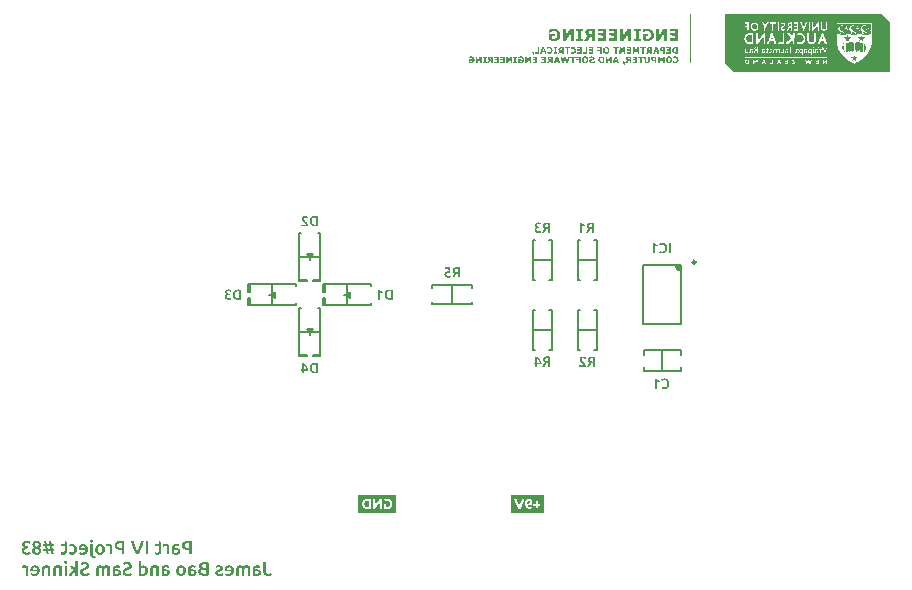
<source format=gbr>
G04*
G04 #@! TF.GenerationSoftware,Altium Limited,Altium Designer,24.9.1 (31)*
G04*
G04 Layer_Color=32896*
%FSLAX25Y25*%
%MOIN*%
G70*
G04*
G04 #@! TF.SameCoordinates,A25FCC72-9D46-4550-BA20-9C7FB643A395*
G04*
G04*
G04 #@! TF.FilePolarity,Positive*
G04*
G01*
G75*
%ADD25C,0.00984*%
%ADD26C,0.00787*%
%ADD27C,0.00591*%
G36*
X228162Y190902D02*
X227277Y190893D01*
X227225Y190910D01*
X227208Y193573D01*
X227182Y193530D01*
X227165Y193496D01*
X227097Y193393D01*
X227079Y193358D01*
X226959Y193169D01*
X226942Y193135D01*
X226873Y193032D01*
X226856Y192998D01*
X226787Y192894D01*
X226770Y192860D01*
X226650Y192671D01*
X226633Y192637D01*
X226564Y192534D01*
X226547Y192499D01*
X226427Y192310D01*
X226409Y192276D01*
X226341Y192173D01*
X226324Y192139D01*
X226203Y191950D01*
X226186Y191915D01*
X226117Y191812D01*
X226100Y191778D01*
X225980Y191589D01*
X225963Y191554D01*
X225894Y191451D01*
X225877Y191417D01*
X225757Y191228D01*
X225739Y191194D01*
X225671Y191091D01*
X225654Y191056D01*
X225585Y190953D01*
X225568Y190919D01*
X225542Y190893D01*
X224588Y190902D01*
X224571Y194853D01*
X225507Y194861D01*
X225525Y192628D01*
X225885Y193195D01*
X225971Y193332D01*
X226452Y194088D01*
X226521Y194191D01*
X226530Y194200D01*
X226573Y194277D01*
X226693Y194466D01*
X226865Y194741D01*
X226933Y194844D01*
X228153Y194861D01*
X228162Y190902D01*
D02*
G37*
G36*
X208956Y194853D02*
X208948Y190910D01*
X208020Y190893D01*
X208003Y193590D01*
X207994Y193564D01*
X207925Y193461D01*
X207908Y193427D01*
X207788Y193238D01*
X207771Y193204D01*
X207651Y193015D01*
X207633Y192980D01*
X207565Y192877D01*
X207547Y192843D01*
X207427Y192654D01*
X207410Y192620D01*
X207341Y192517D01*
X207324Y192482D01*
X207204Y192293D01*
X207187Y192259D01*
X207118Y192156D01*
X207101Y192121D01*
X206981Y191932D01*
X206963Y191898D01*
X206895Y191795D01*
X206878Y191761D01*
X206757Y191572D01*
X206740Y191537D01*
X206671Y191434D01*
X206654Y191400D01*
X206534Y191211D01*
X206517Y191176D01*
X206397Y190988D01*
X206379Y190953D01*
X206319Y190893D01*
X205366Y190902D01*
Y190919D01*
Y194853D01*
X206251Y194861D01*
X206302Y194844D01*
X206319Y192628D01*
X206345Y192671D01*
X206362Y192705D01*
X206431Y192808D01*
X206500Y192929D01*
X206586Y193049D01*
X206603Y193083D01*
X207445Y194406D01*
X207513Y194526D01*
X207599Y194647D01*
X207616Y194681D01*
X207685Y194784D01*
X207702Y194818D01*
X207745Y194861D01*
X208956Y194853D01*
D02*
G37*
G36*
X240118Y190902D02*
X239181Y190893D01*
X239164Y193590D01*
X239121Y193513D01*
X239104Y193478D01*
X239036Y193375D01*
X239018Y193341D01*
X238898Y193152D01*
X238881Y193118D01*
X238812Y193015D01*
X238795Y192980D01*
X238675Y192791D01*
X238657Y192757D01*
X238589Y192654D01*
X238572Y192620D01*
X238451Y192431D01*
X238434Y192396D01*
X238366Y192293D01*
X238348Y192259D01*
X238228Y192070D01*
X238211Y192035D01*
X238142Y191932D01*
X238125Y191898D01*
X238056Y191795D01*
X238039Y191761D01*
X237919Y191572D01*
X237902Y191537D01*
X237833Y191434D01*
X237816Y191400D01*
X237696Y191211D01*
X237678Y191176D01*
X237558Y190988D01*
X237541Y190953D01*
X237481Y190893D01*
X236545Y190902D01*
X236527Y194853D01*
X237464Y194861D01*
X237472Y192637D01*
Y192620D01*
X237678Y192929D01*
X237747Y193049D01*
X237833Y193169D01*
X237850Y193204D01*
X237919Y193307D01*
X237988Y193427D01*
X238073Y193547D01*
X238091Y193581D01*
X238159Y193685D01*
X238228Y193805D01*
X238314Y193925D01*
X238331Y193959D01*
X238400Y194062D01*
X238469Y194183D01*
X238555Y194303D01*
X238572Y194337D01*
X238640Y194440D01*
X238657Y194475D01*
X238726Y194578D01*
X238795Y194698D01*
X238881Y194818D01*
X238898Y194853D01*
X240109Y194861D01*
X240118Y190902D01*
D02*
G37*
G36*
X233753Y194913D02*
X233976Y194896D01*
X234183Y194861D01*
X234320Y194827D01*
X234492Y194775D01*
X234578Y194741D01*
X234835Y194621D01*
X234956Y194535D01*
X234990Y194518D01*
X235041Y194466D01*
X235076Y194449D01*
X235248Y194277D01*
X235325Y194183D01*
X235368Y194123D01*
X235479Y193959D01*
X235557Y193813D01*
X235591Y193728D01*
X235660Y193539D01*
X235677Y193470D01*
X235694Y193384D01*
X235711Y193315D01*
X235729Y193178D01*
X235746Y192937D01*
X235737Y192671D01*
X235720Y192499D01*
X235703Y192379D01*
X235668Y192242D01*
X235634Y192121D01*
X235617Y192053D01*
X235479Y191761D01*
X235462Y191726D01*
X235394Y191623D01*
X235377Y191589D01*
X235342Y191554D01*
X235325Y191520D01*
X235119Y191314D01*
X234904Y191151D01*
X234672Y191022D01*
X234586Y190988D01*
X234423Y190927D01*
X234329Y190902D01*
X234260Y190884D01*
X234088Y190850D01*
X233933Y190833D01*
X233659Y190816D01*
X233307Y190824D01*
X233238Y190842D01*
X233006Y190867D01*
X232903Y190884D01*
X232705Y190927D01*
X232499Y190979D01*
X232379Y191013D01*
X232130Y191091D01*
X232035Y191116D01*
X232027Y192362D01*
Y192379D01*
X232035Y193075D01*
X233865Y193066D01*
X233856Y192336D01*
X233083Y192319D01*
X233075Y191572D01*
X233581Y191563D01*
X233650Y191580D01*
X233770Y191597D01*
X233839Y191615D01*
X233959Y191649D01*
X234080Y191700D01*
X234200Y191769D01*
X234234Y191786D01*
X234303Y191855D01*
X234337Y191872D01*
X234363Y191898D01*
X234380Y191932D01*
X234449Y192001D01*
X234578Y192233D01*
X234612Y192319D01*
X234629Y192388D01*
X234655Y192482D01*
X234672Y192534D01*
X234689Y193083D01*
X234672Y193152D01*
X234655Y193272D01*
X234603Y193444D01*
X234500Y193667D01*
X234466Y193702D01*
X234449Y193736D01*
X234397Y193788D01*
X234380Y193822D01*
X234337Y193865D01*
X234303Y193882D01*
X234251Y193934D01*
X234217Y193951D01*
X234183Y193985D01*
X234062Y194054D01*
X234002Y194080D01*
X233865Y194131D01*
X233753Y194157D01*
X233702Y194174D01*
X233212Y194166D01*
X233126Y194148D01*
X232989Y194114D01*
X232877Y194071D01*
X232585Y193934D01*
X232551Y193916D01*
X232448Y193848D01*
X232413Y193831D01*
X232379Y193796D01*
X232345Y193779D01*
X232310Y193745D01*
X232276Y193728D01*
X232207Y193659D01*
X232052Y193642D01*
X232044Y194561D01*
X232121Y194604D01*
X232216Y194647D01*
X232387Y194715D01*
X232628Y194801D01*
X232697Y194818D01*
X232783Y194835D01*
X232851Y194853D01*
X232937Y194870D01*
X233040Y194887D01*
X233178Y194904D01*
X233521Y194921D01*
X233753Y194913D01*
D02*
G37*
G36*
X202592D02*
X202815Y194896D01*
X203021Y194861D01*
X203158Y194827D01*
X203330Y194775D01*
X203416Y194741D01*
X203639Y194638D01*
X203743Y194569D01*
X203751Y194561D01*
X203794Y194535D01*
X203828Y194518D01*
X203880Y194466D01*
X203914Y194449D01*
X204129Y194234D01*
X204146Y194200D01*
X204181Y194166D01*
X204198Y194131D01*
X204232Y194097D01*
X204318Y193942D01*
X204344Y193916D01*
X204430Y193728D01*
X204498Y193539D01*
X204516Y193470D01*
X204533Y193384D01*
X204567Y193178D01*
X204584Y192903D01*
X204576Y192688D01*
X204558Y192517D01*
X204524Y192310D01*
X204507Y192242D01*
X204438Y192018D01*
X204318Y191761D01*
X204301Y191726D01*
X204232Y191623D01*
X204215Y191589D01*
X204181Y191554D01*
X204163Y191520D01*
X203957Y191314D01*
X203743Y191151D01*
X203511Y191022D01*
X203425Y190988D01*
X203261Y190927D01*
X203167Y190902D01*
X202970Y190859D01*
X202918Y190842D01*
X202540Y190824D01*
X202488Y190807D01*
X202377Y190816D01*
X202102Y190833D01*
X201947Y190850D01*
X201741Y190884D01*
X201544Y190927D01*
X201338Y190979D01*
X201217Y191013D01*
X200968Y191091D01*
X200874Y191116D01*
X200848Y191142D01*
X200856Y193075D01*
X202686Y193066D01*
X202677Y192336D01*
X201922Y192319D01*
X201913Y191572D01*
X202420Y191563D01*
X202488Y191580D01*
X202609Y191597D01*
X202677Y191615D01*
X202798Y191649D01*
X202918Y191700D01*
X203038Y191769D01*
X203073Y191786D01*
X203124Y191838D01*
X203184Y191881D01*
X203227Y191941D01*
X203305Y192035D01*
X203416Y192233D01*
X203450Y192319D01*
X203468Y192388D01*
X203493Y192482D01*
X203511Y192534D01*
X203528Y193083D01*
X203511Y193152D01*
X203493Y193272D01*
X203442Y193444D01*
X203339Y193667D01*
X203305Y193702D01*
X203287Y193736D01*
X203219Y193805D01*
X203201Y193839D01*
X203176Y193865D01*
X203141Y193882D01*
X203090Y193934D01*
X203055Y193951D01*
X203021Y193985D01*
X202901Y194054D01*
X202841Y194080D01*
X202703Y194131D01*
X202592Y194157D01*
X202540Y194174D01*
X202050Y194166D01*
X201965Y194148D01*
X201827Y194114D01*
X201715Y194071D01*
X201423Y193934D01*
X201389Y193916D01*
X201166Y193762D01*
X201106Y193719D01*
X201011Y193642D01*
X200882Y193650D01*
X200891Y194569D01*
X201054Y194647D01*
X201226Y194715D01*
X201466Y194801D01*
X201535Y194818D01*
X201621Y194835D01*
X201690Y194853D01*
X201776Y194870D01*
X201879Y194887D01*
X202016Y194904D01*
X202360Y194921D01*
X202592Y194913D01*
D02*
G37*
G36*
X243828Y190919D02*
X243802Y190893D01*
X240977Y190902D01*
X240959Y191640D01*
Y191657D01*
Y191675D01*
X242806Y191683D01*
X242815Y192637D01*
X241106Y192645D01*
X241097Y193410D01*
X242806Y193418D01*
X242815Y194080D01*
X240968Y194088D01*
X240959Y194853D01*
X243820Y194861D01*
X243828Y190919D01*
D02*
G37*
G36*
X231288Y194148D02*
X230661Y194140D01*
X230652Y191623D01*
X231279Y191615D01*
X231288Y190936D01*
Y190919D01*
Y190902D01*
X228995Y190893D01*
X228986Y191606D01*
X229613Y191615D01*
X229622Y194131D01*
X228995Y194140D01*
X228986Y194835D01*
X231279Y194844D01*
X231288Y194148D01*
D02*
G37*
G36*
X223575Y192534D02*
Y192517D01*
Y190919D01*
X223549Y190893D01*
X220723Y190902D01*
X220706Y191675D01*
X222553Y191683D01*
X222561Y192637D01*
X220861Y192654D01*
X220844Y193410D01*
X222553Y193418D01*
X222561Y194080D01*
X220715Y194088D01*
X220706Y194853D01*
X223566Y194861D01*
X223575Y192534D01*
D02*
G37*
G36*
X219864Y190919D02*
X219839Y190893D01*
X217013Y190902D01*
X216996Y191675D01*
X218825Y191683D01*
X218834Y192637D01*
X217674Y192645D01*
X217142D01*
X217133Y193410D01*
X218825Y193418D01*
X218834Y194080D01*
X217004Y194088D01*
X216996Y194853D01*
X219856Y194861D01*
X219864Y190919D01*
D02*
G37*
G36*
X216154Y193101D02*
Y193083D01*
X216145Y190893D01*
X215158Y190902D01*
X215140Y192345D01*
X214685Y192353D01*
X214659Y192327D01*
X214642Y192293D01*
X214608Y192259D01*
X214591Y192224D01*
X214556Y192190D01*
X214539Y192156D01*
X214505Y192121D01*
X214488Y192087D01*
X214462Y192061D01*
X214393Y191958D01*
X214230Y191743D01*
X214187Y191683D01*
X213938Y191348D01*
X213895Y191288D01*
X213732Y191074D01*
X213715Y191039D01*
X213680Y191005D01*
X213663Y190970D01*
X213603Y190910D01*
X212383Y190893D01*
X212357Y190919D01*
X212392Y190953D01*
X212409Y190988D01*
X212460Y191039D01*
X212478Y191074D01*
X212512Y191108D01*
X212529Y191142D01*
X212581Y191194D01*
X212598Y191228D01*
X212632Y191262D01*
X212649Y191297D01*
X212701Y191348D01*
X212718Y191383D01*
X212753Y191417D01*
X212770Y191451D01*
X212821Y191503D01*
X212839Y191537D01*
X212873Y191572D01*
X212890Y191606D01*
X212942Y191657D01*
X212959Y191692D01*
X212993Y191726D01*
X213010Y191761D01*
X213062Y191812D01*
X213079Y191847D01*
X213113Y191881D01*
X213130Y191915D01*
X213182Y191967D01*
X213199Y192001D01*
X213234Y192035D01*
X213251Y192070D01*
X213302Y192121D01*
X213319Y192156D01*
X213354Y192190D01*
X213371Y192224D01*
X213422Y192276D01*
X213440Y192310D01*
X213474Y192345D01*
X213491Y192379D01*
X213543Y192431D01*
X213560Y192465D01*
X213594Y192499D01*
X213612Y192534D01*
X213646Y192568D01*
X213663Y192602D01*
X213551Y192663D01*
X213380Y192783D01*
X213345Y192800D01*
X213173Y192972D01*
X213088Y193075D01*
X212984Y193246D01*
X212942Y193358D01*
X212924Y193410D01*
X212907Y193547D01*
X212890Y193599D01*
X212899Y193934D01*
X212916Y194037D01*
X212942Y194131D01*
X213027Y194320D01*
X213062Y194354D01*
X213079Y194389D01*
X213216Y194526D01*
X213431Y194672D01*
X213560Y194732D01*
X213697Y194784D01*
X213783Y194801D01*
X213947Y194827D01*
X213998Y194844D01*
X216145Y194861D01*
X216154Y193101D01*
D02*
G37*
G36*
X212100Y194148D02*
X211456Y194140D01*
X211447Y191623D01*
X212074Y191615D01*
X212100Y191589D01*
X212091Y190910D01*
X211129Y190893D01*
X209789D01*
X209781Y191606D01*
X210408Y191615D01*
X210416Y194131D01*
X209789Y194140D01*
X209781Y194835D01*
X212091Y194844D01*
X212100Y194148D01*
D02*
G37*
G36*
X230876Y188754D02*
X230893Y186642D01*
X230369Y186633D01*
X230352Y188007D01*
X230343Y187981D01*
X230292Y187861D01*
X230257Y187775D01*
X230154Y187535D01*
X230043Y187268D01*
X230000Y187157D01*
X229974Y187131D01*
X229605Y187140D01*
X229493Y187389D01*
X229484Y187397D01*
Y187415D01*
X229433Y187535D01*
X229398Y187621D01*
X229295Y187861D01*
X229235Y188007D01*
X229227Y186642D01*
X228685Y186633D01*
X228677Y188754D01*
X229304Y188763D01*
X229347Y188686D01*
X229398Y188565D01*
X229536Y188256D01*
X229587Y188136D01*
X229656Y187981D01*
X229776Y187724D01*
X229828Y187810D01*
X229879Y187930D01*
X230154Y188548D01*
X230206Y188669D01*
X230249Y188763D01*
X230876Y188754D01*
D02*
G37*
G36*
X226186Y186642D02*
X225679Y186633D01*
X225662Y188041D01*
X225507Y187784D01*
X225284Y187423D01*
X225078Y187080D01*
X224803Y186633D01*
X224262Y186642D01*
X224271Y188746D01*
X224769Y188763D01*
X224786Y187578D01*
X224795Y187586D01*
X224812Y187621D01*
X225052Y187998D01*
X225121Y188119D01*
X225130Y188127D01*
X225172Y188188D01*
X225190Y188222D01*
X225258Y188325D01*
X225276Y188359D01*
X225344Y188462D01*
X225361Y188497D01*
X225482Y188686D01*
X225499Y188720D01*
X225525Y188746D01*
X226177Y188763D01*
X226186Y186642D01*
D02*
G37*
G36*
X208999Y188780D02*
X209137Y188746D01*
X209222Y188711D01*
X209291Y188694D01*
X209394Y188626D01*
X209429Y188608D01*
X209463Y188574D01*
X209497Y188557D01*
X209532Y188523D01*
X209695Y188308D01*
Y188291D01*
X209721Y188248D01*
X209798Y188033D01*
X209815Y187981D01*
X209832Y187535D01*
X209815Y187466D01*
X209798Y187346D01*
X209781Y187277D01*
X209661Y187019D01*
X209643Y186985D01*
X209609Y186951D01*
X209592Y186916D01*
X209549Y186873D01*
X209394Y186753D01*
X209248Y186676D01*
X209162Y186642D01*
X209051Y186616D01*
X208999Y186599D01*
X208741Y186581D01*
X208518Y186599D01*
X208381Y186633D01*
X208260Y186667D01*
X208029Y186762D01*
X208011Y187277D01*
X208054Y187286D01*
X208260Y187148D01*
X208484Y187028D01*
X208724Y187011D01*
X208844Y187028D01*
X208999Y187097D01*
X209033Y187114D01*
X209128Y187208D01*
X209197Y187329D01*
X209231Y187415D01*
X209248Y187466D01*
X209265Y187724D01*
X209248Y187896D01*
X209231Y187964D01*
X209145Y188153D01*
X209102Y188213D01*
X209068Y188230D01*
X209042Y188256D01*
X208905Y188342D01*
X208836Y188359D01*
X208690Y188385D01*
X208484Y188351D01*
X208329Y188282D01*
X208226Y188213D01*
X208192Y188196D01*
X208166Y188170D01*
X208071Y188093D01*
X208029Y188102D01*
X208011Y188617D01*
X208114Y188669D01*
X208200Y188703D01*
X208312Y188746D01*
X208381Y188763D01*
X208432Y188780D01*
X208879Y188797D01*
X208999Y188780D01*
D02*
G37*
G36*
X201131D02*
X201200Y188763D01*
X201320Y188729D01*
X201509Y188643D01*
X201544Y188608D01*
X201578Y188591D01*
X201707Y188462D01*
X201750Y188402D01*
X201853Y188230D01*
X201913Y188067D01*
X201930Y188016D01*
X201947Y187861D01*
X201965Y187810D01*
X201956Y187560D01*
X201939Y187423D01*
X201922Y187337D01*
X201896Y187243D01*
X201793Y187019D01*
X201758Y186985D01*
X201741Y186951D01*
X201612Y186822D01*
X201552Y186779D01*
X201449Y186710D01*
X201277Y186642D01*
X201183Y186616D01*
X201131Y186599D01*
X200839Y186581D01*
X200607Y186607D01*
X200539Y186624D01*
X200427Y186650D01*
X200255Y186719D01*
X200161Y186762D01*
X200144Y187277D01*
X200169Y187286D01*
X200221Y187268D01*
X200281Y187225D01*
X200496Y187080D01*
X200633Y187028D01*
X200685Y187011D01*
X200934Y187019D01*
X201003Y187037D01*
X201114Y187080D01*
X201149Y187114D01*
X201183Y187131D01*
X201260Y187225D01*
X201329Y187346D01*
X201363Y187432D01*
X201380Y187844D01*
X201346Y187981D01*
X201277Y188136D01*
X201260Y188170D01*
X201191Y188239D01*
X201054Y188325D01*
X200968Y188359D01*
X200805Y188385D01*
X200685Y188368D01*
X200565Y188333D01*
X200444Y188282D01*
X200324Y188196D01*
X200315Y188188D01*
X200307Y188179D01*
X200272Y188162D01*
X200221Y188110D01*
X200152Y188093D01*
X200144Y188617D01*
X200195Y188651D01*
X200281Y188686D01*
X200418Y188737D01*
X200513Y188763D01*
X200565Y188780D01*
X200960Y188797D01*
X201131Y188780D01*
D02*
G37*
G36*
X243811Y187655D02*
Y187638D01*
Y186642D01*
X242806Y186633D01*
X242737Y186650D01*
X242617Y186667D01*
X242497Y186702D01*
X242308Y186787D01*
X242274Y186805D01*
X242239Y186839D01*
X242205Y186856D01*
X242110Y186951D01*
X241990Y187105D01*
X241913Y187251D01*
X241861Y187389D01*
X241844Y187475D01*
X241818Y187672D01*
X241835Y187896D01*
X241887Y188102D01*
X241939Y188222D01*
X242007Y188325D01*
X242024Y188359D01*
X242128Y188462D01*
X242231Y188548D01*
X242402Y188651D01*
X242540Y188703D01*
X242652Y188729D01*
X242703Y188746D01*
X243802Y188763D01*
X243811Y187655D01*
D02*
G37*
G36*
X241423Y186642D02*
X239903Y186633D01*
X239894Y186865D01*
Y186882D01*
Y187037D01*
X240865Y187045D01*
X240874Y187552D01*
X239972Y187560D01*
X239963Y187981D01*
X240865Y187990D01*
X240874Y188325D01*
X239912Y188342D01*
X239894Y188754D01*
X241415Y188763D01*
X241423Y186642D01*
D02*
G37*
G36*
X239448Y188273D02*
Y188256D01*
Y186642D01*
X238907Y186633D01*
X238898Y187311D01*
X238477Y187320D01*
X238271Y187354D01*
X238048Y187457D01*
X238013Y187475D01*
X237945Y187543D01*
X237910Y187560D01*
X237902Y187586D01*
X237867Y187621D01*
X237747Y187844D01*
X237730Y187896D01*
X237713Y188102D01*
X237730Y188273D01*
X237816Y188462D01*
X237833Y188497D01*
X237893Y188557D01*
X237953Y188600D01*
X238056Y188669D01*
X238219Y188729D01*
X238271Y188746D01*
X239439Y188763D01*
X239448Y188273D01*
D02*
G37*
G36*
X237275Y187440D02*
X237318Y187329D01*
X237352Y187243D01*
X237369Y187174D01*
X237378Y187165D01*
X237412Y187062D01*
X237481Y186873D01*
X237524Y186762D01*
X237575Y186642D01*
X237017Y186633D01*
X236905Y186968D01*
X236871Y187054D01*
X236107Y187062D01*
X236003Y186753D01*
X235978Y186659D01*
X235952Y186633D01*
X235394Y186642D01*
X235402Y186667D01*
X235608Y187234D01*
X235660Y187372D01*
X235935Y188127D01*
X236132Y188669D01*
X236167Y188754D01*
X236794Y188763D01*
X237275Y187440D01*
D02*
G37*
G36*
X235102Y186642D02*
X234921Y186633D01*
X234560D01*
X234552Y187397D01*
X234320Y187406D01*
X234157Y187191D01*
X234114Y187131D01*
X233865Y186796D01*
X233848Y186762D01*
X233813Y186727D01*
X233796Y186693D01*
X233736Y186633D01*
X233075Y186642D01*
X233109Y186676D01*
X233126Y186710D01*
X233178Y186762D01*
X233195Y186796D01*
X233229Y186830D01*
X233246Y186865D01*
X233281Y186899D01*
X233298Y186934D01*
X233349Y186985D01*
X233367Y187019D01*
X233401Y187054D01*
X233418Y187088D01*
X233453Y187122D01*
X233470Y187157D01*
X233504Y187191D01*
X233521Y187225D01*
X233573Y187277D01*
X233590Y187311D01*
X233624Y187346D01*
X233641Y187380D01*
X233676Y187415D01*
X233693Y187449D01*
X233745Y187500D01*
X233762Y187535D01*
X233650Y187612D01*
X233616Y187629D01*
X233487Y187758D01*
X233384Y187947D01*
X233367Y188308D01*
X233435Y188462D01*
X233453Y188497D01*
X233538Y188583D01*
X233702Y188694D01*
X233770Y188711D01*
X233856Y188746D01*
X235093Y188763D01*
X235102Y186642D01*
D02*
G37*
G36*
X233057Y188754D02*
X233049Y188351D01*
X232413Y188333D01*
X232405Y188050D01*
Y188033D01*
Y186642D01*
X231863Y186633D01*
X231855Y188325D01*
X231202Y188342D01*
X231211Y188763D01*
X233057Y188754D01*
D02*
G37*
G36*
X228144D02*
X228162Y188119D01*
Y188102D01*
Y186642D01*
X226641Y186633D01*
X226633Y187037D01*
X227603Y187045D01*
X227612Y187552D01*
X226710Y187560D01*
X226701Y187981D01*
X227603Y187990D01*
X227612Y188325D01*
X226633Y188342D01*
X226641Y188763D01*
X228144Y188754D01*
D02*
G37*
G36*
X223953Y188342D02*
X223309Y188333D01*
X223300Y186642D01*
X222759Y186633D01*
X222750Y188325D01*
X222433Y188333D01*
X222415D01*
X222115Y188342D01*
X222098Y188754D01*
X223944Y188763D01*
X223953Y188342D01*
D02*
G37*
G36*
X218353Y186642D02*
X217812Y186633D01*
X217803Y187518D01*
X216910Y187535D01*
X216918Y187956D01*
X217794D01*
X217803Y188325D01*
X216850Y188333D01*
X216841Y188754D01*
X218344Y188763D01*
X218353Y186642D01*
D02*
G37*
G36*
X215484D02*
X214273Y186633D01*
X213964D01*
X213955Y187037D01*
X214926Y187045D01*
X214934Y187552D01*
X214050Y187560D01*
X214041Y187981D01*
X214926Y187990D01*
X214934Y188325D01*
X213981Y188333D01*
X213955Y188359D01*
X213964Y188746D01*
X215475Y188763D01*
X215484Y186642D01*
D02*
G37*
G36*
X213526D02*
X212005Y186633D01*
X211997Y187037D01*
X212967Y187045D01*
X212976Y187500D01*
Y187518D01*
Y188754D01*
X213517Y188763D01*
X213526Y186642D01*
D02*
G37*
G36*
X211687D02*
X210167Y186633D01*
X210159Y187037D01*
X211129Y187045D01*
X211138Y187552D01*
X210236Y187560D01*
X210227Y187981D01*
X211129Y187990D01*
X211138Y188325D01*
X210176Y188342D01*
X210159Y188754D01*
X211610Y188763D01*
X211679D01*
X211687Y186642D01*
D02*
G37*
G36*
X207840Y188754D02*
X207831Y188351D01*
X207195Y188333D01*
X207187Y186642D01*
X206646Y186633D01*
X206637Y188325D01*
X206096Y188333D01*
X206079D01*
X205984Y188342D01*
X205993Y188763D01*
X207840Y188754D01*
D02*
G37*
G36*
X205658D02*
X205675Y186642D01*
X205134Y186633D01*
X205125Y187397D01*
X204876Y187406D01*
X204730Y187208D01*
X204722Y187200D01*
X204713Y187174D01*
X204679Y187140D01*
X204662Y187105D01*
X204636Y187080D01*
X204567Y186976D01*
X204404Y186762D01*
X204387Y186727D01*
X204327Y186650D01*
X203657Y186633D01*
X203665Y186676D01*
X203700Y186710D01*
X203717Y186744D01*
X203768Y186796D01*
X203785Y186830D01*
X203820Y186865D01*
X203837Y186899D01*
X203871Y186934D01*
X203889Y186968D01*
X203940Y187019D01*
X203957Y187054D01*
X203992Y187088D01*
X204009Y187122D01*
X204043Y187157D01*
X204060Y187191D01*
X204112Y187243D01*
X204129Y187277D01*
X204163Y187311D01*
X204181Y187346D01*
X204215Y187380D01*
X204232Y187415D01*
X204267Y187449D01*
X204284Y187483D01*
X204335Y187535D01*
X204241Y187595D01*
X204206Y187612D01*
X204155Y187664D01*
X204120Y187681D01*
X204095Y187706D01*
X204078Y187741D01*
X204043Y187775D01*
X203940Y187964D01*
X203923Y188239D01*
X203957Y188376D01*
X203992Y188462D01*
X204026Y188497D01*
X204043Y188531D01*
X204086Y188574D01*
X204120Y188591D01*
X204155Y188626D01*
X204275Y188694D01*
X204361Y188729D01*
X204498Y188746D01*
X204550Y188763D01*
X205658Y188754D01*
D02*
G37*
G36*
X203511D02*
X203502Y188385D01*
X203176Y188368D01*
X203167Y187019D01*
X203502Y187011D01*
X203511Y186642D01*
X202282Y186633D01*
X202274Y187002D01*
X202609Y187011D01*
X202617Y187586D01*
Y187603D01*
Y188359D01*
X202274Y188376D01*
X202282Y188763D01*
X203511Y188754D01*
D02*
G37*
G36*
X199259Y188626D02*
X199809Y187114D01*
X199860Y186976D01*
X199920Y186813D01*
X199989Y186642D01*
X199431Y186633D01*
X199293Y187045D01*
X198520Y187062D01*
X198409Y186727D01*
X198374Y186642D01*
X198366Y186633D01*
X197816D01*
X197850Y186753D01*
X198538Y188643D01*
X198580Y188754D01*
X199207Y188763D01*
X199259Y188626D01*
D02*
G37*
G36*
X197515Y186642D02*
X196081Y186633D01*
X196012D01*
X196004Y187037D01*
X196957Y187045D01*
X196966Y188754D01*
X197507Y188763D01*
X197515Y186642D01*
D02*
G37*
G36*
X219993Y188797D02*
X220113Y188780D01*
X220285Y188729D01*
X220474Y188643D01*
X220509Y188608D01*
X220543Y188591D01*
X220629Y188505D01*
X220706Y188411D01*
X220758Y188325D01*
X220783Y188299D01*
X220818Y188213D01*
X220869Y188076D01*
X220895Y187947D01*
X220912Y187896D01*
X220904Y187475D01*
X220886Y187389D01*
X220861Y187277D01*
X220792Y187105D01*
X220723Y187002D01*
X220706Y186968D01*
X220569Y186830D01*
X220474Y186753D01*
X220328Y186676D01*
X220242Y186642D01*
X220062Y186599D01*
X219942Y186581D01*
X219822D01*
X219598Y186599D01*
X219529Y186616D01*
X219409Y186650D01*
X219220Y186736D01*
X219186Y186753D01*
X219151Y186787D01*
X219117Y186805D01*
X219005Y186916D01*
X218963Y186976D01*
X218860Y187148D01*
X218808Y187286D01*
X218782Y187380D01*
X218765Y187432D01*
X218748Y187775D01*
X218782Y188016D01*
X218834Y188188D01*
X218902Y188342D01*
X218937Y188376D01*
X218954Y188411D01*
X219005Y188462D01*
X219023Y188497D01*
X219048Y188523D01*
X219083Y188540D01*
X219117Y188574D01*
X219177Y188617D01*
X219280Y188686D01*
X219452Y188754D01*
X219521Y188772D01*
X219607Y188789D01*
X219813Y188806D01*
X219993Y188797D01*
D02*
G37*
G36*
X195634Y187148D02*
X195737Y186736D01*
X195763Y186607D01*
X195772Y186599D01*
X195780Y186573D01*
X195866Y186229D01*
X195901Y186109D01*
X195583Y186100D01*
X195540Y186178D01*
X195420Y186435D01*
X195317Y186659D01*
X195093Y187122D01*
X195076Y187191D01*
X195617Y187200D01*
X195634Y187148D01*
D02*
G37*
G36*
X239276Y184030D02*
Y184013D01*
Y183515D01*
X238769Y183506D01*
X238752Y184898D01*
X238743Y184872D01*
X238640Y184632D01*
X238606Y184546D01*
X238555Y184425D01*
X238520Y184340D01*
X238417Y184099D01*
X238383Y184013D01*
X237996Y184005D01*
X237919Y184185D01*
X237884Y184271D01*
X237781Y184511D01*
X237618Y184898D01*
X237610Y183515D01*
X237086Y183506D01*
X237077Y185628D01*
X237704Y185636D01*
X237747Y185542D01*
X237799Y185422D01*
X237936Y185113D01*
X237988Y184992D01*
X238125Y184683D01*
X238168Y184589D01*
X238228Y184700D01*
X238297Y184855D01*
X238348Y184975D01*
X238417Y185130D01*
X238460Y185224D01*
X238494Y185310D01*
X238632Y185619D01*
X239267Y185636D01*
X239276Y184030D01*
D02*
G37*
G36*
X221651Y184357D02*
Y184340D01*
Y183515D01*
X221144Y183506D01*
X221127Y184932D01*
X221118Y184906D01*
X220998Y184718D01*
X220981Y184683D01*
X220895Y184546D01*
X220878Y184511D01*
X220809Y184408D01*
X220792Y184374D01*
X220706Y184237D01*
X220689Y184202D01*
X220569Y184013D01*
X220551Y183979D01*
X220466Y183841D01*
X220448Y183807D01*
X220380Y183704D01*
X220294Y183549D01*
X220268Y183524D01*
X219736Y183506D01*
X219727Y185628D01*
X220182Y185636D01*
X220234Y185619D01*
X220251Y184451D01*
X220277Y184494D01*
X220294Y184529D01*
X220363Y184632D01*
X220380Y184666D01*
X220448Y184769D01*
X220466Y184803D01*
X220534Y184906D01*
X220551Y184941D01*
X220620Y185044D01*
X220637Y185078D01*
X220706Y185181D01*
X220723Y185216D01*
X220964Y185594D01*
X220981Y185628D01*
X221642Y185636D01*
X221651Y184357D01*
D02*
G37*
G36*
X194835Y183515D02*
X194329Y183506D01*
X194312Y184932D01*
X194303Y184906D01*
X194183Y184718D01*
X194166Y184683D01*
X194080Y184546D01*
X194062Y184511D01*
X193942Y184322D01*
X193925Y184288D01*
X193839Y184151D01*
X193822Y184116D01*
X193753Y184013D01*
X193736Y183979D01*
X193650Y183841D01*
X193633Y183807D01*
X193547Y183670D01*
X193478Y183549D01*
X193453Y183524D01*
X192920Y183506D01*
X192912Y185628D01*
X193418Y185636D01*
X193427Y184975D01*
Y184958D01*
X193436Y184451D01*
X193496Y184563D01*
X193581Y184683D01*
X193599Y184718D01*
X193667Y184821D01*
X193685Y184855D01*
X193753Y184958D01*
X193771Y184992D01*
X193839Y185095D01*
X193856Y185130D01*
X193925Y185233D01*
X193942Y185267D01*
X194011Y185370D01*
X194028Y185405D01*
X194148Y185594D01*
X194166Y185628D01*
X194827Y185636D01*
X194835Y183515D01*
D02*
G37*
G36*
X188479Y185095D02*
Y185078D01*
Y183515D01*
X187990Y183506D01*
X187973Y184932D01*
X187844Y184735D01*
X187827Y184700D01*
X187741Y184563D01*
X187724Y184529D01*
X187603Y184340D01*
X187586Y184305D01*
X187500Y184168D01*
X187483Y184133D01*
X187363Y183944D01*
X187346Y183910D01*
X187260Y183773D01*
X187243Y183738D01*
X187122Y183549D01*
X187105Y183515D01*
X186581Y183506D01*
X186573Y185628D01*
X187062Y185636D01*
X187080Y184451D01*
X187088Y184460D01*
X187157Y184580D01*
X187243Y184700D01*
X187260Y184735D01*
X187329Y184838D01*
X187346Y184872D01*
X187415Y184975D01*
X187432Y185010D01*
X187500Y185113D01*
X187518Y185147D01*
X187586Y185250D01*
X187603Y185284D01*
X187724Y185473D01*
X187792Y185594D01*
X187818Y185619D01*
X188471Y185636D01*
X188479Y185095D01*
D02*
G37*
G36*
X178276Y183515D02*
X177786Y183506D01*
X177769Y184949D01*
X177726Y184872D01*
X177709Y184838D01*
X177588Y184649D01*
X177571Y184614D01*
X177485Y184477D01*
X177468Y184443D01*
X177348Y184254D01*
X177331Y184219D01*
X177245Y184082D01*
X177228Y184047D01*
X177108Y183859D01*
X177090Y183824D01*
X177004Y183687D01*
X176987Y183652D01*
X176918Y183549D01*
X176901Y183515D01*
X176377Y183506D01*
X176369Y185628D01*
X176858Y185636D01*
X176875Y184434D01*
X176910Y184503D01*
X177339Y185190D01*
X177460Y185379D01*
X177545Y185516D01*
X177614Y185619D01*
X177769Y185636D01*
X178267D01*
X178276Y183515D01*
D02*
G37*
G36*
X207668Y185628D02*
X207651Y185576D01*
X207633Y185508D01*
X207599Y185387D01*
X207547Y185181D01*
X207513Y185061D01*
X207479Y184924D01*
X207445Y184803D01*
X207393Y184597D01*
X207359Y184477D01*
X207324Y184340D01*
X207290Y184219D01*
X207256Y184082D01*
X207221Y183962D01*
X207170Y183756D01*
X207144Y183661D01*
X207118Y183532D01*
X207092Y183506D01*
X206500Y183515D01*
X206483Y183549D01*
X206448Y183670D01*
X206397Y183876D01*
X206362Y183996D01*
X206311Y184202D01*
X206276Y184322D01*
X206242Y184460D01*
X206208Y184580D01*
X206156Y184786D01*
X206130Y184863D01*
X206122Y184838D01*
X206087Y184700D01*
X206053Y184580D01*
X206036Y184511D01*
X206001Y184391D01*
X205984Y184322D01*
X205950Y184202D01*
X205916Y184065D01*
X205881Y183944D01*
X205864Y183876D01*
X205830Y183756D01*
X205813Y183687D01*
X205795Y183635D01*
X205778Y183532D01*
X205752Y183506D01*
X205160Y183515D01*
X205142Y183549D01*
X205108Y183670D01*
X205057Y183876D01*
X205022Y183996D01*
X204988Y184133D01*
X204954Y184254D01*
X204919Y184391D01*
X204885Y184511D01*
X204833Y184718D01*
X204799Y184838D01*
X204765Y184975D01*
X204730Y185095D01*
X204679Y185301D01*
X204644Y185422D01*
X204593Y185628D01*
X204601Y185636D01*
X205151D01*
X205168Y185568D01*
X205186Y185482D01*
X205220Y185345D01*
X205237Y185259D01*
X205271Y185121D01*
X205289Y185035D01*
X205323Y184898D01*
X205340Y184812D01*
X205375Y184675D01*
X205392Y184589D01*
X205426Y184451D01*
X205469Y184237D01*
X205495Y184228D01*
X205503Y184254D01*
X205847Y185628D01*
X206388Y185636D01*
X206414Y185576D01*
X206448Y185439D01*
X206483Y185319D01*
X206534Y185113D01*
X206568Y184992D01*
X206620Y184786D01*
X206654Y184666D01*
X206689Y184529D01*
X206714Y184434D01*
X206732Y184365D01*
X206757Y184237D01*
X206783Y184211D01*
X206800Y184297D01*
X206817Y184365D01*
X206835Y184451D01*
X206852Y184520D01*
X206886Y184692D01*
X206903Y184760D01*
X206921Y184846D01*
X206938Y184915D01*
X206955Y185001D01*
X206972Y185070D01*
X206989Y185155D01*
X207006Y185224D01*
X207041Y185396D01*
X207058Y185465D01*
X207084Y185611D01*
X207109Y185636D01*
X207668Y185628D01*
D02*
G37*
G36*
X243098Y185654D02*
X243167Y185636D01*
X243287Y185602D01*
X243373Y185568D01*
X243493Y185499D01*
X243528Y185482D01*
X243570Y185439D01*
X243579Y185430D01*
X243596Y185413D01*
X243631Y185396D01*
X243639Y185370D01*
X243708Y185301D01*
X243777Y185181D01*
X243802Y185155D01*
X243871Y184984D01*
X243897Y184889D01*
X243914Y184838D01*
X243931Y184477D01*
X243897Y184237D01*
X243845Y184065D01*
X243811Y183979D01*
X243742Y183876D01*
X243725Y183841D01*
X243691Y183807D01*
X243648Y183747D01*
X243614Y183730D01*
X243553Y183670D01*
X243382Y183566D01*
X243193Y183498D01*
X243107Y183481D01*
X242892Y183455D01*
X242617Y183472D01*
X242480Y183506D01*
X242359Y183541D01*
X242128Y183635D01*
X242110Y184151D01*
X242153Y184159D01*
X242317Y184047D01*
X242488Y183944D01*
X242600Y183902D01*
X242652Y183884D01*
X242901Y183893D01*
X242969Y183910D01*
X243081Y183953D01*
X243115Y183987D01*
X243150Y184005D01*
X243201Y184056D01*
X243287Y184194D01*
X243321Y184279D01*
X243339Y184348D01*
X243364Y184529D01*
X243347Y184752D01*
X243313Y184872D01*
X243244Y185027D01*
X243141Y185130D01*
X243004Y185216D01*
X242935Y185233D01*
X242772Y185259D01*
X242652Y185241D01*
X242583Y185224D01*
X242359Y185121D01*
X242325Y185087D01*
X242291Y185070D01*
X242256Y185035D01*
X242222Y185018D01*
X242188Y184984D01*
X242136Y184967D01*
X242110Y184992D01*
X242119Y185499D01*
X242248Y185559D01*
X242385Y185611D01*
X242480Y185636D01*
X242531Y185654D01*
X242978Y185671D01*
X243098Y185654D01*
D02*
G37*
G36*
X234466Y184271D02*
X234449Y184099D01*
X234415Y183962D01*
X234380Y183876D01*
X234329Y183790D01*
X234311Y183756D01*
X234208Y183652D01*
X234036Y183549D01*
X233899Y183498D01*
X233736Y183472D01*
X233684Y183455D01*
X233367Y183464D01*
X233229Y183481D01*
X233160Y183498D01*
X233066Y183524D01*
X233057Y183532D01*
X232928Y183592D01*
X232894Y183609D01*
X232860Y183644D01*
X232825Y183661D01*
X232783Y183704D01*
X232765Y183738D01*
X232731Y183773D01*
X232662Y183893D01*
X232628Y183979D01*
X232611Y184030D01*
X232594Y185628D01*
X233135Y185636D01*
X233143Y184288D01*
X233160Y184116D01*
X233212Y183996D01*
X233281Y183927D01*
X233367Y183893D01*
X233513Y183867D01*
X233633Y183884D01*
X233753Y183919D01*
X233813Y183979D01*
X233899Y184133D01*
X233916Y185628D01*
X234457Y185636D01*
X234466Y184271D01*
D02*
G37*
G36*
X191632Y185654D02*
X191838Y185602D01*
X191992Y185533D01*
X192096Y185465D01*
X192130Y185448D01*
X192259Y185319D01*
X192276Y185284D01*
X192302Y185259D01*
X192405Y185087D01*
X192473Y184898D01*
X192499Y184735D01*
X192517Y184683D01*
X192508Y184451D01*
X192491Y184314D01*
X192473Y184228D01*
X192448Y184133D01*
X192345Y183910D01*
X192310Y183876D01*
X192293Y183841D01*
X192164Y183712D01*
X192104Y183670D01*
X191932Y183566D01*
X191795Y183515D01*
X191700Y183489D01*
X191649Y183472D01*
X191305Y183455D01*
X191134Y183472D01*
X190927Y183506D01*
X190790Y183541D01*
X190644Y183584D01*
X190550Y183609D01*
X190524Y183635D01*
X190532Y184675D01*
X191503Y184666D01*
X191494Y184279D01*
X191099Y184262D01*
X191091Y183910D01*
Y183893D01*
Y183876D01*
X191142Y183859D01*
X191374Y183867D01*
X191511Y183902D01*
X191666Y183970D01*
X191700Y183987D01*
X191735Y184022D01*
X191812Y184116D01*
X191881Y184237D01*
X191915Y184322D01*
X191932Y184718D01*
X191898Y184855D01*
X191829Y185010D01*
X191778Y185061D01*
X191761Y185095D01*
X191735Y185104D01*
X191700Y185138D01*
X191606Y185198D01*
X191520Y185233D01*
X191331Y185267D01*
X191151Y185259D01*
X191013Y185224D01*
X190859Y185155D01*
X190824Y185138D01*
X190721Y185070D01*
X190687Y185052D01*
X190635Y185001D01*
X190550Y184984D01*
X190541Y185491D01*
X190661Y185542D01*
X190850Y185611D01*
X190945Y185636D01*
X190996Y185654D01*
X191460Y185671D01*
X191632Y185654D01*
D02*
G37*
G36*
X175158Y185636D02*
X175226Y185619D01*
X175312Y185585D01*
X175381Y185568D01*
X175519Y185482D01*
X175553Y185465D01*
X175673Y185345D01*
X175759Y185241D01*
X175862Y185070D01*
X175914Y184932D01*
X175939Y184786D01*
X175956Y184735D01*
X175948Y184382D01*
X175931Y184279D01*
X175905Y184168D01*
X175785Y183910D01*
X175768Y183876D01*
X175699Y183807D01*
X175682Y183773D01*
X175656Y183747D01*
X175621Y183730D01*
X175570Y183678D01*
X175450Y183609D01*
X175424Y183584D01*
X175252Y183515D01*
X175141Y183489D01*
X175089Y183472D01*
X174831Y183455D01*
X174557Y183472D01*
X174488Y183489D01*
X174367Y183506D01*
X174299Y183524D01*
X174179Y183558D01*
X173981Y183618D01*
X173990Y184675D01*
X174960Y184666D01*
X174952Y184279D01*
X174539Y184262D01*
X174531Y183876D01*
X174608Y183850D01*
X174780Y183867D01*
X174831D01*
X174969Y183902D01*
X175123Y183970D01*
X175175Y184022D01*
X175209Y184039D01*
X175287Y184151D01*
X175347Y184279D01*
X175364Y184348D01*
X175390Y184563D01*
X175373Y184735D01*
X175338Y184872D01*
X175304Y184958D01*
X175218Y185078D01*
X175123Y185155D01*
X174969Y185241D01*
X174814Y185259D01*
X174763Y185276D01*
X174505Y185241D01*
X174419Y185207D01*
X174299Y185155D01*
X174075Y185001D01*
X173990Y184984D01*
X173981Y185473D01*
X174067Y185525D01*
X174153Y185559D01*
X174290Y185611D01*
X174402Y185636D01*
X174453Y185654D01*
X174952Y185671D01*
X175158Y185636D01*
D02*
G37*
G36*
X236545Y183515D02*
X236003Y183506D01*
X235995Y184185D01*
X235608Y184194D01*
X235437Y184211D01*
X235316Y184245D01*
X235196Y184297D01*
X235093Y184365D01*
X235033Y184408D01*
X234913Y184563D01*
X234895Y184597D01*
X234844Y184718D01*
X234827Y184769D01*
X234810Y185061D01*
X234844Y185198D01*
X234913Y185353D01*
X235024Y185465D01*
X235059Y185482D01*
X235093Y185516D01*
X235110D01*
X235153Y185542D01*
X235316Y185602D01*
X235368Y185619D01*
X236536Y185636D01*
X236545Y183515D01*
D02*
G37*
G36*
X232301Y185216D02*
X231657Y185207D01*
X231649Y183515D01*
X231108Y183506D01*
X231099Y185198D01*
X230464Y185216D01*
X230446Y185628D01*
X232224Y185636D01*
X232293D01*
X232301Y185216D01*
D02*
G37*
G36*
X230120Y185628D02*
X230137Y183515D01*
X228617Y183506D01*
X228608Y183910D01*
X229579Y183919D01*
X229587Y184425D01*
X228823Y184434D01*
X228685D01*
X228677Y184855D01*
X229579Y184863D01*
X229587Y185198D01*
X228608Y185216D01*
X228617Y185636D01*
X230120Y185628D01*
D02*
G37*
G36*
X228162Y184718D02*
Y184700D01*
Y183515D01*
X227620Y183506D01*
X227612Y184271D01*
X227414Y184279D01*
X227363Y184262D01*
X227200Y184047D01*
X227182Y184013D01*
X227148Y183979D01*
X227131Y183944D01*
X227105Y183919D01*
X227036Y183816D01*
X226873Y183601D01*
X226856Y183566D01*
X226796Y183506D01*
X226134Y183515D01*
X226169Y183549D01*
X226186Y183584D01*
X226238Y183635D01*
X226255Y183670D01*
X226289Y183704D01*
X226306Y183738D01*
X226341Y183773D01*
X226358Y183807D01*
X226409Y183859D01*
X226427Y183893D01*
X226461Y183927D01*
X226478Y183962D01*
X226512Y183996D01*
X226530Y184030D01*
X226564Y184065D01*
X226581Y184099D01*
X226633Y184151D01*
X226650Y184185D01*
X226684Y184219D01*
X226701Y184254D01*
X226736Y184288D01*
X226753Y184322D01*
X226804Y184374D01*
X226822Y184408D01*
X226710Y184486D01*
X226676Y184503D01*
X226555Y184623D01*
X226487Y184726D01*
X226452Y184812D01*
X226435Y184881D01*
X226418Y185035D01*
X226427Y185164D01*
X226444Y185233D01*
X226495Y185353D01*
X226547Y185405D01*
X226564Y185439D01*
X226598Y185456D01*
X226762Y185568D01*
X226830Y185585D01*
X226916Y185619D01*
X228153Y185636D01*
X228162Y184718D01*
D02*
G37*
G36*
X223343Y185619D02*
X223893Y184108D01*
X224108Y183515D01*
X223566Y183506D01*
X223489Y183721D01*
X223446Y183833D01*
X223420Y183927D01*
X222656Y183936D01*
X222536Y183592D01*
X222501Y183506D01*
X221943Y183515D01*
X221952Y183558D01*
X222020Y183747D01*
X222218Y184288D01*
Y184305D01*
X222226Y184314D01*
X222364Y184692D01*
X222415Y184829D01*
X222621Y185396D01*
X222707Y185619D01*
X223291Y185636D01*
X223343Y185619D01*
D02*
G37*
G36*
X219212Y183515D02*
X218258Y183506D01*
X218018Y183541D01*
X217846Y183592D01*
X217691Y183661D01*
X217657Y183695D01*
X217623Y183712D01*
X217571Y183764D01*
X217537Y183781D01*
X217511Y183807D01*
X217494Y183841D01*
X217442Y183893D01*
X217313Y184108D01*
X217270Y184219D01*
X217236Y184305D01*
X217219Y184632D01*
X217236Y184803D01*
X217262Y184898D01*
X217279Y184967D01*
X217322Y185078D01*
X217391Y185181D01*
X217408Y185216D01*
X217442Y185250D01*
X217459Y185284D01*
X217520Y185345D01*
X217554Y185362D01*
X217588Y185396D01*
X217648Y185439D01*
X217752Y185508D01*
X217966Y185585D01*
X217983D01*
X218052Y185602D01*
X218104Y185619D01*
X219203Y185636D01*
X219212Y183515D01*
D02*
G37*
G36*
X211327D02*
X210786Y183506D01*
X210777Y184099D01*
Y184116D01*
Y184391D01*
X209910Y184400D01*
X209884Y184425D01*
X209892Y184812D01*
X210769Y184829D01*
X210777Y185198D01*
X209832Y185216D01*
X209815Y185628D01*
X211318Y185636D01*
X211327Y183515D01*
D02*
G37*
G36*
X209661Y185216D02*
X209016Y185207D01*
X209008Y183515D01*
X208467Y183506D01*
X208458Y185198D01*
X208174Y185207D01*
X208157D01*
X207822Y185216D01*
X207805Y185628D01*
X209652Y185636D01*
X209661Y185216D01*
D02*
G37*
G36*
X203700Y185628D02*
X203760Y185465D01*
X204378Y183764D01*
X204421Y183652D01*
X204473Y183532D01*
X204464Y183506D01*
X203923Y183515D01*
X203777Y183936D01*
X203012Y183927D01*
X202866Y183506D01*
X202308Y183515D01*
X202351Y183661D01*
X202695Y184606D01*
X202746Y184743D01*
X202755Y184752D01*
X202763Y184795D01*
X203038Y185551D01*
X203073Y185636D01*
X203700Y185628D01*
D02*
G37*
G36*
X201999Y183515D02*
X201458Y183506D01*
X201449Y184271D01*
X201217Y184279D01*
X201123Y184151D01*
X201080Y184090D01*
X200831Y183756D01*
X200814Y183721D01*
X200779Y183687D01*
X200762Y183652D01*
X200728Y183618D01*
X200711Y183584D01*
X200676Y183549D01*
X200659Y183515D01*
X199998Y183506D01*
X200006Y183549D01*
X200041Y183584D01*
X200058Y183618D01*
X200092Y183652D01*
X200109Y183687D01*
X200161Y183738D01*
X200178Y183773D01*
X200212Y183807D01*
X200230Y183841D01*
X200264Y183876D01*
X200281Y183910D01*
X200333Y183962D01*
X200350Y183996D01*
X200384Y184030D01*
X200401Y184065D01*
X200436Y184099D01*
X200453Y184133D01*
X200487Y184168D01*
X200504Y184202D01*
X200556Y184254D01*
X200573Y184288D01*
X200607Y184322D01*
X200625Y184357D01*
X200676Y184408D01*
X200668Y184417D01*
X200633Y184434D01*
X200530Y184503D01*
X200496Y184520D01*
X200461Y184554D01*
X200384Y184649D01*
X200281Y184838D01*
X200264Y185130D01*
X200281Y185198D01*
X200350Y185353D01*
X200367Y185387D01*
X200444Y185465D01*
X200479Y185482D01*
X200522Y185525D01*
X200607Y185559D01*
X200719Y185602D01*
X200771Y185619D01*
X201458Y185636D01*
X201990D01*
X201999Y183515D01*
D02*
G37*
G36*
X199749D02*
X198228Y183506D01*
X198220Y183910D01*
X198520Y183919D01*
X199190D01*
X199199Y184425D01*
X198314Y184434D01*
X198288Y184460D01*
X198297Y184846D01*
X199190Y184863D01*
X199199Y185198D01*
X198237Y185216D01*
X198220Y185628D01*
X199740Y185636D01*
X199749Y183515D01*
D02*
G37*
G36*
X196794D02*
X195274Y183506D01*
X195265Y183910D01*
X196236Y183919D01*
X196244Y184425D01*
X195360Y184434D01*
X195351Y184855D01*
X196081Y184863D01*
X196236D01*
X196244Y185198D01*
X195291Y185207D01*
X195265Y185233D01*
X195274Y185619D01*
X196785Y185636D01*
X196794Y183515D01*
D02*
G37*
G36*
X190146Y185250D02*
X189897Y185241D01*
X189811D01*
X189802Y183893D01*
X190137Y183884D01*
X190146Y183515D01*
X188918Y183506D01*
X188909Y183876D01*
X189244Y183884D01*
X189253Y185233D01*
X188926Y185250D01*
X188909Y185628D01*
X190137Y185636D01*
X190146Y185250D01*
D02*
G37*
G36*
X186040Y183515D02*
X184520Y183506D01*
X184511Y183910D01*
X185482Y183919D01*
X185491Y183944D01*
Y183962D01*
Y184425D01*
X184606Y184434D01*
X184580Y184460D01*
X184589Y184846D01*
X185482Y184863D01*
X185491Y185198D01*
X184529Y185216D01*
X184511Y185628D01*
X186032Y185636D01*
X186040Y183515D01*
D02*
G37*
G36*
X184065D02*
X182562Y183506D01*
X182553Y183910D01*
X183524Y183919D01*
X183532Y184425D01*
X182630Y184434D01*
X182622Y184855D01*
X183524Y184863D01*
X183532Y185198D01*
X183403Y185207D01*
X182562D01*
X182553Y185628D01*
X184056Y185636D01*
X184065Y183515D01*
D02*
G37*
G36*
X182106D02*
X181565Y183506D01*
X181557Y184271D01*
X181308Y184279D01*
X181230Y184168D01*
X181213Y184133D01*
X181179Y184099D01*
X181162Y184065D01*
X181136Y184039D01*
X181067Y183936D01*
X180904Y183721D01*
X180887Y183687D01*
X180852Y183652D01*
X180835Y183618D01*
X180801Y183584D01*
X180784Y183549D01*
X180741Y183506D01*
X180079Y183515D01*
X180114Y183549D01*
X180131Y183584D01*
X180165Y183618D01*
X180182Y183652D01*
X180234Y183704D01*
X180251Y183738D01*
X180286Y183773D01*
X180303Y183807D01*
X180337Y183841D01*
X180354Y183876D01*
X180388Y183910D01*
X180406Y183944D01*
X180457Y183996D01*
X180474Y184030D01*
X180509Y184065D01*
X180526Y184099D01*
X180560Y184133D01*
X180578Y184168D01*
X180603Y184194D01*
X180766Y184408D01*
X180655Y184486D01*
X180620Y184503D01*
X180492Y184632D01*
X180388Y184821D01*
X180371Y184958D01*
X180354Y185010D01*
X180371Y185164D01*
X180388Y185233D01*
X180440Y185353D01*
X180492Y185405D01*
X180509Y185439D01*
X180535Y185448D01*
X180543Y185456D01*
X180560Y185473D01*
X180698Y185559D01*
X180809Y185602D01*
X180861Y185619D01*
X182098Y185636D01*
X182106Y183515D01*
D02*
G37*
G36*
X179942Y185250D02*
X179607Y185241D01*
X179598Y183893D01*
X179916Y183884D01*
X179933D01*
X179942Y183515D01*
X178714Y183506D01*
X178705Y183876D01*
X179040Y183884D01*
X179049Y185233D01*
X178722Y185250D01*
X178705Y185628D01*
X179933Y185636D01*
X179942Y185250D01*
D02*
G37*
G36*
X240788Y185679D02*
X240796Y185671D01*
X240916D01*
X241037Y185654D01*
X241106Y185636D01*
X241200Y185611D01*
X241312Y185568D01*
X241415Y185499D01*
X241449Y185482D01*
X241629Y185301D01*
X241784Y185010D01*
X241810Y184915D01*
X241827Y184829D01*
X241853Y184563D01*
X241835Y184391D01*
X241818Y184271D01*
X241801Y184202D01*
X241775Y184108D01*
X241733Y183996D01*
X241664Y183893D01*
X241647Y183859D01*
X241612Y183824D01*
X241595Y183790D01*
X241552Y183747D01*
X241398Y183627D01*
X241363Y183609D01*
X241337Y183584D01*
X241166Y183515D01*
X241071Y183489D01*
X241020Y183472D01*
X240642Y183455D01*
X240573Y183472D01*
X240453Y183489D01*
X240384Y183506D01*
X240126Y183627D01*
X240092Y183644D01*
X240058Y183678D01*
X240023Y183695D01*
X239980Y183738D01*
X239937Y183798D01*
X239860Y183893D01*
X239774Y184047D01*
X239740Y184133D01*
X239723Y184202D01*
X239705Y184254D01*
X239688Y184460D01*
X239671Y184511D01*
X239688Y184735D01*
X239705Y184855D01*
X239723Y184924D01*
X239757Y185044D01*
X239809Y185164D01*
X239877Y185267D01*
X239894Y185301D01*
X239997Y185405D01*
X240092Y185482D01*
X240186Y185542D01*
X240289Y185594D01*
X240401Y185636D01*
X240453Y185654D01*
X240693Y185671D01*
X240745Y185688D01*
X240788Y185679D01*
D02*
G37*
G36*
X215321Y185636D02*
X215389Y185619D01*
X215561Y185551D01*
X215664Y185482D01*
X215699Y185465D01*
X215785Y185379D01*
X215853Y185276D01*
X215905Y185173D01*
X215931Y185010D01*
X215913Y184838D01*
X215827Y184649D01*
X215810Y184614D01*
X215767Y184572D01*
X215707Y184529D01*
X215570Y184443D01*
X215398Y184374D01*
X215261Y184340D01*
X215063Y184297D01*
X214926Y184262D01*
X214805Y184228D01*
X214728Y184151D01*
X214711Y184047D01*
X214728Y183979D01*
X214754Y183953D01*
X214874Y183884D01*
X215183Y183867D01*
X215303Y183884D01*
X215372Y183902D01*
X215544Y183953D01*
X215733Y184039D01*
X215853Y184125D01*
X215939Y184142D01*
X215948Y183635D01*
X215913Y183618D01*
X215699Y183541D01*
X215604Y183515D01*
X215518Y183498D01*
X215321Y183472D01*
X215286D01*
X215235Y183455D01*
X214943Y183472D01*
X214823Y183489D01*
X214754Y183506D01*
X214565Y183558D01*
X214427Y183644D01*
X214393Y183661D01*
X214281Y183773D01*
X214161Y183996D01*
X214144Y184219D01*
X214161Y184340D01*
X214230Y184494D01*
X214247Y184529D01*
X214350Y184614D01*
X214488Y184700D01*
X214659Y184769D01*
X214865Y184821D01*
X214951Y184838D01*
X215063Y184863D01*
X215200Y184898D01*
X215286Y184932D01*
X215347Y184992D01*
X215364Y185078D01*
X215347Y185147D01*
X215321Y185173D01*
X215166Y185259D01*
X214908Y185276D01*
X214840Y185259D01*
X214720Y185241D01*
X214651Y185224D01*
X214393Y185104D01*
X214359Y185087D01*
X214324Y185052D01*
X214239Y185035D01*
X214230Y185525D01*
X214264Y185542D01*
X214376Y185585D01*
X214470Y185611D01*
X214616Y185636D01*
X214668Y185654D01*
X215115Y185671D01*
X215321Y185636D01*
D02*
G37*
G36*
X213019Y185671D02*
X213225Y185619D01*
X213448Y185516D01*
X213483Y185499D01*
X213517Y185465D01*
X213551Y185448D01*
X213629Y185370D01*
X213646Y185336D01*
X213689Y185293D01*
X213792Y185121D01*
X213843Y184984D01*
X213869Y184889D01*
X213886Y184838D01*
X213903Y184529D01*
X213878Y184297D01*
X213861Y184211D01*
X213835Y184116D01*
X213766Y183962D01*
X213697Y183859D01*
X213680Y183824D01*
X213551Y183695D01*
X213517Y183678D01*
X213491Y183652D01*
X213354Y183566D01*
X213139Y183489D01*
X213088Y183472D01*
X212744Y183455D01*
X212504Y183489D01*
X212383Y183524D01*
X212194Y183609D01*
X212160Y183644D01*
X212126Y183661D01*
X212005Y183781D01*
X211928Y183876D01*
X211825Y184065D01*
X211791Y184151D01*
X211773Y184219D01*
X211756Y184271D01*
X211739Y184511D01*
Y184529D01*
Y184666D01*
X211756Y184838D01*
X211773Y184906D01*
X211808Y185027D01*
X211911Y185250D01*
X211945Y185284D01*
X211962Y185319D01*
X212074Y185430D01*
X212134Y185473D01*
X212306Y185576D01*
X212443Y185628D01*
X212581Y185662D01*
X212787Y185679D01*
X213019Y185671D01*
D02*
G37*
G36*
X248123Y199972D02*
X248114Y183369D01*
X247762Y183378D01*
X247745Y195746D01*
Y195763D01*
X247754Y199980D01*
X248123Y199972D01*
D02*
G37*
G36*
X225842Y184065D02*
X225860Y184030D01*
X225997Y183481D01*
X226023Y183386D01*
X226092Y183111D01*
X226117Y182983D01*
X225799Y182974D01*
X225774Y183034D01*
X225671Y183257D01*
X225576Y183455D01*
X225533Y183566D01*
X225525Y183575D01*
X225293Y184065D01*
X225301Y184073D01*
X225842Y184065D01*
D02*
G37*
G36*
X314500Y197000D02*
X314517Y180371D01*
X305146Y180363D01*
X262492D01*
X259624Y183231D01*
X259546Y183326D01*
X259555Y199912D01*
X311571Y199929D01*
X314500Y197000D01*
D02*
G37*
G36*
X244799Y114124D02*
X244012D01*
X242831Y115305D01*
Y116093D01*
X244799D01*
Y114124D01*
D02*
G37*
G36*
X48374Y24644D02*
X48444Y24626D01*
X48505Y24604D01*
X48557Y24582D01*
X48601Y24556D01*
X48636Y24534D01*
X48653Y24517D01*
X48662Y24513D01*
X48714Y24456D01*
X48749Y24399D01*
X48775Y24334D01*
X48797Y24273D01*
X48806Y24220D01*
X48810Y24177D01*
X48814Y24160D01*
Y24146D01*
Y24142D01*
Y24138D01*
X48806Y24055D01*
X48788Y23981D01*
X48766Y23915D01*
X48736Y23863D01*
X48710Y23819D01*
X48684Y23789D01*
X48666Y23772D01*
X48662Y23763D01*
X48601Y23715D01*
X48540Y23684D01*
X48479Y23658D01*
X48422Y23641D01*
X48374Y23632D01*
X48335Y23628D01*
X48309Y23623D01*
X48300D01*
X48226Y23628D01*
X48156Y23645D01*
X48095Y23667D01*
X48043Y23693D01*
X47999Y23719D01*
X47969Y23741D01*
X47951Y23758D01*
X47942Y23763D01*
X47890Y23819D01*
X47855Y23880D01*
X47829Y23942D01*
X47807Y24002D01*
X47798Y24055D01*
X47794Y24099D01*
X47790Y24116D01*
Y24129D01*
Y24133D01*
Y24138D01*
X47794Y24225D01*
X47811Y24299D01*
X47838Y24360D01*
X47864Y24417D01*
X47894Y24456D01*
X47916Y24487D01*
X47934Y24508D01*
X47942Y24513D01*
X47999Y24556D01*
X48060Y24591D01*
X48121Y24613D01*
X48178Y24630D01*
X48226Y24639D01*
X48265Y24648D01*
X48300D01*
X48374Y24644D01*
D02*
G37*
G36*
X26814Y24207D02*
X26949Y24190D01*
X27075Y24168D01*
X27132Y24155D01*
X27184Y24146D01*
X27232Y24133D01*
X27276Y24120D01*
X27311Y24107D01*
X27341Y24099D01*
X27367Y24090D01*
X27385Y24081D01*
X27394Y24077D01*
X27398D01*
X27511Y24029D01*
X27612Y23981D01*
X27703Y23937D01*
X27773Y23902D01*
X27830Y23867D01*
X27873Y23846D01*
X27899Y23828D01*
X27904Y23824D01*
X27908D01*
X27607Y23209D01*
X27538Y23248D01*
X27468Y23288D01*
X27402Y23322D01*
X27337Y23353D01*
X27285Y23375D01*
X27241Y23396D01*
X27224Y23401D01*
X27211Y23405D01*
X27206Y23410D01*
X27202D01*
X27115Y23440D01*
X27027Y23462D01*
X26940Y23475D01*
X26857Y23488D01*
X26792Y23492D01*
X26761D01*
X26735Y23497D01*
X26687D01*
X26626Y23492D01*
X26570Y23488D01*
X26513Y23479D01*
X26469Y23466D01*
X26430Y23453D01*
X26400Y23445D01*
X26382Y23440D01*
X26373Y23436D01*
X26321Y23414D01*
X26273Y23383D01*
X26234Y23357D01*
X26199Y23327D01*
X26169Y23301D01*
X26151Y23279D01*
X26138Y23266D01*
X26134Y23261D01*
X26103Y23213D01*
X26077Y23165D01*
X26059Y23113D01*
X26051Y23061D01*
X26042Y23017D01*
X26038Y22982D01*
Y22961D01*
Y22956D01*
Y22952D01*
X26042Y22869D01*
X26055Y22795D01*
X26077Y22729D01*
X26094Y22677D01*
X26116Y22634D01*
X26138Y22607D01*
X26151Y22585D01*
X26155Y22581D01*
X26199Y22538D01*
X26251Y22498D01*
X26299Y22464D01*
X26347Y22437D01*
X26386Y22420D01*
X26421Y22407D01*
X26443Y22398D01*
X26452Y22394D01*
X26522Y22376D01*
X26587Y22363D01*
X26652Y22354D01*
X26713Y22350D01*
X26761Y22346D01*
X26801Y22341D01*
X27202D01*
Y21666D01*
X26901D01*
X26796Y21661D01*
X26696Y21657D01*
X26609Y21644D01*
X26530Y21635D01*
X26465Y21622D01*
X26439Y21618D01*
X26417Y21609D01*
X26400Y21605D01*
X26386D01*
X26382Y21600D01*
X26378D01*
X26295Y21574D01*
X26221Y21539D01*
X26155Y21504D01*
X26103Y21465D01*
X26059Y21434D01*
X26029Y21408D01*
X26007Y21391D01*
X26003Y21382D01*
X25955Y21321D01*
X25920Y21256D01*
X25894Y21186D01*
X25876Y21116D01*
X25868Y21055D01*
X25859Y21007D01*
Y20990D01*
Y20977D01*
Y20968D01*
Y20964D01*
X25863Y20889D01*
X25872Y20820D01*
X25889Y20759D01*
X25907Y20706D01*
X25924Y20663D01*
X25942Y20628D01*
X25951Y20610D01*
X25955Y20602D01*
X25994Y20545D01*
X26038Y20497D01*
X26090Y20453D01*
X26138Y20423D01*
X26182Y20392D01*
X26216Y20375D01*
X26243Y20362D01*
X26247Y20358D01*
X26251D01*
X26334Y20331D01*
X26417Y20310D01*
X26504Y20297D01*
X26587Y20283D01*
X26661Y20279D01*
X26692D01*
X26718Y20275D01*
X26770D01*
X26910Y20279D01*
X27036Y20288D01*
X27145Y20301D01*
X27197Y20310D01*
X27241Y20318D01*
X27280Y20323D01*
X27315Y20331D01*
X27346Y20340D01*
X27372Y20345D01*
X27394Y20349D01*
X27407Y20353D01*
X27415Y20358D01*
X27420D01*
X27511Y20388D01*
X27590Y20419D01*
X27660Y20445D01*
X27721Y20467D01*
X27764Y20484D01*
X27799Y20497D01*
X27817Y20506D01*
X27825Y20510D01*
X27991Y19808D01*
X27947Y19791D01*
X27899Y19769D01*
X27851Y19751D01*
X27804Y19734D01*
X27760Y19721D01*
X27725Y19708D01*
X27699Y19704D01*
X27690Y19699D01*
X27533Y19664D01*
X27455Y19647D01*
X27385Y19634D01*
X27324Y19621D01*
X27280Y19612D01*
X27263Y19608D01*
X27250Y19603D01*
X27237D01*
X27145Y19590D01*
X27054Y19577D01*
X26971Y19568D01*
X26897Y19564D01*
X26836D01*
X26788Y19560D01*
X26635D01*
X26530Y19568D01*
X26430Y19577D01*
X26334Y19586D01*
X26247Y19603D01*
X26169Y19616D01*
X26094Y19634D01*
X26025Y19651D01*
X25964Y19664D01*
X25911Y19682D01*
X25868Y19699D01*
X25828Y19712D01*
X25798Y19721D01*
X25776Y19730D01*
X25763Y19738D01*
X25759D01*
X25689Y19773D01*
X25624Y19813D01*
X25562Y19852D01*
X25510Y19891D01*
X25458Y19935D01*
X25410Y19974D01*
X25371Y20013D01*
X25331Y20052D01*
X25297Y20092D01*
X25270Y20127D01*
X25244Y20157D01*
X25227Y20183D01*
X25209Y20205D01*
X25201Y20222D01*
X25192Y20231D01*
Y20235D01*
X25157Y20297D01*
X25131Y20358D01*
X25083Y20480D01*
X25048Y20602D01*
X25026Y20711D01*
X25022Y20763D01*
X25013Y20807D01*
X25009Y20850D01*
Y20885D01*
X25004Y20911D01*
Y20933D01*
Y20946D01*
Y20951D01*
X25009Y21055D01*
X25017Y21156D01*
X25035Y21238D01*
X25052Y21317D01*
X25070Y21378D01*
X25087Y21421D01*
X25092Y21439D01*
X25096Y21452D01*
X25100Y21456D01*
Y21461D01*
X25139Y21539D01*
X25183Y21609D01*
X25231Y21674D01*
X25275Y21727D01*
X25314Y21770D01*
X25344Y21805D01*
X25366Y21823D01*
X25375Y21831D01*
X25440Y21888D01*
X25510Y21936D01*
X25580Y21975D01*
X25641Y22010D01*
X25698Y22036D01*
X25741Y22058D01*
X25759Y22062D01*
X25772Y22067D01*
X25776Y22071D01*
X25780D01*
X25689Y22123D01*
X25602Y22184D01*
X25532Y22245D01*
X25471Y22307D01*
X25423Y22359D01*
X25388Y22407D01*
X25375Y22424D01*
X25366Y22437D01*
X25357Y22442D01*
Y22446D01*
X25305Y22542D01*
X25266Y22634D01*
X25235Y22725D01*
X25218Y22808D01*
X25205Y22878D01*
X25201Y22908D01*
Y22934D01*
X25196Y22956D01*
Y22969D01*
Y22978D01*
Y22982D01*
X25205Y23109D01*
X25222Y23231D01*
X25244Y23336D01*
X25275Y23427D01*
X25288Y23471D01*
X25305Y23505D01*
X25318Y23536D01*
X25327Y23562D01*
X25340Y23584D01*
X25344Y23597D01*
X25353Y23606D01*
Y23610D01*
X25419Y23710D01*
X25493Y23798D01*
X25571Y23872D01*
X25650Y23937D01*
X25719Y23985D01*
X25754Y24002D01*
X25780Y24020D01*
X25802Y24033D01*
X25820Y24042D01*
X25828Y24050D01*
X25833D01*
X25959Y24103D01*
X26099Y24142D01*
X26238Y24173D01*
X26369Y24190D01*
X26430Y24199D01*
X26482Y24203D01*
X26535Y24207D01*
X26578D01*
X26613Y24212D01*
X26661D01*
X26814Y24207D01*
D02*
G37*
G36*
X34993Y22991D02*
X35917D01*
Y22333D01*
X35124D01*
X35294Y21426D01*
X35917D01*
Y20772D01*
X35416D01*
X35630Y19656D01*
X34897D01*
X34684Y20772D01*
X33838D01*
X34047Y19656D01*
X33314D01*
X33105Y20772D01*
X32172D01*
Y21426D01*
X32974D01*
X32800Y22333D01*
X32172D01*
Y22991D01*
X32674D01*
X32460Y24107D01*
X33192D01*
X33415Y22991D01*
X34256D01*
X34043Y24107D01*
X34775D01*
X34993Y22991D01*
D02*
G37*
G36*
X76627Y23109D02*
X76745Y23104D01*
X76849Y23096D01*
X76945Y23087D01*
X76984Y23078D01*
X77024Y23074D01*
X77054Y23069D01*
X77080Y23065D01*
X77102Y23061D01*
X77119D01*
X77128Y23056D01*
X77132D01*
X77237Y23035D01*
X77324Y23017D01*
X77403Y23000D01*
X77464Y22982D01*
X77512Y22969D01*
X77547Y22961D01*
X77569Y22956D01*
X77577Y22952D01*
X77468Y22267D01*
X77412Y22289D01*
X77346Y22307D01*
X77285Y22324D01*
X77228Y22337D01*
X77176Y22350D01*
X77132Y22359D01*
X77106Y22363D01*
X77098D01*
X77010Y22376D01*
X76923Y22385D01*
X76840Y22394D01*
X76762Y22398D01*
X76696Y22402D01*
X76596D01*
X76500Y22398D01*
X76417Y22389D01*
X76348Y22376D01*
X76291Y22363D01*
X76243Y22350D01*
X76208Y22337D01*
X76191Y22328D01*
X76182Y22324D01*
X76130Y22293D01*
X76086Y22254D01*
X76047Y22219D01*
X76016Y22184D01*
X75995Y22150D01*
X75981Y22123D01*
X75973Y22106D01*
X75968Y22102D01*
X75947Y22049D01*
X75933Y21993D01*
X75920Y21940D01*
X75916Y21888D01*
X75912Y21844D01*
X75907Y21810D01*
Y21788D01*
Y21779D01*
Y21666D01*
X75938Y21674D01*
X75977Y21683D01*
X76056Y21696D01*
X76091Y21700D01*
X76117Y21705D01*
X76134Y21709D01*
X76143D01*
X76261Y21722D01*
X76322Y21727D01*
X76374D01*
X76417Y21731D01*
X76487D01*
X76622Y21727D01*
X76753Y21713D01*
X76871Y21700D01*
X76976Y21683D01*
X77024Y21670D01*
X77063Y21661D01*
X77102Y21653D01*
X77132Y21648D01*
X77154Y21639D01*
X77176Y21635D01*
X77185Y21631D01*
X77189D01*
X77307Y21587D01*
X77407Y21535D01*
X77499Y21483D01*
X77573Y21426D01*
X77634Y21378D01*
X77678Y21339D01*
X77691Y21321D01*
X77704Y21308D01*
X77708Y21304D01*
X77712Y21299D01*
X77747Y21256D01*
X77773Y21208D01*
X77821Y21103D01*
X77856Y21003D01*
X77878Y20903D01*
X77895Y20815D01*
X77900Y20776D01*
Y20746D01*
X77904Y20719D01*
Y20698D01*
Y20685D01*
Y20680D01*
X77895Y20536D01*
X77878Y20410D01*
X77865Y20349D01*
X77848Y20297D01*
X77834Y20249D01*
X77817Y20205D01*
X77800Y20166D01*
X77786Y20131D01*
X77769Y20105D01*
X77756Y20078D01*
X77747Y20061D01*
X77739Y20048D01*
X77730Y20039D01*
Y20035D01*
X77656Y19952D01*
X77577Y19878D01*
X77494Y19821D01*
X77416Y19773D01*
X77346Y19738D01*
X77316Y19721D01*
X77289Y19712D01*
X77268Y19704D01*
X77250Y19695D01*
X77241Y19691D01*
X77237D01*
X77115Y19656D01*
X76989Y19629D01*
X76867Y19612D01*
X76753Y19599D01*
X76701Y19595D01*
X76653Y19590D01*
X76609D01*
X76574Y19586D01*
X76505D01*
X76326Y19590D01*
X76243D01*
X76165Y19595D01*
X76086Y19599D01*
X76016Y19603D01*
X75951Y19612D01*
X75894Y19616D01*
X75838Y19621D01*
X75790Y19629D01*
X75750Y19634D01*
X75716Y19638D01*
X75685Y19643D01*
X75668D01*
X75655Y19647D01*
X75650D01*
X75519Y19669D01*
X75410Y19686D01*
X75314Y19704D01*
X75236Y19717D01*
X75175Y19725D01*
X75131Y19734D01*
X75114Y19738D01*
X75105Y19743D01*
X75096D01*
Y21761D01*
X75101Y21910D01*
X75118Y22045D01*
X75136Y22167D01*
X75149Y22219D01*
X75162Y22272D01*
X75175Y22315D01*
X75184Y22354D01*
X75197Y22389D01*
X75205Y22420D01*
X75214Y22442D01*
X75223Y22459D01*
X75227Y22468D01*
Y22472D01*
X75284Y22581D01*
X75349Y22673D01*
X75419Y22756D01*
X75493Y22821D01*
X75559Y22873D01*
X75589Y22895D01*
X75611Y22912D01*
X75633Y22926D01*
X75650Y22934D01*
X75659Y22943D01*
X75663D01*
X75724Y22974D01*
X75790Y23000D01*
X75925Y23043D01*
X76064Y23074D01*
X76200Y23091D01*
X76261Y23100D01*
X76322Y23104D01*
X76374Y23109D01*
X76417D01*
X76452Y23113D01*
X76505D01*
X76627Y23109D01*
D02*
G37*
G36*
X65661Y23915D02*
X65592Y23723D01*
X65531Y23540D01*
X65500Y23458D01*
X65469Y23379D01*
X65443Y23305D01*
X65422Y23239D01*
X65400Y23178D01*
X65382Y23131D01*
X65365Y23091D01*
X65356Y23061D01*
X65347Y23039D01*
Y23035D01*
X65273Y22825D01*
X65195Y22620D01*
X65160Y22524D01*
X65125Y22429D01*
X65090Y22341D01*
X65060Y22258D01*
X65029Y22180D01*
X65003Y22110D01*
X64977Y22049D01*
X64959Y21997D01*
X64942Y21953D01*
X64929Y21923D01*
X64925Y21905D01*
X64920Y21897D01*
X64833Y21683D01*
X64750Y21474D01*
X64711Y21373D01*
X64672Y21278D01*
X64632Y21190D01*
X64602Y21107D01*
X64567Y21029D01*
X64541Y20959D01*
X64515Y20898D01*
X64493Y20846D01*
X64475Y20807D01*
X64462Y20776D01*
X64458Y20759D01*
X64454Y20750D01*
X64362Y20541D01*
X64275Y20340D01*
X64231Y20249D01*
X64192Y20157D01*
X64153Y20070D01*
X64118Y19991D01*
X64083Y19917D01*
X64052Y19852D01*
X64026Y19795D01*
X64005Y19747D01*
X63987Y19708D01*
X63974Y19682D01*
X63965Y19660D01*
X63961Y19656D01*
X63120D01*
X63028Y19856D01*
X62941Y20052D01*
X62897Y20148D01*
X62858Y20235D01*
X62823Y20323D01*
X62784Y20405D01*
X62753Y20480D01*
X62723Y20545D01*
X62697Y20606D01*
X62675Y20658D01*
X62657Y20698D01*
X62644Y20728D01*
X62640Y20750D01*
X62635Y20754D01*
X62548Y20968D01*
X62461Y21173D01*
X62422Y21273D01*
X62383Y21369D01*
X62348Y21456D01*
X62313Y21543D01*
X62282Y21618D01*
X62256Y21687D01*
X62230Y21748D01*
X62213Y21801D01*
X62195Y21844D01*
X62182Y21875D01*
X62178Y21897D01*
X62173Y21901D01*
X62090Y22115D01*
X62012Y22320D01*
X61973Y22420D01*
X61938Y22511D01*
X61907Y22603D01*
X61873Y22686D01*
X61846Y22760D01*
X61820Y22830D01*
X61798Y22886D01*
X61781Y22939D01*
X61768Y22978D01*
X61755Y23009D01*
X61746Y23030D01*
Y23035D01*
X61672Y23239D01*
X61598Y23436D01*
X61567Y23532D01*
X61532Y23619D01*
X61502Y23702D01*
X61476Y23780D01*
X61450Y23850D01*
X61428Y23915D01*
X61406Y23972D01*
X61389Y24020D01*
X61375Y24055D01*
X61367Y24085D01*
X61358Y24103D01*
Y24107D01*
X62291D01*
X62343Y23946D01*
X62400Y23789D01*
X62448Y23641D01*
X62474Y23571D01*
X62496Y23505D01*
X62518Y23445D01*
X62535Y23392D01*
X62553Y23344D01*
X62566Y23301D01*
X62574Y23266D01*
X62583Y23244D01*
X62592Y23226D01*
Y23222D01*
X62649Y23052D01*
X62710Y22886D01*
X62762Y22729D01*
X62788Y22660D01*
X62810Y22594D01*
X62832Y22533D01*
X62849Y22477D01*
X62867Y22429D01*
X62884Y22385D01*
X62893Y22350D01*
X62902Y22328D01*
X62910Y22311D01*
Y22307D01*
X62971Y22141D01*
X63028Y21980D01*
X63080Y21831D01*
X63106Y21761D01*
X63128Y21700D01*
X63150Y21644D01*
X63172Y21591D01*
X63185Y21543D01*
X63202Y21509D01*
X63211Y21478D01*
X63220Y21452D01*
X63228Y21439D01*
Y21434D01*
X63285Y21282D01*
X63342Y21142D01*
X63390Y21016D01*
X63416Y20959D01*
X63433Y20907D01*
X63455Y20859D01*
X63473Y20815D01*
X63486Y20780D01*
X63499Y20746D01*
X63512Y20724D01*
X63521Y20702D01*
X63525Y20693D01*
Y20689D01*
X63577Y20815D01*
X63634Y20946D01*
X63686Y21073D01*
X63730Y21186D01*
X63752Y21238D01*
X63774Y21286D01*
X63787Y21330D01*
X63804Y21365D01*
X63813Y21395D01*
X63821Y21417D01*
X63830Y21430D01*
Y21434D01*
X63887Y21591D01*
X63948Y21748D01*
X64000Y21897D01*
X64026Y21962D01*
X64048Y22027D01*
X64070Y22088D01*
X64087Y22141D01*
X64105Y22189D01*
X64122Y22228D01*
X64131Y22263D01*
X64140Y22285D01*
X64148Y22302D01*
Y22307D01*
X64205Y22477D01*
X64262Y22642D01*
X64319Y22799D01*
X64340Y22869D01*
X64362Y22934D01*
X64384Y23000D01*
X64406Y23052D01*
X64423Y23100D01*
X64436Y23144D01*
X64445Y23178D01*
X64454Y23200D01*
X64462Y23218D01*
Y23222D01*
X64519Y23392D01*
X64576Y23553D01*
X64624Y23706D01*
X64650Y23776D01*
X64667Y23837D01*
X64689Y23898D01*
X64706Y23950D01*
X64720Y23994D01*
X64733Y24033D01*
X64746Y24064D01*
X64754Y24090D01*
X64759Y24103D01*
Y24107D01*
X65731D01*
X65661Y23915D01*
D02*
G37*
G36*
X71578Y23893D02*
Y21003D01*
X71574Y20846D01*
X71560Y20702D01*
X71552Y20637D01*
X71543Y20571D01*
X71530Y20515D01*
X71521Y20462D01*
X71513Y20414D01*
X71499Y20371D01*
X71491Y20336D01*
X71482Y20305D01*
X71473Y20279D01*
X71469Y20262D01*
X71465Y20253D01*
Y20249D01*
X71417Y20135D01*
X71355Y20039D01*
X71290Y19952D01*
X71225Y19882D01*
X71168Y19830D01*
X71116Y19786D01*
X71098Y19773D01*
X71085Y19765D01*
X71077Y19756D01*
X71072D01*
X71015Y19725D01*
X70959Y19699D01*
X70832Y19656D01*
X70706Y19625D01*
X70579Y19603D01*
X70523Y19595D01*
X70466Y19590D01*
X70418Y19586D01*
X70379D01*
X70344Y19581D01*
X70296D01*
X70187Y19586D01*
X70091Y19590D01*
X70004Y19599D01*
X69930Y19612D01*
X69869Y19621D01*
X69825Y19629D01*
X69808Y19634D01*
X69795D01*
X69790Y19638D01*
X69786D01*
X69707Y19660D01*
X69638Y19677D01*
X69577Y19699D01*
X69524Y19717D01*
X69481Y19734D01*
X69446Y19747D01*
X69428Y19751D01*
X69420Y19756D01*
X69542Y20419D01*
X69642Y20384D01*
X69690Y20366D01*
X69734Y20358D01*
X69773Y20345D01*
X69808Y20336D01*
X69825Y20331D01*
X69834D01*
X69956Y20310D01*
X70013Y20305D01*
X70061Y20301D01*
X70104Y20297D01*
X70170D01*
X70244Y20301D01*
X70314Y20310D01*
X70370Y20318D01*
X70418Y20336D01*
X70457Y20349D01*
X70488Y20358D01*
X70505Y20366D01*
X70510Y20371D01*
X70553Y20405D01*
X70588Y20440D01*
X70619Y20480D01*
X70645Y20519D01*
X70662Y20554D01*
X70675Y20580D01*
X70684Y20597D01*
X70688Y20606D01*
X70706Y20672D01*
X70719Y20737D01*
X70728Y20802D01*
X70732Y20863D01*
X70736Y20920D01*
X70741Y20964D01*
Y20981D01*
Y20994D01*
Y20999D01*
Y21003D01*
Y22320D01*
X69551D01*
Y23021D01*
X70741D01*
Y24029D01*
X71578Y23893D01*
D02*
G37*
G36*
X45666Y23104D02*
X45810Y23083D01*
X45941Y23048D01*
X45998Y23030D01*
X46054Y23013D01*
X46102Y22991D01*
X46150Y22974D01*
X46190Y22956D01*
X46224Y22939D01*
X46251Y22926D01*
X46268Y22917D01*
X46281Y22912D01*
X46286Y22908D01*
X46351Y22869D01*
X46412Y22825D01*
X46530Y22729D01*
X46630Y22629D01*
X46713Y22533D01*
X46752Y22490D01*
X46783Y22446D01*
X46809Y22411D01*
X46830Y22376D01*
X46852Y22350D01*
X46865Y22328D01*
X46870Y22315D01*
X46874Y22311D01*
X46913Y22232D01*
X46948Y22154D01*
X46983Y22071D01*
X47009Y21988D01*
X47049Y21823D01*
X47066Y21744D01*
X47075Y21666D01*
X47088Y21591D01*
X47092Y21526D01*
X47096Y21469D01*
X47101Y21417D01*
X47105Y21373D01*
Y21343D01*
Y21326D01*
Y21317D01*
X47101Y21225D01*
X47096Y21138D01*
X47075Y20968D01*
X47062Y20889D01*
X47044Y20820D01*
X47027Y20750D01*
X47009Y20685D01*
X46992Y20628D01*
X46979Y20576D01*
X46961Y20532D01*
X46948Y20493D01*
X46935Y20462D01*
X46926Y20440D01*
X46918Y20427D01*
Y20423D01*
X46878Y20349D01*
X46839Y20283D01*
X46748Y20157D01*
X46700Y20105D01*
X46652Y20052D01*
X46604Y20004D01*
X46556Y19961D01*
X46512Y19926D01*
X46473Y19891D01*
X46438Y19865D01*
X46403Y19843D01*
X46377Y19821D01*
X46360Y19808D01*
X46347Y19804D01*
X46342Y19800D01*
X46268Y19760D01*
X46190Y19725D01*
X46107Y19695D01*
X46024Y19669D01*
X45858Y19629D01*
X45780Y19612D01*
X45701Y19603D01*
X45632Y19590D01*
X45562Y19586D01*
X45505Y19581D01*
X45453Y19577D01*
X45409Y19573D01*
X45353D01*
X45222Y19577D01*
X45100Y19581D01*
X44986Y19595D01*
X44886Y19608D01*
X44838Y19612D01*
X44799Y19616D01*
X44764Y19625D01*
X44738Y19629D01*
X44712Y19634D01*
X44694D01*
X44685Y19638D01*
X44681D01*
X44568Y19664D01*
X44476Y19686D01*
X44393Y19712D01*
X44332Y19734D01*
X44280Y19751D01*
X44245Y19765D01*
X44228Y19773D01*
X44219Y19778D01*
X44341Y20462D01*
X44398Y20440D01*
X44463Y20414D01*
X44524Y20397D01*
X44585Y20379D01*
X44642Y20366D01*
X44685Y20353D01*
X44703Y20349D01*
X44716D01*
X44720Y20345D01*
X44725D01*
X44816Y20327D01*
X44908Y20318D01*
X44995Y20310D01*
X45078Y20301D01*
X45148D01*
X45174Y20297D01*
X45248D01*
X45331Y20301D01*
X45409Y20305D01*
X45483Y20314D01*
X45553Y20327D01*
X45614Y20345D01*
X45675Y20362D01*
X45727Y20379D01*
X45775Y20401D01*
X45819Y20419D01*
X45854Y20436D01*
X45884Y20453D01*
X45911Y20471D01*
X45932Y20484D01*
X45945Y20493D01*
X45954Y20502D01*
X45959D01*
X46002Y20541D01*
X46041Y20584D01*
X46076Y20632D01*
X46107Y20676D01*
X46159Y20772D01*
X46194Y20863D01*
X46216Y20946D01*
X46224Y20981D01*
X46229Y21012D01*
X46233Y21038D01*
X46238Y21055D01*
Y21068D01*
Y21073D01*
X44036D01*
X44031Y21129D01*
X44027Y21182D01*
X44023Y21203D01*
Y21221D01*
Y21230D01*
Y21234D01*
X44018Y21299D01*
X44014Y21347D01*
Y21369D01*
Y21382D01*
Y21391D01*
Y21395D01*
Y21500D01*
X44023Y21600D01*
X44031Y21696D01*
X44045Y21783D01*
X44058Y21870D01*
X44071Y21949D01*
X44088Y22019D01*
X44105Y22084D01*
X44123Y22145D01*
X44140Y22197D01*
X44153Y22241D01*
X44167Y22276D01*
X44180Y22307D01*
X44188Y22328D01*
X44193Y22341D01*
X44197Y22346D01*
X44232Y22415D01*
X44271Y22481D01*
X44315Y22538D01*
X44354Y22594D01*
X44398Y22647D01*
X44441Y22694D01*
X44485Y22734D01*
X44528Y22773D01*
X44568Y22808D01*
X44603Y22838D01*
X44637Y22860D01*
X44664Y22882D01*
X44685Y22895D01*
X44707Y22908D01*
X44716Y22917D01*
X44720D01*
X44786Y22952D01*
X44851Y22982D01*
X44986Y23030D01*
X45121Y23065D01*
X45243Y23087D01*
X45300Y23096D01*
X45353Y23104D01*
X45400Y23109D01*
X45440D01*
X45475Y23113D01*
X45592D01*
X45666Y23104D01*
D02*
G37*
G36*
X41803Y23109D02*
X41899Y23104D01*
X41987Y23091D01*
X42074Y23074D01*
X42152Y23056D01*
X42226Y23039D01*
X42296Y23017D01*
X42357Y22995D01*
X42414Y22969D01*
X42466Y22947D01*
X42510Y22930D01*
X42545Y22912D01*
X42575Y22895D01*
X42597Y22882D01*
X42610Y22878D01*
X42614Y22873D01*
X42750Y22777D01*
X42867Y22673D01*
X42968Y22564D01*
X43011Y22511D01*
X43050Y22464D01*
X43085Y22415D01*
X43116Y22372D01*
X43138Y22333D01*
X43159Y22298D01*
X43177Y22272D01*
X43190Y22250D01*
X43194Y22237D01*
X43199Y22232D01*
X43233Y22158D01*
X43264Y22080D01*
X43316Y21923D01*
X43351Y21775D01*
X43369Y21700D01*
X43377Y21635D01*
X43386Y21574D01*
X43391Y21517D01*
X43399Y21465D01*
Y21421D01*
X43404Y21386D01*
Y21360D01*
Y21343D01*
Y21339D01*
X43395Y21151D01*
X43373Y20981D01*
X43360Y20903D01*
X43347Y20824D01*
X43329Y20754D01*
X43312Y20693D01*
X43295Y20632D01*
X43277Y20580D01*
X43264Y20536D01*
X43251Y20497D01*
X43238Y20467D01*
X43229Y20445D01*
X43220Y20432D01*
Y20427D01*
X43186Y20353D01*
X43142Y20288D01*
X43055Y20161D01*
X43007Y20105D01*
X42963Y20052D01*
X42915Y20009D01*
X42872Y19965D01*
X42828Y19926D01*
X42789Y19895D01*
X42750Y19865D01*
X42719Y19843D01*
X42693Y19826D01*
X42675Y19808D01*
X42662Y19804D01*
X42658Y19800D01*
X42584Y19760D01*
X42505Y19725D01*
X42427Y19695D01*
X42344Y19669D01*
X42183Y19629D01*
X42104Y19612D01*
X42026Y19603D01*
X41956Y19590D01*
X41891Y19586D01*
X41830Y19581D01*
X41782Y19577D01*
X41738Y19573D01*
X41681D01*
X41572Y19577D01*
X41472Y19581D01*
X41381Y19590D01*
X41298Y19599D01*
X41232Y19608D01*
X41202Y19612D01*
X41180Y19616D01*
X41162Y19621D01*
X41149Y19625D01*
X41136D01*
X41045Y19643D01*
X40966Y19664D01*
X40897Y19682D01*
X40840Y19704D01*
X40792Y19717D01*
X40757Y19730D01*
X40740Y19738D01*
X40731Y19743D01*
X40862Y20436D01*
X40918Y20414D01*
X40975Y20397D01*
X41032Y20379D01*
X41084Y20362D01*
X41132Y20353D01*
X41167Y20345D01*
X41193Y20336D01*
X41202D01*
X41276Y20323D01*
X41346Y20314D01*
X41411Y20305D01*
X41472Y20301D01*
X41520D01*
X41559Y20297D01*
X41594D01*
X41716Y20301D01*
X41825Y20314D01*
X41921Y20336D01*
X42004Y20358D01*
X42065Y20379D01*
X42091Y20392D01*
X42113Y20401D01*
X42130Y20405D01*
X42143Y20414D01*
X42148Y20419D01*
X42152D01*
X42226Y20471D01*
X42287Y20528D01*
X42340Y20589D01*
X42379Y20645D01*
X42414Y20698D01*
X42436Y20741D01*
X42444Y20759D01*
X42449Y20772D01*
X42453Y20776D01*
Y20780D01*
X42484Y20872D01*
X42505Y20968D01*
X42523Y21059D01*
X42532Y21147D01*
X42540Y21225D01*
Y21256D01*
X42545Y21286D01*
Y21308D01*
Y21326D01*
Y21334D01*
Y21339D01*
X42540Y21426D01*
X42536Y21509D01*
X42523Y21587D01*
X42510Y21657D01*
X42492Y21727D01*
X42475Y21788D01*
X42453Y21844D01*
X42431Y21897D01*
X42414Y21940D01*
X42392Y21984D01*
X42375Y22019D01*
X42357Y22045D01*
X42344Y22067D01*
X42331Y22084D01*
X42327Y22093D01*
X42322Y22097D01*
X42279Y22150D01*
X42226Y22193D01*
X42174Y22232D01*
X42117Y22263D01*
X42065Y22293D01*
X42004Y22315D01*
X41895Y22350D01*
X41843Y22363D01*
X41795Y22372D01*
X41751Y22376D01*
X41712Y22381D01*
X41681Y22385D01*
X41559D01*
X41489Y22381D01*
X41429Y22372D01*
X41372Y22367D01*
X41328Y22359D01*
X41293Y22350D01*
X41276Y22346D01*
X41267D01*
X41206Y22333D01*
X41154Y22315D01*
X41102Y22298D01*
X41058Y22285D01*
X41023Y22272D01*
X40993Y22263D01*
X40975Y22258D01*
X40971Y22254D01*
X40788Y22930D01*
X40936Y22987D01*
X41006Y23009D01*
X41071Y23026D01*
X41128Y23043D01*
X41171Y23052D01*
X41189Y23056D01*
X41202Y23061D01*
X41210D01*
X41298Y23078D01*
X41385Y23091D01*
X41468Y23100D01*
X41542Y23109D01*
X41612D01*
X41638Y23113D01*
X41708D01*
X41803Y23109D01*
D02*
G37*
G36*
X40107Y23893D02*
Y21003D01*
X40103Y20846D01*
X40090Y20702D01*
X40081Y20637D01*
X40073Y20571D01*
X40059Y20515D01*
X40051Y20462D01*
X40042Y20414D01*
X40029Y20371D01*
X40020Y20336D01*
X40012Y20305D01*
X40003Y20279D01*
X39998Y20262D01*
X39994Y20253D01*
Y20249D01*
X39946Y20135D01*
X39885Y20039D01*
X39820Y19952D01*
X39754Y19882D01*
X39698Y19830D01*
X39645Y19786D01*
X39628Y19773D01*
X39615Y19765D01*
X39606Y19756D01*
X39602D01*
X39545Y19725D01*
X39488Y19699D01*
X39362Y19656D01*
X39235Y19625D01*
X39109Y19603D01*
X39052Y19595D01*
X38996Y19590D01*
X38948Y19586D01*
X38908D01*
X38873Y19581D01*
X38826D01*
X38717Y19586D01*
X38621Y19590D01*
X38533Y19599D01*
X38459Y19612D01*
X38398Y19621D01*
X38355Y19629D01*
X38337Y19634D01*
X38324D01*
X38320Y19638D01*
X38315D01*
X38237Y19660D01*
X38167Y19677D01*
X38106Y19699D01*
X38054Y19717D01*
X38010Y19734D01*
X37975Y19747D01*
X37958Y19751D01*
X37949Y19756D01*
X38071Y20419D01*
X38172Y20384D01*
X38219Y20366D01*
X38263Y20358D01*
X38302Y20345D01*
X38337Y20336D01*
X38355Y20331D01*
X38363D01*
X38486Y20310D01*
X38542Y20305D01*
X38590Y20301D01*
X38634Y20297D01*
X38699D01*
X38773Y20301D01*
X38843Y20310D01*
X38900Y20318D01*
X38948Y20336D01*
X38987Y20349D01*
X39017Y20358D01*
X39035Y20366D01*
X39039Y20371D01*
X39083Y20405D01*
X39118Y20440D01*
X39148Y20480D01*
X39174Y20519D01*
X39192Y20554D01*
X39205Y20580D01*
X39214Y20597D01*
X39218Y20606D01*
X39235Y20672D01*
X39248Y20737D01*
X39257Y20802D01*
X39262Y20863D01*
X39266Y20920D01*
X39270Y20964D01*
Y20981D01*
Y20994D01*
Y20999D01*
Y21003D01*
Y22320D01*
X38080D01*
Y23021D01*
X39270D01*
Y24029D01*
X40107Y23893D01*
D02*
G37*
G36*
X80616Y24155D02*
X80721Y24151D01*
X80817Y24146D01*
X80865Y24142D01*
X80904Y24138D01*
X80939D01*
X80969Y24133D01*
X80996D01*
X81013Y24129D01*
X81030D01*
X81161Y24116D01*
X81283Y24103D01*
X81397Y24090D01*
X81493Y24072D01*
X81536Y24068D01*
X81575Y24059D01*
X81610Y24055D01*
X81641Y24046D01*
X81663Y24042D01*
X81680D01*
X81689Y24037D01*
X81693D01*
Y19656D01*
X80812D01*
Y21195D01*
X80311D01*
X80198Y21203D01*
X80084Y21208D01*
X79980Y21221D01*
X79884Y21230D01*
X79792Y21243D01*
X79705Y21256D01*
X79626Y21273D01*
X79557Y21286D01*
X79496Y21299D01*
X79443Y21312D01*
X79400Y21326D01*
X79365Y21334D01*
X79339Y21343D01*
X79321Y21347D01*
X79317D01*
X79234Y21378D01*
X79156Y21413D01*
X79081Y21448D01*
X79016Y21487D01*
X78955Y21526D01*
X78898Y21565D01*
X78846Y21605D01*
X78798Y21644D01*
X78759Y21683D01*
X78724Y21713D01*
X78693Y21748D01*
X78667Y21775D01*
X78650Y21796D01*
X78632Y21814D01*
X78628Y21823D01*
X78624Y21827D01*
X78580Y21892D01*
X78545Y21958D01*
X78510Y22027D01*
X78484Y22102D01*
X78440Y22245D01*
X78414Y22381D01*
X78406Y22442D01*
X78397Y22503D01*
X78393Y22555D01*
X78388Y22599D01*
X78384Y22634D01*
Y22664D01*
Y22682D01*
Y22686D01*
X78388Y22825D01*
X78406Y22956D01*
X78432Y23074D01*
X78467Y23183D01*
X78506Y23288D01*
X78549Y23379D01*
X78593Y23462D01*
X78641Y23536D01*
X78693Y23597D01*
X78737Y23654D01*
X78781Y23702D01*
X78820Y23741D01*
X78855Y23767D01*
X78881Y23789D01*
X78898Y23802D01*
X78903Y23806D01*
X79003Y23867D01*
X79116Y23924D01*
X79230Y23972D01*
X79352Y24011D01*
X79478Y24046D01*
X79600Y24072D01*
X79722Y24099D01*
X79844Y24116D01*
X79958Y24129D01*
X80062Y24142D01*
X80154Y24151D01*
X80237Y24155D01*
X80302D01*
X80333Y24160D01*
X80507D01*
X80616Y24155D01*
D02*
G37*
G36*
X73012Y23087D02*
X73156Y23078D01*
X73283Y23065D01*
X73344Y23056D01*
X73396Y23052D01*
X73444Y23043D01*
X73488Y23035D01*
X73527Y23026D01*
X73557Y23021D01*
X73584Y23017D01*
X73601Y23013D01*
X73614Y23009D01*
X73618D01*
X73740Y22978D01*
X73849Y22952D01*
X73945Y22921D01*
X74028Y22899D01*
X74094Y22878D01*
X74120Y22869D01*
X74142Y22860D01*
X74163Y22856D01*
X74176Y22851D01*
X74181Y22847D01*
X74185D01*
Y19656D01*
X73352D01*
Y22307D01*
X73326Y22315D01*
X73296Y22324D01*
X73230Y22337D01*
X73200Y22341D01*
X73178Y22346D01*
X73161Y22350D01*
X73156D01*
X73060Y22363D01*
X73017Y22367D01*
X72977D01*
X72943Y22372D01*
X72816D01*
X72746Y22367D01*
X72681Y22363D01*
X72624Y22354D01*
X72581Y22350D01*
X72546Y22341D01*
X72524Y22337D01*
X72515D01*
X72454Y22324D01*
X72398Y22315D01*
X72350Y22307D01*
X72306Y22293D01*
X72271Y22289D01*
X72249Y22280D01*
X72232Y22276D01*
X72228D01*
X72084Y22969D01*
X72119Y22982D01*
X72158Y22995D01*
X72232Y23017D01*
X72267Y23026D01*
X72293Y23030D01*
X72310Y23035D01*
X72315D01*
X72415Y23052D01*
X72463Y23061D01*
X72507Y23065D01*
X72546Y23069D01*
X72572D01*
X72589Y23074D01*
X72598D01*
X72650Y23078D01*
X72703Y23083D01*
X72746Y23087D01*
X72781Y23091D01*
X72855D01*
X73012Y23087D01*
D02*
G37*
G36*
X67205Y19656D02*
X66324D01*
Y24107D01*
X67205D01*
Y19656D01*
D02*
G37*
G36*
X58171Y24155D02*
X58276Y24151D01*
X58371Y24146D01*
X58419Y24142D01*
X58459Y24138D01*
X58494D01*
X58524Y24133D01*
X58550D01*
X58568Y24129D01*
X58585D01*
X58716Y24116D01*
X58838Y24103D01*
X58951Y24090D01*
X59047Y24072D01*
X59091Y24068D01*
X59130Y24059D01*
X59165Y24055D01*
X59196Y24046D01*
X59217Y24042D01*
X59235D01*
X59243Y24037D01*
X59248D01*
Y19656D01*
X58367D01*
Y21195D01*
X57866D01*
X57752Y21203D01*
X57639Y21208D01*
X57534Y21221D01*
X57438Y21230D01*
X57347Y21243D01*
X57260Y21256D01*
X57181Y21273D01*
X57111Y21286D01*
X57050Y21299D01*
X56998Y21312D01*
X56954Y21326D01*
X56920Y21334D01*
X56893Y21343D01*
X56876Y21347D01*
X56872D01*
X56789Y21378D01*
X56710Y21413D01*
X56636Y21448D01*
X56571Y21487D01*
X56510Y21526D01*
X56453Y21565D01*
X56401Y21605D01*
X56353Y21644D01*
X56314Y21683D01*
X56279Y21713D01*
X56248Y21748D01*
X56222Y21775D01*
X56204Y21796D01*
X56187Y21814D01*
X56183Y21823D01*
X56178Y21827D01*
X56135Y21892D01*
X56100Y21958D01*
X56065Y22027D01*
X56039Y22102D01*
X55995Y22245D01*
X55969Y22381D01*
X55960Y22442D01*
X55952Y22503D01*
X55947Y22555D01*
X55943Y22599D01*
X55939Y22634D01*
Y22664D01*
Y22682D01*
Y22686D01*
X55943Y22825D01*
X55960Y22956D01*
X55986Y23074D01*
X56021Y23183D01*
X56061Y23288D01*
X56104Y23379D01*
X56148Y23462D01*
X56196Y23536D01*
X56248Y23597D01*
X56292Y23654D01*
X56335Y23702D01*
X56375Y23741D01*
X56409Y23767D01*
X56436Y23789D01*
X56453Y23802D01*
X56457Y23806D01*
X56558Y23867D01*
X56671Y23924D01*
X56784Y23972D01*
X56906Y24011D01*
X57033Y24046D01*
X57155Y24072D01*
X57277Y24099D01*
X57399Y24116D01*
X57512Y24129D01*
X57617Y24142D01*
X57709Y24151D01*
X57792Y24155D01*
X57857D01*
X57888Y24160D01*
X58062D01*
X58171Y24155D01*
D02*
G37*
G36*
X54055Y23087D02*
X54199Y23078D01*
X54325Y23065D01*
X54386Y23056D01*
X54439Y23052D01*
X54487Y23043D01*
X54530Y23035D01*
X54570Y23026D01*
X54600Y23021D01*
X54626Y23017D01*
X54644Y23013D01*
X54657Y23009D01*
X54661D01*
X54783Y22978D01*
X54892Y22952D01*
X54988Y22921D01*
X55071Y22899D01*
X55136Y22878D01*
X55163Y22869D01*
X55184Y22860D01*
X55206Y22856D01*
X55219Y22851D01*
X55224Y22847D01*
X55228D01*
Y19656D01*
X54395D01*
Y22307D01*
X54369Y22315D01*
X54338Y22324D01*
X54273Y22337D01*
X54242Y22341D01*
X54221Y22346D01*
X54203Y22350D01*
X54199D01*
X54103Y22363D01*
X54059Y22367D01*
X54020D01*
X53985Y22372D01*
X53859D01*
X53789Y22367D01*
X53724Y22363D01*
X53667Y22354D01*
X53623Y22350D01*
X53588Y22341D01*
X53567Y22337D01*
X53558D01*
X53497Y22324D01*
X53440Y22315D01*
X53392Y22307D01*
X53349Y22293D01*
X53314Y22289D01*
X53292Y22280D01*
X53275Y22276D01*
X53270D01*
X53126Y22969D01*
X53161Y22982D01*
X53201Y22995D01*
X53275Y23017D01*
X53310Y23026D01*
X53336Y23030D01*
X53353Y23035D01*
X53357D01*
X53458Y23052D01*
X53506Y23061D01*
X53549Y23065D01*
X53588Y23069D01*
X53615D01*
X53632Y23074D01*
X53641D01*
X53693Y23078D01*
X53746Y23083D01*
X53789Y23087D01*
X53824Y23091D01*
X53898D01*
X54055Y23087D01*
D02*
G37*
G36*
X51300Y23096D02*
X51456Y23074D01*
X51531Y23056D01*
X51600Y23039D01*
X51661Y23021D01*
X51722Y23000D01*
X51775Y22978D01*
X51823Y22956D01*
X51866Y22939D01*
X51901Y22921D01*
X51927Y22908D01*
X51949Y22895D01*
X51962Y22891D01*
X51967Y22886D01*
X52097Y22795D01*
X52215Y22694D01*
X52315Y22590D01*
X52398Y22494D01*
X52433Y22446D01*
X52464Y22402D01*
X52490Y22363D01*
X52512Y22333D01*
X52529Y22307D01*
X52542Y22285D01*
X52547Y22272D01*
X52551Y22267D01*
X52586Y22193D01*
X52621Y22115D01*
X52647Y22036D01*
X52673Y21958D01*
X52708Y21805D01*
X52721Y21727D01*
X52730Y21657D01*
X52738Y21591D01*
X52747Y21530D01*
X52751Y21478D01*
Y21430D01*
X52756Y21391D01*
Y21365D01*
Y21343D01*
Y21339D01*
Y21243D01*
X52747Y21147D01*
X52738Y21055D01*
X52725Y20972D01*
X52712Y20889D01*
X52695Y20811D01*
X52677Y20741D01*
X52656Y20676D01*
X52638Y20619D01*
X52621Y20567D01*
X52603Y20519D01*
X52586Y20480D01*
X52573Y20449D01*
X52564Y20427D01*
X52555Y20414D01*
Y20410D01*
X52472Y20270D01*
X52424Y20205D01*
X52381Y20144D01*
X52333Y20092D01*
X52285Y20039D01*
X52237Y19991D01*
X52189Y19952D01*
X52145Y19913D01*
X52106Y19882D01*
X52071Y19856D01*
X52041Y19830D01*
X52015Y19813D01*
X51997Y19800D01*
X51984Y19795D01*
X51980Y19791D01*
X51910Y19751D01*
X51836Y19721D01*
X51766Y19691D01*
X51692Y19664D01*
X51548Y19625D01*
X51417Y19599D01*
X51356Y19590D01*
X51304Y19586D01*
X51256Y19581D01*
X51212Y19577D01*
X51182Y19573D01*
X51134D01*
X51042Y19577D01*
X50951Y19581D01*
X50868Y19595D01*
X50789Y19608D01*
X50711Y19625D01*
X50641Y19643D01*
X50576Y19660D01*
X50515Y19682D01*
X50458Y19704D01*
X50410Y19721D01*
X50371Y19738D01*
X50336Y19756D01*
X50305Y19769D01*
X50288Y19782D01*
X50275Y19786D01*
X50271Y19791D01*
X50144Y19882D01*
X50031Y19983D01*
X49935Y20083D01*
X49852Y20183D01*
X49791Y20275D01*
X49765Y20310D01*
X49743Y20345D01*
X49730Y20371D01*
X49717Y20392D01*
X49712Y20405D01*
X49708Y20410D01*
X49673Y20488D01*
X49638Y20567D01*
X49590Y20724D01*
X49551Y20881D01*
X49538Y20955D01*
X49529Y21025D01*
X49521Y21090D01*
X49512Y21151D01*
X49508Y21203D01*
Y21251D01*
X49503Y21286D01*
Y21317D01*
Y21334D01*
Y21339D01*
Y21439D01*
X49512Y21535D01*
X49521Y21626D01*
X49534Y21713D01*
X49551Y21796D01*
X49569Y21870D01*
X49586Y21945D01*
X49604Y22010D01*
X49625Y22067D01*
X49643Y22119D01*
X49660Y22163D01*
X49678Y22202D01*
X49691Y22232D01*
X49699Y22254D01*
X49704Y22267D01*
X49708Y22272D01*
X49791Y22411D01*
X49839Y22477D01*
X49883Y22533D01*
X49931Y22590D01*
X49978Y22642D01*
X50026Y22686D01*
X50074Y22729D01*
X50114Y22764D01*
X50157Y22795D01*
X50192Y22825D01*
X50223Y22847D01*
X50249Y22865D01*
X50266Y22878D01*
X50279Y22882D01*
X50284Y22886D01*
X50353Y22926D01*
X50428Y22961D01*
X50497Y22987D01*
X50571Y23013D01*
X50715Y23052D01*
X50846Y23078D01*
X50907Y23087D01*
X50959Y23091D01*
X51007Y23100D01*
X51051D01*
X51082Y23104D01*
X51217D01*
X51300Y23096D01*
D02*
G37*
G36*
X30180Y24203D02*
X30324Y24186D01*
X30389Y24173D01*
X30450Y24155D01*
X30507Y24142D01*
X30563Y24125D01*
X30611Y24107D01*
X30651Y24094D01*
X30690Y24077D01*
X30720Y24064D01*
X30742Y24055D01*
X30764Y24046D01*
X30773Y24037D01*
X30777D01*
X30890Y23968D01*
X30991Y23889D01*
X31078Y23815D01*
X31148Y23741D01*
X31204Y23671D01*
X31226Y23645D01*
X31244Y23619D01*
X31261Y23597D01*
X31270Y23584D01*
X31274Y23575D01*
X31278Y23571D01*
X31339Y23462D01*
X31383Y23348D01*
X31414Y23244D01*
X31435Y23144D01*
X31444Y23100D01*
X31448Y23056D01*
X31453Y23021D01*
Y22991D01*
X31457Y22965D01*
Y22947D01*
Y22934D01*
Y22930D01*
X31453Y22812D01*
X31435Y22703D01*
X31414Y22607D01*
X31392Y22524D01*
X31366Y22459D01*
X31357Y22433D01*
X31348Y22411D01*
X31339Y22389D01*
X31331Y22376D01*
X31326Y22372D01*
Y22367D01*
X31270Y22285D01*
X31200Y22202D01*
X31130Y22128D01*
X31056Y22062D01*
X30991Y22006D01*
X30938Y21962D01*
X30921Y21945D01*
X30903Y21932D01*
X30895Y21927D01*
X30890Y21923D01*
X30982Y21853D01*
X31069Y21779D01*
X31148Y21700D01*
X31217Y21631D01*
X31274Y21570D01*
X31318Y21517D01*
X31331Y21500D01*
X31344Y21487D01*
X31348Y21478D01*
X31352Y21474D01*
X31387Y21421D01*
X31418Y21369D01*
X31470Y21260D01*
X31505Y21147D01*
X31527Y21042D01*
X31536Y20994D01*
X31544Y20951D01*
X31549Y20911D01*
Y20876D01*
X31553Y20850D01*
Y20829D01*
Y20815D01*
Y20811D01*
X31549Y20732D01*
X31540Y20658D01*
X31527Y20584D01*
X31514Y20519D01*
X31501Y20467D01*
X31488Y20423D01*
X31483Y20405D01*
X31479Y20392D01*
X31475Y20388D01*
Y20384D01*
X31440Y20305D01*
X31400Y20227D01*
X31357Y20161D01*
X31313Y20100D01*
X31274Y20048D01*
X31244Y20013D01*
X31222Y19987D01*
X31213Y19983D01*
Y19978D01*
X31139Y19913D01*
X31060Y19856D01*
X30982Y19804D01*
X30908Y19760D01*
X30838Y19725D01*
X30812Y19712D01*
X30786Y19704D01*
X30764Y19695D01*
X30751Y19686D01*
X30742Y19682D01*
X30738D01*
X30624Y19643D01*
X30502Y19616D01*
X30385Y19595D01*
X30271Y19581D01*
X30223Y19577D01*
X30175Y19573D01*
X30132D01*
X30097Y19568D01*
X30027D01*
X29844Y19577D01*
X29761Y19586D01*
X29683Y19595D01*
X29604Y19608D01*
X29534Y19621D01*
X29469Y19634D01*
X29412Y19651D01*
X29360Y19669D01*
X29312Y19682D01*
X29273Y19695D01*
X29238Y19708D01*
X29212Y19721D01*
X29194Y19725D01*
X29181Y19734D01*
X29177D01*
X29055Y19804D01*
X28950Y19878D01*
X28863Y19956D01*
X28789Y20031D01*
X28732Y20096D01*
X28710Y20127D01*
X28689Y20153D01*
X28675Y20170D01*
X28667Y20188D01*
X28658Y20196D01*
Y20201D01*
X28597Y20314D01*
X28553Y20432D01*
X28523Y20545D01*
X28501Y20650D01*
X28492Y20698D01*
X28488Y20741D01*
X28484Y20780D01*
Y20811D01*
X28479Y20842D01*
Y20859D01*
Y20872D01*
Y20876D01*
X28488Y20999D01*
X28505Y21116D01*
X28532Y21216D01*
X28562Y21308D01*
X28580Y21347D01*
X28593Y21382D01*
X28606Y21413D01*
X28619Y21434D01*
X28627Y21456D01*
X28636Y21469D01*
X28645Y21478D01*
Y21483D01*
X28675Y21530D01*
X28715Y21578D01*
X28798Y21674D01*
X28889Y21757D01*
X28981Y21831D01*
X29063Y21892D01*
X29098Y21918D01*
X29129Y21940D01*
X29159Y21958D01*
X29177Y21971D01*
X29190Y21975D01*
X29194Y21980D01*
X29133Y22019D01*
X29077Y22062D01*
X29024Y22106D01*
X28976Y22150D01*
X28941Y22184D01*
X28911Y22211D01*
X28894Y22228D01*
X28889Y22237D01*
X28841Y22298D01*
X28798Y22354D01*
X28763Y22415D01*
X28728Y22472D01*
X28706Y22520D01*
X28684Y22555D01*
X28675Y22581D01*
X28671Y22590D01*
X28645Y22664D01*
X28623Y22738D01*
X28610Y22812D01*
X28597Y22873D01*
X28593Y22930D01*
X28588Y22974D01*
Y22987D01*
Y23000D01*
Y23004D01*
Y23009D01*
X28593Y23113D01*
X28610Y23213D01*
X28632Y23309D01*
X28658Y23392D01*
X28689Y23466D01*
X28697Y23492D01*
X28710Y23519D01*
X28719Y23540D01*
X28728Y23553D01*
X28732Y23562D01*
Y23566D01*
X28793Y23667D01*
X28863Y23758D01*
X28941Y23837D01*
X29016Y23902D01*
X29085Y23955D01*
X29116Y23976D01*
X29142Y23994D01*
X29164Y24011D01*
X29181Y24020D01*
X29190Y24029D01*
X29194D01*
X29255Y24059D01*
X29321Y24090D01*
X29456Y24133D01*
X29595Y24168D01*
X29726Y24190D01*
X29787Y24199D01*
X29844Y24203D01*
X29896Y24207D01*
X29940D01*
X29975Y24212D01*
X30023D01*
X30180Y24203D01*
D02*
G37*
G36*
X48718Y19769D02*
Y19704D01*
X48727Y19638D01*
X48731Y19586D01*
X48740Y19538D01*
X48749Y19503D01*
X48753Y19473D01*
X48762Y19455D01*
Y19451D01*
X48779Y19403D01*
X48801Y19364D01*
X48827Y19329D01*
X48849Y19298D01*
X48871Y19276D01*
X48888Y19259D01*
X48902Y19250D01*
X48906Y19246D01*
X48945Y19224D01*
X48989Y19207D01*
X49032Y19194D01*
X49076Y19185D01*
X49115Y19180D01*
X49146Y19176D01*
X49176D01*
X49250Y19180D01*
X49281D01*
X49307Y19185D01*
X49329D01*
X49346Y19189D01*
X49359D01*
X49420Y19202D01*
X49473Y19215D01*
X49494Y19224D01*
X49512Y19228D01*
X49521Y19233D01*
X49525D01*
X49643Y18553D01*
X49538Y18526D01*
X49490Y18513D01*
X49442Y18505D01*
X49403Y18500D01*
X49372Y18496D01*
X49355Y18492D01*
X49346D01*
X49290Y18483D01*
X49242Y18478D01*
X49202Y18474D01*
X49167D01*
X49141Y18470D01*
X49106D01*
X48963Y18474D01*
X48832Y18492D01*
X48714Y18513D01*
X48662Y18526D01*
X48618Y18540D01*
X48575Y18553D01*
X48535Y18566D01*
X48505Y18579D01*
X48479Y18587D01*
X48457Y18596D01*
X48444Y18605D01*
X48435Y18609D01*
X48431D01*
X48335Y18666D01*
X48252Y18731D01*
X48182Y18805D01*
X48125Y18875D01*
X48082Y18936D01*
X48051Y18989D01*
X48038Y19010D01*
X48030Y19023D01*
X48025Y19032D01*
Y19037D01*
X47977Y19150D01*
X47942Y19272D01*
X47921Y19390D01*
X47903Y19503D01*
X47899Y19555D01*
X47894Y19603D01*
X47890Y19647D01*
X47886Y19686D01*
Y19712D01*
Y19738D01*
Y19751D01*
Y19756D01*
Y23021D01*
X48718D01*
Y19769D01*
D02*
G37*
G36*
X39767Y17575D02*
X39837Y17558D01*
X39898Y17536D01*
X39950Y17514D01*
X39994Y17488D01*
X40029Y17466D01*
X40046Y17449D01*
X40055Y17444D01*
X40107Y17388D01*
X40142Y17331D01*
X40168Y17266D01*
X40190Y17204D01*
X40199Y17152D01*
X40203Y17109D01*
X40208Y17091D01*
Y17078D01*
Y17074D01*
Y17069D01*
X40199Y16986D01*
X40181Y16912D01*
X40160Y16847D01*
X40129Y16795D01*
X40103Y16751D01*
X40077Y16721D01*
X40059Y16703D01*
X40055Y16694D01*
X39994Y16646D01*
X39933Y16616D01*
X39872Y16590D01*
X39815Y16572D01*
X39767Y16564D01*
X39728Y16559D01*
X39702Y16555D01*
X39693D01*
X39619Y16559D01*
X39549Y16577D01*
X39488Y16598D01*
X39436Y16624D01*
X39392Y16651D01*
X39362Y16672D01*
X39344Y16690D01*
X39336Y16694D01*
X39283Y16751D01*
X39248Y16812D01*
X39222Y16873D01*
X39200Y16934D01*
X39192Y16986D01*
X39187Y17030D01*
X39183Y17048D01*
Y17061D01*
Y17065D01*
Y17069D01*
X39187Y17156D01*
X39205Y17231D01*
X39231Y17292D01*
X39257Y17348D01*
X39288Y17388D01*
X39309Y17418D01*
X39327Y17440D01*
X39336Y17444D01*
X39392Y17488D01*
X39453Y17523D01*
X39514Y17545D01*
X39571Y17562D01*
X39619Y17571D01*
X39658Y17579D01*
X39693D01*
X39767Y17575D01*
D02*
G37*
G36*
X99900Y16027D02*
X100040Y16023D01*
X100171Y16010D01*
X100227Y16005D01*
X100284Y16001D01*
X100332Y15992D01*
X100380Y15988D01*
X100419Y15984D01*
X100450Y15975D01*
X100480Y15971D01*
X100498D01*
X100511Y15966D01*
X100515D01*
X100646Y15940D01*
X100759Y15918D01*
X100864Y15896D01*
X100951Y15875D01*
X100986Y15866D01*
X101021Y15862D01*
X101047Y15853D01*
X101069Y15848D01*
X101086Y15844D01*
X101099Y15840D01*
X101108Y15835D01*
X101112D01*
Y12587D01*
X100280D01*
Y15264D01*
X100236Y15273D01*
X100197Y15282D01*
X100180D01*
X100166Y15286D01*
X100153D01*
X100097Y15295D01*
X100044Y15299D01*
X100022Y15303D01*
X99992D01*
X99927Y15308D01*
X99818D01*
X99735Y15303D01*
X99665Y15295D01*
X99604Y15277D01*
X99552Y15260D01*
X99512Y15242D01*
X99482Y15225D01*
X99464Y15216D01*
X99460Y15212D01*
X99417Y15173D01*
X99377Y15125D01*
X99342Y15072D01*
X99321Y15024D01*
X99299Y14976D01*
X99286Y14942D01*
X99281Y14915D01*
X99277Y14911D01*
Y14907D01*
X99260Y14824D01*
X99242Y14732D01*
X99233Y14645D01*
X99229Y14558D01*
X99225Y14484D01*
X99220Y14449D01*
Y14423D01*
Y14397D01*
Y14379D01*
Y14370D01*
Y14366D01*
Y12587D01*
X98383D01*
Y14440D01*
Y14514D01*
X98387Y14580D01*
Y14641D01*
X98392Y14697D01*
X98396Y14741D01*
Y14776D01*
X98401Y14798D01*
Y14806D01*
X98405Y14872D01*
X98418Y14933D01*
X98427Y14990D01*
X98440Y15037D01*
X98449Y15081D01*
X98457Y15112D01*
X98462Y15129D01*
X98466Y15138D01*
X98414Y15168D01*
X98366Y15190D01*
X98344Y15203D01*
X98326Y15208D01*
X98318Y15216D01*
X98313D01*
X98244Y15247D01*
X98183Y15264D01*
X98156Y15273D01*
X98135Y15277D01*
X98122Y15282D01*
X98117D01*
X98039Y15299D01*
X98004Y15303D01*
X97973D01*
X97947Y15308D01*
X97912D01*
X97834Y15303D01*
X97764Y15295D01*
X97703Y15277D01*
X97655Y15260D01*
X97616Y15242D01*
X97585Y15225D01*
X97568Y15216D01*
X97563Y15212D01*
X97520Y15173D01*
X97481Y15125D01*
X97446Y15072D01*
X97424Y15024D01*
X97402Y14976D01*
X97389Y14942D01*
X97385Y14915D01*
X97380Y14911D01*
Y14907D01*
X97363Y14824D01*
X97346Y14732D01*
X97337Y14645D01*
X97332Y14558D01*
X97328Y14484D01*
X97324Y14449D01*
Y14423D01*
Y14397D01*
Y14379D01*
Y14370D01*
Y14366D01*
Y12587D01*
X96487D01*
Y14479D01*
X96491Y14645D01*
X96504Y14802D01*
X96513Y14872D01*
X96521Y14937D01*
X96530Y15003D01*
X96539Y15059D01*
X96552Y15112D01*
X96561Y15155D01*
X96569Y15194D01*
X96578Y15229D01*
X96587Y15256D01*
X96591Y15273D01*
X96596Y15286D01*
Y15290D01*
X96644Y15413D01*
X96700Y15521D01*
X96766Y15617D01*
X96831Y15696D01*
X96892Y15757D01*
X96940Y15800D01*
X96962Y15814D01*
X96975Y15827D01*
X96984Y15835D01*
X96988D01*
X97045Y15870D01*
X97106Y15901D01*
X97237Y15949D01*
X97372Y15984D01*
X97502Y16005D01*
X97563Y16014D01*
X97620Y16023D01*
X97672Y16027D01*
X97716D01*
X97751Y16032D01*
X97873D01*
X97938Y16023D01*
X98000Y16014D01*
X98056Y16005D01*
X98104Y15997D01*
X98143Y15988D01*
X98165Y15984D01*
X98169Y15979D01*
X98174D01*
X98239Y15962D01*
X98305Y15940D01*
X98361Y15923D01*
X98414Y15901D01*
X98457Y15888D01*
X98492Y15875D01*
X98510Y15866D01*
X98518Y15862D01*
X98575Y15835D01*
X98632Y15809D01*
X98680Y15779D01*
X98719Y15757D01*
X98754Y15735D01*
X98780Y15718D01*
X98797Y15705D01*
X98802Y15700D01*
X98858Y15753D01*
X98924Y15796D01*
X98985Y15840D01*
X99046Y15870D01*
X99098Y15901D01*
X99137Y15918D01*
X99155Y15927D01*
X99168Y15931D01*
X99172Y15936D01*
X99177D01*
X99268Y15966D01*
X99364Y15992D01*
X99460Y16010D01*
X99552Y16018D01*
X99634Y16027D01*
X99669D01*
X99695Y16032D01*
X99757D01*
X99900Y16027D01*
D02*
G37*
G36*
X53214Y16027D02*
X53353Y16023D01*
X53484Y16010D01*
X53541Y16005D01*
X53597Y16001D01*
X53645Y15992D01*
X53693Y15988D01*
X53732Y15984D01*
X53763Y15975D01*
X53793Y15971D01*
X53811D01*
X53824Y15966D01*
X53828D01*
X53959Y15940D01*
X54072Y15918D01*
X54177Y15896D01*
X54264Y15875D01*
X54299Y15866D01*
X54334Y15861D01*
X54360Y15853D01*
X54382Y15848D01*
X54400Y15844D01*
X54413Y15840D01*
X54421Y15835D01*
X54426D01*
Y12587D01*
X53593D01*
Y15264D01*
X53549Y15273D01*
X53510Y15282D01*
X53493D01*
X53479Y15286D01*
X53466D01*
X53410Y15295D01*
X53357Y15299D01*
X53336Y15303D01*
X53305D01*
X53240Y15308D01*
X53131D01*
X53048Y15303D01*
X52978Y15295D01*
X52917Y15277D01*
X52865Y15260D01*
X52825Y15242D01*
X52795Y15225D01*
X52778Y15216D01*
X52773Y15212D01*
X52730Y15173D01*
X52690Y15125D01*
X52656Y15072D01*
X52634Y15024D01*
X52612Y14976D01*
X52599Y14942D01*
X52594Y14915D01*
X52590Y14911D01*
Y14907D01*
X52573Y14824D01*
X52555Y14732D01*
X52547Y14645D01*
X52542Y14558D01*
X52538Y14484D01*
X52533Y14449D01*
Y14423D01*
Y14397D01*
Y14379D01*
Y14370D01*
Y14366D01*
Y12587D01*
X51696D01*
Y14440D01*
Y14514D01*
X51701Y14580D01*
Y14641D01*
X51705Y14697D01*
X51709Y14741D01*
Y14776D01*
X51714Y14798D01*
Y14806D01*
X51718Y14872D01*
X51731Y14933D01*
X51740Y14989D01*
X51753Y15037D01*
X51762Y15081D01*
X51770Y15112D01*
X51775Y15129D01*
X51779Y15138D01*
X51727Y15168D01*
X51679Y15190D01*
X51657Y15203D01*
X51640Y15208D01*
X51631Y15216D01*
X51626D01*
X51557Y15247D01*
X51496Y15264D01*
X51470Y15273D01*
X51448Y15277D01*
X51435Y15282D01*
X51430D01*
X51352Y15299D01*
X51317Y15303D01*
X51286D01*
X51260Y15308D01*
X51225D01*
X51147Y15303D01*
X51077Y15295D01*
X51016Y15277D01*
X50968Y15260D01*
X50929Y15242D01*
X50898Y15225D01*
X50881Y15216D01*
X50877Y15212D01*
X50833Y15173D01*
X50794Y15125D01*
X50759Y15072D01*
X50737Y15024D01*
X50715Y14976D01*
X50702Y14942D01*
X50698Y14915D01*
X50694Y14911D01*
Y14907D01*
X50676Y14824D01*
X50659Y14732D01*
X50650Y14645D01*
X50646Y14558D01*
X50641Y14484D01*
X50637Y14449D01*
Y14423D01*
Y14397D01*
Y14379D01*
Y14370D01*
Y14366D01*
Y12587D01*
X49800D01*
Y14479D01*
X49804Y14645D01*
X49817Y14802D01*
X49826Y14872D01*
X49835Y14937D01*
X49843Y15003D01*
X49852Y15059D01*
X49865Y15112D01*
X49874Y15155D01*
X49883Y15194D01*
X49891Y15229D01*
X49900Y15256D01*
X49904Y15273D01*
X49909Y15286D01*
Y15290D01*
X49957Y15413D01*
X50013Y15521D01*
X50079Y15617D01*
X50144Y15696D01*
X50205Y15757D01*
X50253Y15800D01*
X50275Y15814D01*
X50288Y15827D01*
X50297Y15835D01*
X50301D01*
X50358Y15870D01*
X50419Y15901D01*
X50550Y15949D01*
X50685Y15984D01*
X50816Y16005D01*
X50877Y16014D01*
X50933Y16023D01*
X50986Y16027D01*
X51029D01*
X51064Y16032D01*
X51186D01*
X51252Y16023D01*
X51313Y16014D01*
X51369Y16005D01*
X51417Y15997D01*
X51456Y15988D01*
X51478Y15984D01*
X51483Y15979D01*
X51487D01*
X51552Y15962D01*
X51618Y15940D01*
X51674Y15923D01*
X51727Y15901D01*
X51770Y15888D01*
X51805Y15875D01*
X51823Y15866D01*
X51831Y15861D01*
X51888Y15835D01*
X51945Y15809D01*
X51993Y15779D01*
X52032Y15757D01*
X52067Y15735D01*
X52093Y15718D01*
X52110Y15705D01*
X52115Y15700D01*
X52171Y15753D01*
X52237Y15796D01*
X52298Y15840D01*
X52359Y15870D01*
X52411Y15901D01*
X52451Y15918D01*
X52468Y15927D01*
X52481Y15931D01*
X52485Y15936D01*
X52490D01*
X52581Y15966D01*
X52677Y15992D01*
X52773Y16010D01*
X52865Y16018D01*
X52948Y16027D01*
X52982D01*
X53009Y16032D01*
X53070D01*
X53214Y16027D01*
D02*
G37*
G36*
X103554Y16040D02*
X103672Y16036D01*
X103777Y16027D01*
X103872Y16018D01*
X103912Y16010D01*
X103951Y16005D01*
X103981Y16001D01*
X104008Y15997D01*
X104029Y15992D01*
X104047D01*
X104056Y15988D01*
X104060D01*
X104165Y15966D01*
X104252Y15949D01*
X104330Y15931D01*
X104391Y15914D01*
X104439Y15901D01*
X104474Y15892D01*
X104496Y15888D01*
X104505Y15883D01*
X104396Y15199D01*
X104339Y15221D01*
X104273Y15238D01*
X104212Y15256D01*
X104156Y15269D01*
X104104Y15282D01*
X104060Y15290D01*
X104034Y15295D01*
X104025D01*
X103938Y15308D01*
X103851Y15317D01*
X103768Y15325D01*
X103689Y15330D01*
X103624Y15334D01*
X103524D01*
X103428Y15330D01*
X103345Y15321D01*
X103275Y15308D01*
X103218Y15295D01*
X103170Y15282D01*
X103136Y15269D01*
X103118Y15260D01*
X103109Y15256D01*
X103057Y15225D01*
X103014Y15186D01*
X102974Y15151D01*
X102944Y15116D01*
X102922Y15081D01*
X102909Y15055D01*
X102900Y15037D01*
X102896Y15033D01*
X102874Y14981D01*
X102861Y14924D01*
X102848Y14872D01*
X102843Y14819D01*
X102839Y14776D01*
X102835Y14741D01*
Y14719D01*
Y14710D01*
Y14597D01*
X102865Y14606D01*
X102904Y14615D01*
X102983Y14628D01*
X103018Y14632D01*
X103044Y14636D01*
X103061Y14641D01*
X103070D01*
X103188Y14654D01*
X103249Y14658D01*
X103301D01*
X103345Y14663D01*
X103415D01*
X103550Y14658D01*
X103681Y14645D01*
X103798Y14632D01*
X103903Y14615D01*
X103951Y14602D01*
X103990Y14593D01*
X104029Y14584D01*
X104060Y14580D01*
X104082Y14571D01*
X104104Y14567D01*
X104112Y14562D01*
X104117D01*
X104234Y14519D01*
X104335Y14466D01*
X104426Y14414D01*
X104500Y14357D01*
X104561Y14309D01*
X104605Y14270D01*
X104618Y14253D01*
X104631Y14240D01*
X104635Y14235D01*
X104640Y14231D01*
X104675Y14187D01*
X104701Y14139D01*
X104749Y14035D01*
X104784Y13934D01*
X104805Y13834D01*
X104823Y13747D01*
X104827Y13708D01*
Y13677D01*
X104832Y13651D01*
Y13629D01*
Y13616D01*
Y13612D01*
X104823Y13468D01*
X104805Y13341D01*
X104792Y13280D01*
X104775Y13228D01*
X104762Y13180D01*
X104744Y13137D01*
X104727Y13097D01*
X104714Y13062D01*
X104696Y13036D01*
X104683Y13010D01*
X104675Y12993D01*
X104666Y12980D01*
X104657Y12971D01*
Y12967D01*
X104583Y12884D01*
X104505Y12810D01*
X104422Y12753D01*
X104343Y12705D01*
X104273Y12670D01*
X104243Y12653D01*
X104217Y12644D01*
X104195Y12635D01*
X104178Y12626D01*
X104169Y12622D01*
X104165D01*
X104042Y12587D01*
X103916Y12561D01*
X103794Y12544D01*
X103681Y12530D01*
X103628Y12526D01*
X103580Y12522D01*
X103537D01*
X103502Y12517D01*
X103432D01*
X103253Y12522D01*
X103170D01*
X103092Y12526D01*
X103014Y12530D01*
X102944Y12535D01*
X102878Y12544D01*
X102822Y12548D01*
X102765Y12552D01*
X102717Y12561D01*
X102678Y12565D01*
X102643Y12570D01*
X102612Y12574D01*
X102595D01*
X102582Y12578D01*
X102577D01*
X102447Y12600D01*
X102338Y12618D01*
X102242Y12635D01*
X102163Y12648D01*
X102102Y12657D01*
X102059Y12666D01*
X102041Y12670D01*
X102032Y12674D01*
X102024D01*
Y14693D01*
X102028Y14841D01*
X102046Y14976D01*
X102063Y15099D01*
X102076Y15151D01*
X102089Y15203D01*
X102102Y15247D01*
X102111Y15286D01*
X102124Y15321D01*
X102133Y15351D01*
X102141Y15373D01*
X102150Y15391D01*
X102155Y15399D01*
Y15404D01*
X102211Y15513D01*
X102277Y15604D01*
X102346Y15687D01*
X102420Y15753D01*
X102486Y15805D01*
X102516Y15827D01*
X102538Y15844D01*
X102560Y15857D01*
X102577Y15866D01*
X102586Y15875D01*
X102591D01*
X102652Y15905D01*
X102717Y15931D01*
X102852Y15975D01*
X102992Y16005D01*
X103127Y16023D01*
X103188Y16032D01*
X103249Y16036D01*
X103301Y16040D01*
X103345D01*
X103380Y16045D01*
X103432D01*
X103554Y16040D01*
D02*
G37*
G36*
X82011D02*
X82129Y16036D01*
X82234Y16027D01*
X82330Y16018D01*
X82369Y16010D01*
X82408Y16005D01*
X82439Y16001D01*
X82465Y15997D01*
X82487Y15992D01*
X82504D01*
X82513Y15988D01*
X82517D01*
X82622Y15966D01*
X82709Y15949D01*
X82787Y15931D01*
X82849Y15914D01*
X82896Y15901D01*
X82931Y15892D01*
X82953Y15888D01*
X82962Y15883D01*
X82853Y15199D01*
X82796Y15221D01*
X82731Y15238D01*
X82670Y15256D01*
X82613Y15269D01*
X82561Y15282D01*
X82517Y15290D01*
X82491Y15295D01*
X82482D01*
X82395Y15308D01*
X82308Y15317D01*
X82225Y15325D01*
X82147Y15330D01*
X82081Y15334D01*
X81981D01*
X81885Y15330D01*
X81802Y15321D01*
X81732Y15308D01*
X81676Y15295D01*
X81628Y15282D01*
X81593Y15269D01*
X81575Y15260D01*
X81567Y15256D01*
X81514Y15225D01*
X81471Y15186D01*
X81432Y15151D01*
X81401Y15116D01*
X81379Y15081D01*
X81366Y15055D01*
X81357Y15037D01*
X81353Y15033D01*
X81331Y14981D01*
X81318Y14924D01*
X81305Y14872D01*
X81301Y14819D01*
X81296Y14776D01*
X81292Y14741D01*
Y14719D01*
Y14710D01*
Y14597D01*
X81322Y14606D01*
X81362Y14615D01*
X81440Y14628D01*
X81475Y14632D01*
X81501Y14636D01*
X81519Y14641D01*
X81527D01*
X81645Y14654D01*
X81706Y14658D01*
X81758D01*
X81802Y14663D01*
X81872D01*
X82007Y14658D01*
X82138Y14645D01*
X82256Y14632D01*
X82360Y14615D01*
X82408Y14602D01*
X82447Y14593D01*
X82487Y14584D01*
X82517Y14580D01*
X82539Y14571D01*
X82561Y14567D01*
X82569Y14562D01*
X82574D01*
X82692Y14519D01*
X82792Y14466D01*
X82883Y14414D01*
X82958Y14357D01*
X83018Y14309D01*
X83062Y14270D01*
X83075Y14253D01*
X83088Y14240D01*
X83093Y14235D01*
X83097Y14231D01*
X83132Y14187D01*
X83158Y14139D01*
X83206Y14035D01*
X83241Y13934D01*
X83263Y13834D01*
X83280Y13747D01*
X83284Y13708D01*
Y13677D01*
X83289Y13651D01*
Y13629D01*
Y13616D01*
Y13612D01*
X83280Y13468D01*
X83263Y13341D01*
X83250Y13280D01*
X83232Y13228D01*
X83219Y13180D01*
X83202Y13137D01*
X83184Y13097D01*
X83171Y13062D01*
X83154Y13036D01*
X83141Y13010D01*
X83132Y12993D01*
X83123Y12980D01*
X83114Y12971D01*
Y12967D01*
X83040Y12884D01*
X82962Y12810D01*
X82879Y12753D01*
X82801Y12705D01*
X82731Y12670D01*
X82700Y12653D01*
X82674Y12644D01*
X82652Y12635D01*
X82635Y12626D01*
X82626Y12622D01*
X82622D01*
X82500Y12587D01*
X82373Y12561D01*
X82251Y12544D01*
X82138Y12530D01*
X82086Y12526D01*
X82038Y12522D01*
X81994D01*
X81959Y12517D01*
X81889D01*
X81710Y12522D01*
X81628D01*
X81549Y12526D01*
X81471Y12530D01*
X81401Y12535D01*
X81336Y12544D01*
X81279Y12548D01*
X81222Y12552D01*
X81174Y12561D01*
X81135Y12565D01*
X81100Y12570D01*
X81070Y12574D01*
X81052D01*
X81039Y12578D01*
X81035D01*
X80904Y12600D01*
X80795Y12618D01*
X80699Y12635D01*
X80620Y12648D01*
X80559Y12657D01*
X80516Y12666D01*
X80498Y12670D01*
X80490Y12674D01*
X80481D01*
Y14693D01*
X80485Y14841D01*
X80503Y14976D01*
X80520Y15099D01*
X80533Y15151D01*
X80546Y15203D01*
X80559Y15247D01*
X80568Y15286D01*
X80581Y15321D01*
X80590Y15351D01*
X80599Y15373D01*
X80607Y15391D01*
X80612Y15399D01*
Y15404D01*
X80668Y15513D01*
X80734Y15604D01*
X80804Y15687D01*
X80878Y15753D01*
X80943Y15805D01*
X80974Y15827D01*
X80996Y15844D01*
X81017Y15857D01*
X81035Y15866D01*
X81043Y15875D01*
X81048D01*
X81109Y15905D01*
X81174Y15931D01*
X81309Y15975D01*
X81449Y16005D01*
X81584Y16023D01*
X81645Y16032D01*
X81706Y16036D01*
X81758Y16040D01*
X81802D01*
X81837Y16045D01*
X81889D01*
X82011Y16040D01*
D02*
G37*
G36*
X73134Y16040D02*
X73252Y16036D01*
X73357Y16027D01*
X73453Y16018D01*
X73492Y16010D01*
X73531Y16005D01*
X73562Y16001D01*
X73588Y15997D01*
X73610Y15992D01*
X73627D01*
X73636Y15988D01*
X73640D01*
X73745Y15966D01*
X73832Y15949D01*
X73910Y15931D01*
X73971Y15914D01*
X74019Y15901D01*
X74054Y15892D01*
X74076Y15888D01*
X74085Y15883D01*
X73976Y15199D01*
X73919Y15221D01*
X73854Y15238D01*
X73793Y15256D01*
X73736Y15269D01*
X73684Y15282D01*
X73640Y15290D01*
X73614Y15295D01*
X73605D01*
X73518Y15308D01*
X73431Y15317D01*
X73348Y15325D01*
X73270Y15330D01*
X73204Y15334D01*
X73104D01*
X73008Y15330D01*
X72925Y15321D01*
X72855Y15308D01*
X72799Y15295D01*
X72751Y15282D01*
X72716Y15269D01*
X72698Y15260D01*
X72690Y15256D01*
X72637Y15225D01*
X72594Y15186D01*
X72554Y15151D01*
X72524Y15116D01*
X72502Y15081D01*
X72489Y15055D01*
X72480Y15037D01*
X72476Y15033D01*
X72454Y14981D01*
X72441Y14924D01*
X72428Y14872D01*
X72424Y14819D01*
X72419Y14776D01*
X72415Y14741D01*
Y14719D01*
Y14710D01*
Y14597D01*
X72445Y14606D01*
X72485Y14615D01*
X72563Y14628D01*
X72598Y14632D01*
X72624Y14636D01*
X72642Y14641D01*
X72650D01*
X72768Y14654D01*
X72829Y14658D01*
X72882D01*
X72925Y14662D01*
X72995D01*
X73130Y14658D01*
X73261Y14645D01*
X73379Y14632D01*
X73483Y14615D01*
X73531Y14602D01*
X73570Y14593D01*
X73610Y14584D01*
X73640Y14580D01*
X73662Y14571D01*
X73684Y14567D01*
X73693Y14562D01*
X73697D01*
X73815Y14519D01*
X73915Y14466D01*
X74006Y14414D01*
X74080Y14357D01*
X74142Y14309D01*
X74185Y14270D01*
X74198Y14253D01*
X74211Y14240D01*
X74216Y14235D01*
X74220Y14231D01*
X74255Y14187D01*
X74281Y14139D01*
X74329Y14035D01*
X74364Y13934D01*
X74386Y13834D01*
X74403Y13747D01*
X74408Y13708D01*
Y13677D01*
X74412Y13651D01*
Y13629D01*
Y13616D01*
Y13612D01*
X74403Y13468D01*
X74386Y13341D01*
X74373Y13280D01*
X74355Y13228D01*
X74342Y13180D01*
X74325Y13137D01*
X74307Y13097D01*
X74294Y13062D01*
X74277Y13036D01*
X74264Y13010D01*
X74255Y12993D01*
X74246Y12980D01*
X74238Y12971D01*
Y12967D01*
X74163Y12884D01*
X74085Y12810D01*
X74002Y12753D01*
X73924Y12705D01*
X73854Y12670D01*
X73823Y12653D01*
X73797Y12644D01*
X73775Y12635D01*
X73758Y12626D01*
X73749Y12622D01*
X73745D01*
X73623Y12587D01*
X73496Y12561D01*
X73374Y12544D01*
X73261Y12530D01*
X73208Y12526D01*
X73161Y12522D01*
X73117D01*
X73082Y12517D01*
X73012D01*
X72834Y12522D01*
X72751D01*
X72672Y12526D01*
X72594Y12530D01*
X72524Y12535D01*
X72459Y12544D01*
X72402Y12548D01*
X72345Y12552D01*
X72297Y12561D01*
X72258Y12565D01*
X72223Y12570D01*
X72193Y12574D01*
X72175D01*
X72162Y12578D01*
X72158D01*
X72027Y12600D01*
X71918Y12618D01*
X71822Y12635D01*
X71744Y12648D01*
X71683Y12657D01*
X71639Y12666D01*
X71622Y12670D01*
X71613Y12674D01*
X71604D01*
Y14693D01*
X71608Y14841D01*
X71626Y14976D01*
X71643Y15099D01*
X71656Y15151D01*
X71669Y15203D01*
X71683Y15247D01*
X71691Y15286D01*
X71704Y15321D01*
X71713Y15351D01*
X71722Y15373D01*
X71731Y15391D01*
X71735Y15399D01*
Y15404D01*
X71791Y15513D01*
X71857Y15604D01*
X71927Y15687D01*
X72001Y15753D01*
X72066Y15805D01*
X72097Y15827D01*
X72119Y15844D01*
X72140Y15857D01*
X72158Y15866D01*
X72167Y15875D01*
X72171D01*
X72232Y15905D01*
X72297Y15931D01*
X72432Y15975D01*
X72572Y16005D01*
X72707Y16023D01*
X72768Y16032D01*
X72829Y16036D01*
X72882Y16040D01*
X72925D01*
X72960Y16045D01*
X73012D01*
X73134Y16040D01*
D02*
G37*
G36*
X56867D02*
X56985Y16036D01*
X57090Y16027D01*
X57186Y16018D01*
X57225Y16010D01*
X57264Y16005D01*
X57294Y16001D01*
X57321Y15997D01*
X57342Y15992D01*
X57360D01*
X57369Y15988D01*
X57373D01*
X57478Y15966D01*
X57565Y15949D01*
X57643Y15931D01*
X57704Y15914D01*
X57752Y15901D01*
X57787Y15892D01*
X57809Y15888D01*
X57818Y15883D01*
X57709Y15199D01*
X57652Y15221D01*
X57587Y15238D01*
X57526Y15256D01*
X57469Y15269D01*
X57417Y15282D01*
X57373Y15290D01*
X57347Y15295D01*
X57338D01*
X57251Y15308D01*
X57164Y15317D01*
X57081Y15325D01*
X57002Y15330D01*
X56937Y15334D01*
X56837D01*
X56741Y15330D01*
X56658Y15321D01*
X56588Y15308D01*
X56532Y15295D01*
X56484Y15282D01*
X56449Y15269D01*
X56431Y15260D01*
X56423Y15256D01*
X56370Y15225D01*
X56327Y15186D01*
X56287Y15151D01*
X56257Y15116D01*
X56235Y15081D01*
X56222Y15055D01*
X56213Y15037D01*
X56209Y15033D01*
X56187Y14981D01*
X56174Y14924D01*
X56161Y14872D01*
X56157Y14819D01*
X56152Y14776D01*
X56148Y14741D01*
Y14719D01*
Y14710D01*
Y14597D01*
X56178Y14606D01*
X56218Y14615D01*
X56296Y14628D01*
X56331Y14632D01*
X56357Y14636D01*
X56375Y14641D01*
X56383D01*
X56501Y14654D01*
X56562Y14658D01*
X56614D01*
X56658Y14662D01*
X56728D01*
X56863Y14658D01*
X56994Y14645D01*
X57111Y14632D01*
X57216Y14615D01*
X57264Y14602D01*
X57303Y14593D01*
X57342Y14584D01*
X57373Y14580D01*
X57395Y14571D01*
X57417Y14567D01*
X57425Y14562D01*
X57430D01*
X57547Y14519D01*
X57648Y14466D01*
X57739Y14414D01*
X57813Y14357D01*
X57874Y14309D01*
X57918Y14270D01*
X57931Y14253D01*
X57944Y14240D01*
X57948Y14235D01*
X57953Y14231D01*
X57988Y14187D01*
X58014Y14139D01*
X58062Y14035D01*
X58097Y13934D01*
X58119Y13834D01*
X58136Y13747D01*
X58140Y13708D01*
Y13677D01*
X58145Y13651D01*
Y13629D01*
Y13616D01*
Y13612D01*
X58136Y13468D01*
X58119Y13341D01*
X58105Y13280D01*
X58088Y13228D01*
X58075Y13180D01*
X58057Y13137D01*
X58040Y13097D01*
X58027Y13062D01*
X58010Y13036D01*
X57996Y13010D01*
X57988Y12993D01*
X57979Y12980D01*
X57970Y12971D01*
Y12967D01*
X57896Y12884D01*
X57818Y12810D01*
X57735Y12753D01*
X57656Y12705D01*
X57587Y12670D01*
X57556Y12653D01*
X57530Y12644D01*
X57508Y12635D01*
X57491Y12626D01*
X57482Y12622D01*
X57478D01*
X57356Y12587D01*
X57229Y12561D01*
X57107Y12544D01*
X56994Y12530D01*
X56941Y12526D01*
X56893Y12522D01*
X56850D01*
X56815Y12517D01*
X56745D01*
X56566Y12522D01*
X56484D01*
X56405Y12526D01*
X56327Y12530D01*
X56257Y12535D01*
X56191Y12544D01*
X56135Y12548D01*
X56078Y12552D01*
X56030Y12561D01*
X55991Y12565D01*
X55956Y12570D01*
X55926Y12574D01*
X55908D01*
X55895Y12578D01*
X55891D01*
X55760Y12600D01*
X55651Y12618D01*
X55555Y12635D01*
X55476Y12648D01*
X55415Y12657D01*
X55372Y12666D01*
X55354Y12670D01*
X55346Y12674D01*
X55337D01*
Y14693D01*
X55341Y14841D01*
X55359Y14976D01*
X55376Y15099D01*
X55389Y15151D01*
X55402Y15203D01*
X55415Y15247D01*
X55424Y15286D01*
X55437Y15321D01*
X55446Y15351D01*
X55455Y15373D01*
X55463Y15391D01*
X55468Y15399D01*
Y15404D01*
X55524Y15513D01*
X55590Y15604D01*
X55660Y15687D01*
X55734Y15753D01*
X55799Y15805D01*
X55830Y15827D01*
X55851Y15844D01*
X55873Y15857D01*
X55891Y15866D01*
X55899Y15875D01*
X55904D01*
X55965Y15905D01*
X56030Y15931D01*
X56165Y15975D01*
X56305Y16005D01*
X56440Y16023D01*
X56501Y16032D01*
X56562Y16036D01*
X56614Y16040D01*
X56658D01*
X56693Y16045D01*
X56745D01*
X56867Y16040D01*
D02*
G37*
G36*
X43718Y17436D02*
Y12587D01*
X42885D01*
Y14109D01*
X42802Y14039D01*
X42719Y13965D01*
X42641Y13891D01*
X42571Y13825D01*
X42510Y13760D01*
X42466Y13712D01*
X42449Y13695D01*
X42436Y13681D01*
X42431Y13673D01*
X42427Y13668D01*
X42340Y13568D01*
X42261Y13472D01*
X42187Y13381D01*
X42122Y13298D01*
X42069Y13224D01*
X42043Y13193D01*
X42026Y13167D01*
X42013Y13150D01*
X42000Y13132D01*
X41995Y13124D01*
X41991Y13119D01*
X41917Y13014D01*
X41847Y12919D01*
X41786Y12827D01*
X41734Y12749D01*
X41690Y12679D01*
X41673Y12653D01*
X41655Y12631D01*
X41647Y12613D01*
X41638Y12600D01*
X41629Y12592D01*
Y12587D01*
X40666D01*
X40713Y12670D01*
X40761Y12753D01*
X40809Y12831D01*
X40853Y12905D01*
X40892Y12967D01*
X40923Y13014D01*
X40936Y13032D01*
X40944Y13045D01*
X40953Y13054D01*
Y13058D01*
X41019Y13154D01*
X41084Y13246D01*
X41145Y13333D01*
X41202Y13407D01*
X41250Y13472D01*
X41271Y13503D01*
X41289Y13525D01*
X41302Y13542D01*
X41315Y13555D01*
X41320Y13564D01*
X41324Y13568D01*
X41398Y13664D01*
X41468Y13756D01*
X41537Y13838D01*
X41598Y13913D01*
X41651Y13974D01*
X41694Y14022D01*
X41708Y14039D01*
X41721Y14052D01*
X41725Y14056D01*
X41729Y14061D01*
X41808Y14144D01*
X41882Y14222D01*
X41947Y14292D01*
X42008Y14349D01*
X42061Y14397D01*
X42096Y14432D01*
X42122Y14453D01*
X42126Y14462D01*
X42130D01*
X42039Y14554D01*
X41952Y14645D01*
X41873Y14728D01*
X41799Y14802D01*
X41738Y14867D01*
X41712Y14894D01*
X41690Y14915D01*
X41673Y14933D01*
X41660Y14946D01*
X41655Y14955D01*
X41651Y14959D01*
X41564Y15051D01*
X41476Y15142D01*
X41398Y15225D01*
X41324Y15299D01*
X41267Y15364D01*
X41241Y15391D01*
X41219Y15413D01*
X41202Y15430D01*
X41189Y15443D01*
X41184Y15452D01*
X41180Y15456D01*
X41093Y15552D01*
X41014Y15639D01*
X40936Y15726D01*
X40870Y15800D01*
X40814Y15861D01*
X40770Y15910D01*
X40757Y15927D01*
X40744Y15944D01*
X40740Y15949D01*
X40735Y15953D01*
X41734D01*
X41812Y15861D01*
X41851Y15814D01*
X41886Y15770D01*
X41921Y15735D01*
X41947Y15705D01*
X41965Y15687D01*
X41969Y15678D01*
X42074Y15561D01*
X42122Y15504D01*
X42170Y15456D01*
X42209Y15413D01*
X42239Y15378D01*
X42257Y15356D01*
X42266Y15347D01*
X42379Y15221D01*
X42436Y15164D01*
X42479Y15112D01*
X42523Y15068D01*
X42553Y15033D01*
X42571Y15011D01*
X42579Y15003D01*
X42636Y14937D01*
X42693Y14876D01*
X42745Y14824D01*
X42789Y14776D01*
X42828Y14732D01*
X42859Y14702D01*
X42876Y14684D01*
X42885Y14676D01*
Y17571D01*
X43718Y17436D01*
D02*
G37*
G36*
X94311Y16036D02*
X94455Y16014D01*
X94586Y15979D01*
X94642Y15962D01*
X94699Y15944D01*
X94747Y15923D01*
X94795Y15905D01*
X94834Y15888D01*
X94869Y15870D01*
X94895Y15857D01*
X94913Y15848D01*
X94926Y15844D01*
X94930Y15840D01*
X94995Y15800D01*
X95056Y15757D01*
X95174Y15661D01*
X95275Y15561D01*
X95357Y15465D01*
X95397Y15421D01*
X95427Y15378D01*
X95453Y15343D01*
X95475Y15308D01*
X95497Y15282D01*
X95510Y15260D01*
X95514Y15247D01*
X95519Y15242D01*
X95558Y15164D01*
X95593Y15086D01*
X95628Y15003D01*
X95654Y14920D01*
X95693Y14754D01*
X95710Y14676D01*
X95719Y14597D01*
X95732Y14523D01*
X95737Y14458D01*
X95741Y14401D01*
X95745Y14349D01*
X95750Y14305D01*
Y14275D01*
Y14257D01*
Y14248D01*
X95745Y14157D01*
X95741Y14070D01*
X95719Y13900D01*
X95706Y13821D01*
X95689Y13751D01*
X95671Y13682D01*
X95654Y13616D01*
X95636Y13559D01*
X95623Y13507D01*
X95606Y13464D01*
X95593Y13424D01*
X95580Y13394D01*
X95571Y13372D01*
X95562Y13359D01*
Y13355D01*
X95523Y13280D01*
X95484Y13215D01*
X95392Y13089D01*
X95344Y13036D01*
X95296Y12984D01*
X95248Y12936D01*
X95200Y12892D01*
X95157Y12857D01*
X95117Y12823D01*
X95083Y12797D01*
X95048Y12775D01*
X95022Y12753D01*
X95004Y12740D01*
X94991Y12735D01*
X94987Y12731D01*
X94913Y12692D01*
X94834Y12657D01*
X94751Y12626D01*
X94668Y12600D01*
X94503Y12561D01*
X94424Y12544D01*
X94346Y12535D01*
X94276Y12522D01*
X94206Y12517D01*
X94150Y12513D01*
X94097Y12509D01*
X94054Y12504D01*
X93997D01*
X93866Y12509D01*
X93744Y12513D01*
X93631Y12526D01*
X93530Y12539D01*
X93483Y12544D01*
X93443Y12548D01*
X93408Y12557D01*
X93382Y12561D01*
X93356Y12565D01*
X93339D01*
X93330Y12570D01*
X93326D01*
X93212Y12596D01*
X93121Y12618D01*
X93038Y12644D01*
X92977Y12666D01*
X92924Y12683D01*
X92890Y12696D01*
X92872Y12705D01*
X92863Y12709D01*
X92985Y13394D01*
X93042Y13372D01*
X93108Y13346D01*
X93169Y13328D01*
X93230Y13311D01*
X93286Y13298D01*
X93330Y13285D01*
X93347Y13280D01*
X93360D01*
X93365Y13276D01*
X93369D01*
X93461Y13259D01*
X93552Y13250D01*
X93639Y13241D01*
X93722Y13232D01*
X93792D01*
X93818Y13228D01*
X93892D01*
X93975Y13232D01*
X94054Y13237D01*
X94128Y13246D01*
X94198Y13259D01*
X94259Y13276D01*
X94320Y13294D01*
X94372Y13311D01*
X94420Y13333D01*
X94463Y13350D01*
X94498Y13368D01*
X94529Y13385D01*
X94555Y13402D01*
X94577Y13416D01*
X94590Y13424D01*
X94599Y13433D01*
X94603D01*
X94647Y13472D01*
X94686Y13516D01*
X94721Y13564D01*
X94751Y13607D01*
X94804Y13703D01*
X94839Y13795D01*
X94860Y13878D01*
X94869Y13913D01*
X94873Y13943D01*
X94878Y13969D01*
X94882Y13987D01*
Y14000D01*
Y14004D01*
X92680D01*
X92676Y14061D01*
X92672Y14113D01*
X92667Y14135D01*
Y14152D01*
Y14161D01*
Y14165D01*
X92663Y14231D01*
X92659Y14279D01*
Y14301D01*
Y14314D01*
Y14322D01*
Y14327D01*
Y14432D01*
X92667Y14532D01*
X92676Y14628D01*
X92689Y14715D01*
X92702Y14802D01*
X92715Y14881D01*
X92733Y14950D01*
X92750Y15016D01*
X92768Y15077D01*
X92785Y15129D01*
X92798Y15173D01*
X92811Y15208D01*
X92824Y15238D01*
X92833Y15260D01*
X92837Y15273D01*
X92842Y15277D01*
X92876Y15347D01*
X92916Y15413D01*
X92959Y15469D01*
X92999Y15526D01*
X93042Y15578D01*
X93086Y15626D01*
X93129Y15665D01*
X93173Y15705D01*
X93212Y15740D01*
X93247Y15770D01*
X93282Y15792D01*
X93308Y15814D01*
X93330Y15827D01*
X93352Y15840D01*
X93360Y15848D01*
X93365D01*
X93430Y15883D01*
X93496Y15914D01*
X93631Y15962D01*
X93766Y15997D01*
X93888Y16018D01*
X93945Y16027D01*
X93997Y16036D01*
X94045Y16040D01*
X94084D01*
X94119Y16045D01*
X94237D01*
X94311Y16036D01*
D02*
G37*
G36*
X29543Y16036D02*
X29687Y16014D01*
X29818Y15979D01*
X29875Y15962D01*
X29931Y15944D01*
X29979Y15923D01*
X30027Y15905D01*
X30066Y15888D01*
X30101Y15870D01*
X30127Y15857D01*
X30145Y15848D01*
X30158Y15844D01*
X30162Y15840D01*
X30228Y15800D01*
X30289Y15757D01*
X30406Y15661D01*
X30507Y15561D01*
X30590Y15465D01*
X30629Y15421D01*
X30659Y15378D01*
X30685Y15343D01*
X30707Y15308D01*
X30729Y15282D01*
X30742Y15260D01*
X30746Y15247D01*
X30751Y15242D01*
X30790Y15164D01*
X30825Y15086D01*
X30860Y15003D01*
X30886Y14920D01*
X30925Y14754D01*
X30943Y14676D01*
X30951Y14597D01*
X30964Y14523D01*
X30969Y14458D01*
X30973Y14401D01*
X30978Y14349D01*
X30982Y14305D01*
Y14275D01*
Y14257D01*
Y14248D01*
X30978Y14157D01*
X30973Y14070D01*
X30951Y13900D01*
X30938Y13821D01*
X30921Y13751D01*
X30903Y13681D01*
X30886Y13616D01*
X30869Y13559D01*
X30856Y13507D01*
X30838Y13464D01*
X30825Y13424D01*
X30812Y13394D01*
X30803Y13372D01*
X30794Y13359D01*
Y13355D01*
X30755Y13280D01*
X30716Y13215D01*
X30624Y13089D01*
X30576Y13036D01*
X30529Y12984D01*
X30481Y12936D01*
X30433Y12892D01*
X30389Y12857D01*
X30350Y12823D01*
X30315Y12797D01*
X30280Y12775D01*
X30254Y12753D01*
X30236Y12740D01*
X30223Y12735D01*
X30219Y12731D01*
X30145Y12692D01*
X30066Y12657D01*
X29983Y12626D01*
X29901Y12600D01*
X29735Y12561D01*
X29656Y12544D01*
X29578Y12535D01*
X29508Y12522D01*
X29438Y12517D01*
X29382Y12513D01*
X29329Y12509D01*
X29286Y12504D01*
X29229D01*
X29098Y12509D01*
X28976Y12513D01*
X28863Y12526D01*
X28763Y12539D01*
X28715Y12544D01*
X28675Y12548D01*
X28641Y12557D01*
X28614Y12561D01*
X28588Y12565D01*
X28571D01*
X28562Y12570D01*
X28558D01*
X28444Y12596D01*
X28353Y12618D01*
X28270Y12644D01*
X28209Y12666D01*
X28157Y12683D01*
X28122Y12696D01*
X28104Y12705D01*
X28096Y12709D01*
X28218Y13394D01*
X28274Y13372D01*
X28340Y13346D01*
X28401Y13328D01*
X28462Y13311D01*
X28519Y13298D01*
X28562Y13285D01*
X28580Y13280D01*
X28593D01*
X28597Y13276D01*
X28601D01*
X28693Y13259D01*
X28784Y13250D01*
X28872Y13241D01*
X28954Y13232D01*
X29024D01*
X29050Y13228D01*
X29125D01*
X29207Y13232D01*
X29286Y13237D01*
X29360Y13246D01*
X29430Y13259D01*
X29491Y13276D01*
X29552Y13294D01*
X29604Y13311D01*
X29652Y13333D01*
X29696Y13350D01*
X29731Y13368D01*
X29761Y13385D01*
X29787Y13402D01*
X29809Y13416D01*
X29822Y13424D01*
X29831Y13433D01*
X29835D01*
X29879Y13472D01*
X29918Y13516D01*
X29953Y13564D01*
X29983Y13607D01*
X30036Y13703D01*
X30071Y13795D01*
X30092Y13878D01*
X30101Y13913D01*
X30106Y13943D01*
X30110Y13969D01*
X30114Y13987D01*
Y14000D01*
Y14004D01*
X27913D01*
X27908Y14061D01*
X27904Y14113D01*
X27899Y14135D01*
Y14152D01*
Y14161D01*
Y14165D01*
X27895Y14231D01*
X27891Y14279D01*
Y14301D01*
Y14314D01*
Y14322D01*
Y14327D01*
Y14432D01*
X27899Y14532D01*
X27908Y14628D01*
X27921Y14715D01*
X27934Y14802D01*
X27947Y14881D01*
X27965Y14950D01*
X27982Y15016D01*
X28000Y15077D01*
X28017Y15129D01*
X28030Y15173D01*
X28043Y15208D01*
X28056Y15238D01*
X28065Y15260D01*
X28069Y15273D01*
X28074Y15277D01*
X28109Y15347D01*
X28148Y15413D01*
X28192Y15469D01*
X28231Y15526D01*
X28274Y15578D01*
X28318Y15626D01*
X28362Y15665D01*
X28405Y15705D01*
X28444Y15740D01*
X28479Y15770D01*
X28514Y15792D01*
X28540Y15814D01*
X28562Y15827D01*
X28584Y15840D01*
X28593Y15848D01*
X28597D01*
X28662Y15883D01*
X28728Y15914D01*
X28863Y15962D01*
X28998Y15997D01*
X29120Y16018D01*
X29177Y16027D01*
X29229Y16036D01*
X29277Y16040D01*
X29316D01*
X29351Y16045D01*
X29469D01*
X29543Y16036D01*
D02*
G37*
G36*
X69450Y16027D02*
X69598Y16023D01*
X69738Y16010D01*
X69799Y16005D01*
X69856Y16001D01*
X69908Y15992D01*
X69956Y15988D01*
X69995Y15984D01*
X70030Y15975D01*
X70056Y15971D01*
X70078D01*
X70091Y15966D01*
X70095D01*
X70226Y15940D01*
X70344Y15918D01*
X70444Y15896D01*
X70531Y15875D01*
X70566Y15866D01*
X70601Y15861D01*
X70627Y15853D01*
X70649Y15848D01*
X70671Y15844D01*
X70684Y15840D01*
X70688Y15835D01*
X70693D01*
Y12587D01*
X69860D01*
Y15264D01*
X69825Y15269D01*
X69790Y15273D01*
X69716Y15282D01*
X69686Y15286D01*
X69660Y15290D01*
X69638D01*
X69533Y15299D01*
X69485Y15303D01*
X69441Y15308D01*
X69350D01*
X69258Y15303D01*
X69180Y15295D01*
X69110Y15277D01*
X69053Y15264D01*
X69010Y15247D01*
X68979Y15229D01*
X68958Y15221D01*
X68953Y15216D01*
X68905Y15177D01*
X68862Y15129D01*
X68827Y15081D01*
X68801Y15033D01*
X68779Y14985D01*
X68766Y14950D01*
X68757Y14924D01*
X68753Y14920D01*
Y14915D01*
X68731Y14833D01*
X68718Y14741D01*
X68705Y14649D01*
X68700Y14562D01*
X68696Y14484D01*
X68692Y14453D01*
Y14423D01*
Y14401D01*
Y14379D01*
Y14370D01*
Y14366D01*
Y12587D01*
X67854D01*
Y14479D01*
X67859Y14645D01*
X67872Y14802D01*
X67885Y14872D01*
X67894Y14937D01*
X67907Y15003D01*
X67915Y15059D01*
X67929Y15112D01*
X67942Y15155D01*
X67950Y15194D01*
X67959Y15229D01*
X67968Y15256D01*
X67976Y15273D01*
X67981Y15286D01*
Y15290D01*
X68007Y15356D01*
X68033Y15413D01*
X68099Y15521D01*
X68173Y15617D01*
X68243Y15696D01*
X68312Y15757D01*
X68338Y15779D01*
X68365Y15800D01*
X68386Y15814D01*
X68404Y15827D01*
X68413Y15835D01*
X68417D01*
X68478Y15870D01*
X68543Y15901D01*
X68683Y15949D01*
X68831Y15984D01*
X68971Y16005D01*
X69036Y16014D01*
X69097Y16023D01*
X69154Y16027D01*
X69202D01*
X69241Y16032D01*
X69293D01*
X69450Y16027D01*
D02*
G37*
G36*
X40112Y12587D02*
X39279D01*
Y15953D01*
X40112D01*
Y12587D01*
D02*
G37*
G36*
X37082Y16027D02*
X37230Y16023D01*
X37369Y16010D01*
X37430Y16005D01*
X37487Y16001D01*
X37539Y15992D01*
X37587Y15988D01*
X37627Y15984D01*
X37661Y15975D01*
X37688Y15971D01*
X37709D01*
X37723Y15966D01*
X37727D01*
X37858Y15940D01*
X37975Y15918D01*
X38076Y15896D01*
X38163Y15875D01*
X38198Y15866D01*
X38233Y15861D01*
X38259Y15853D01*
X38281Y15848D01*
X38302Y15844D01*
X38315Y15840D01*
X38320Y15835D01*
X38324D01*
Y12587D01*
X37491D01*
Y15264D01*
X37457Y15269D01*
X37422Y15273D01*
X37347Y15282D01*
X37317Y15286D01*
X37291Y15290D01*
X37269D01*
X37164Y15299D01*
X37116Y15303D01*
X37073Y15308D01*
X36981D01*
X36890Y15303D01*
X36811Y15295D01*
X36742Y15277D01*
X36685Y15264D01*
X36641Y15247D01*
X36611Y15229D01*
X36589Y15221D01*
X36584Y15216D01*
X36537Y15177D01*
X36493Y15129D01*
X36458Y15081D01*
X36432Y15033D01*
X36410Y14985D01*
X36397Y14950D01*
X36388Y14924D01*
X36384Y14920D01*
Y14915D01*
X36362Y14833D01*
X36349Y14741D01*
X36336Y14649D01*
X36332Y14562D01*
X36327Y14484D01*
X36323Y14453D01*
Y14423D01*
Y14401D01*
Y14379D01*
Y14370D01*
Y14366D01*
Y12587D01*
X35486D01*
Y14479D01*
X35490Y14645D01*
X35503Y14802D01*
X35516Y14872D01*
X35525Y14937D01*
X35538Y15003D01*
X35547Y15059D01*
X35560Y15112D01*
X35573Y15155D01*
X35582Y15194D01*
X35590Y15229D01*
X35599Y15256D01*
X35608Y15273D01*
X35612Y15286D01*
Y15290D01*
X35638Y15356D01*
X35665Y15413D01*
X35730Y15521D01*
X35804Y15617D01*
X35874Y15696D01*
X35944Y15757D01*
X35970Y15779D01*
X35996Y15800D01*
X36018Y15814D01*
X36035Y15827D01*
X36044Y15835D01*
X36048D01*
X36109Y15870D01*
X36175Y15901D01*
X36314Y15949D01*
X36462Y15984D01*
X36602Y16005D01*
X36667Y16014D01*
X36728Y16023D01*
X36785Y16027D01*
X36833D01*
X36872Y16032D01*
X36925D01*
X37082Y16027D01*
D02*
G37*
G36*
X33323D02*
X33472Y16023D01*
X33611Y16010D01*
X33672Y16005D01*
X33729Y16001D01*
X33781Y15992D01*
X33829Y15988D01*
X33868Y15984D01*
X33903Y15975D01*
X33929Y15971D01*
X33951D01*
X33964Y15966D01*
X33968D01*
X34099Y15940D01*
X34217Y15918D01*
X34317Y15896D01*
X34405Y15875D01*
X34439Y15866D01*
X34474Y15861D01*
X34500Y15853D01*
X34522Y15848D01*
X34544Y15844D01*
X34557Y15840D01*
X34561Y15835D01*
X34566D01*
Y12587D01*
X33733D01*
Y15264D01*
X33698Y15269D01*
X33663Y15273D01*
X33589Y15282D01*
X33559Y15286D01*
X33533Y15290D01*
X33511D01*
X33406Y15299D01*
X33358Y15303D01*
X33314Y15308D01*
X33223D01*
X33131Y15303D01*
X33053Y15295D01*
X32983Y15277D01*
X32926Y15264D01*
X32883Y15247D01*
X32852Y15229D01*
X32831Y15221D01*
X32826Y15216D01*
X32778Y15177D01*
X32735Y15129D01*
X32700Y15081D01*
X32674Y15033D01*
X32652Y14985D01*
X32639Y14950D01*
X32630Y14924D01*
X32626Y14920D01*
Y14915D01*
X32604Y14833D01*
X32591Y14741D01*
X32578Y14649D01*
X32573Y14562D01*
X32569Y14484D01*
X32565Y14453D01*
Y14423D01*
Y14401D01*
Y14379D01*
Y14370D01*
Y14366D01*
Y12587D01*
X31727D01*
Y14479D01*
X31732Y14645D01*
X31745Y14802D01*
X31758Y14872D01*
X31767Y14937D01*
X31780Y15003D01*
X31789Y15059D01*
X31802Y15112D01*
X31815Y15155D01*
X31823Y15194D01*
X31832Y15229D01*
X31841Y15256D01*
X31850Y15273D01*
X31854Y15286D01*
Y15290D01*
X31880Y15356D01*
X31906Y15413D01*
X31972Y15521D01*
X32046Y15617D01*
X32116Y15696D01*
X32185Y15757D01*
X32211Y15779D01*
X32238Y15800D01*
X32259Y15814D01*
X32277Y15827D01*
X32286Y15835D01*
X32290D01*
X32351Y15870D01*
X32416Y15901D01*
X32556Y15949D01*
X32704Y15984D01*
X32844Y16005D01*
X32909Y16014D01*
X32970Y16023D01*
X33027Y16027D01*
X33075D01*
X33114Y16032D01*
X33166D01*
X33323Y16027D01*
D02*
G37*
G36*
X25933Y16018D02*
X26077Y16010D01*
X26203Y15997D01*
X26264Y15988D01*
X26317Y15984D01*
X26365Y15975D01*
X26408Y15966D01*
X26447Y15958D01*
X26478Y15953D01*
X26504Y15949D01*
X26522Y15944D01*
X26535Y15940D01*
X26539D01*
X26661Y15910D01*
X26770Y15883D01*
X26866Y15853D01*
X26949Y15831D01*
X27014Y15809D01*
X27040Y15800D01*
X27062Y15792D01*
X27084Y15787D01*
X27097Y15783D01*
X27101Y15779D01*
X27106D01*
Y12587D01*
X26273D01*
Y15238D01*
X26247Y15247D01*
X26216Y15256D01*
X26151Y15269D01*
X26120Y15273D01*
X26099Y15277D01*
X26081Y15282D01*
X26077D01*
X25981Y15295D01*
X25937Y15299D01*
X25898D01*
X25863Y15303D01*
X25737D01*
X25667Y15299D01*
X25602Y15295D01*
X25545Y15286D01*
X25501Y15282D01*
X25466Y15273D01*
X25445Y15269D01*
X25436D01*
X25375Y15256D01*
X25318Y15247D01*
X25270Y15238D01*
X25227Y15225D01*
X25192Y15221D01*
X25170Y15212D01*
X25153Y15208D01*
X25148D01*
X25004Y15901D01*
X25039Y15914D01*
X25078Y15927D01*
X25153Y15949D01*
X25188Y15958D01*
X25214Y15962D01*
X25231Y15966D01*
X25235D01*
X25336Y15984D01*
X25384Y15992D01*
X25427Y15997D01*
X25466Y16001D01*
X25493D01*
X25510Y16005D01*
X25519D01*
X25571Y16010D01*
X25624Y16014D01*
X25667Y16018D01*
X25702Y16023D01*
X25776D01*
X25933Y16018D01*
D02*
G37*
G36*
X86188Y17087D02*
X86254D01*
X86310Y17082D01*
X86354D01*
X86371Y17078D01*
X86393D01*
X86476Y17074D01*
X86559Y17065D01*
X86637Y17061D01*
X86703Y17052D01*
X86764Y17048D01*
X86807Y17043D01*
X86825D01*
X86838Y17039D01*
X86847D01*
X86929Y17030D01*
X87008Y17017D01*
X87078Y17004D01*
X87143Y16995D01*
X87195Y16986D01*
X87235Y16978D01*
X87261Y16969D01*
X87270D01*
Y12661D01*
X87178Y12644D01*
X87095Y12626D01*
X87012Y12613D01*
X86942Y12605D01*
X86882Y12596D01*
X86834Y12587D01*
X86816D01*
X86803Y12583D01*
X86794D01*
X86707Y12574D01*
X86620Y12565D01*
X86541Y12561D01*
X86472Y12557D01*
X86415Y12552D01*
X86367Y12548D01*
X86328D01*
X86241Y12544D01*
X86084D01*
X86014Y12539D01*
X85874D01*
X85691Y12544D01*
X85517Y12552D01*
X85356Y12570D01*
X85207Y12592D01*
X85072Y12618D01*
X84946Y12648D01*
X84832Y12679D01*
X84732Y12714D01*
X84640Y12744D01*
X84562Y12775D01*
X84497Y12805D01*
X84444Y12831D01*
X84401Y12853D01*
X84370Y12871D01*
X84353Y12879D01*
X84348Y12884D01*
X84257Y12953D01*
X84178Y13028D01*
X84113Y13106D01*
X84052Y13189D01*
X84004Y13276D01*
X83965Y13363D01*
X83930Y13446D01*
X83904Y13529D01*
X83882Y13607D01*
X83864Y13682D01*
X83856Y13747D01*
X83847Y13804D01*
X83843Y13852D01*
X83838Y13886D01*
Y13908D01*
Y13917D01*
X83847Y14056D01*
X83864Y14183D01*
X83895Y14292D01*
X83912Y14344D01*
X83925Y14388D01*
X83943Y14427D01*
X83960Y14466D01*
X83973Y14497D01*
X83991Y14523D01*
X84000Y14545D01*
X84008Y14558D01*
X84017Y14567D01*
Y14571D01*
X84052Y14619D01*
X84091Y14667D01*
X84183Y14750D01*
X84279Y14824D01*
X84374Y14881D01*
X84466Y14929D01*
X84505Y14946D01*
X84536Y14963D01*
X84566Y14972D01*
X84588Y14981D01*
X84601Y14990D01*
X84606D01*
X84510Y15046D01*
X84427Y15107D01*
X84357Y15164D01*
X84300Y15225D01*
X84252Y15273D01*
X84222Y15317D01*
X84200Y15343D01*
X84196Y15347D01*
Y15351D01*
X84148Y15439D01*
X84113Y15526D01*
X84091Y15609D01*
X84074Y15687D01*
X84065Y15757D01*
X84061Y15783D01*
X84056Y15809D01*
Y15831D01*
Y15844D01*
Y15853D01*
Y15857D01*
X84061Y15944D01*
X84065Y16023D01*
X84078Y16097D01*
X84095Y16167D01*
X84113Y16232D01*
X84135Y16293D01*
X84161Y16350D01*
X84183Y16398D01*
X84204Y16441D01*
X84231Y16481D01*
X84252Y16516D01*
X84270Y16542D01*
X84287Y16564D01*
X84296Y16577D01*
X84305Y16585D01*
X84309Y16590D01*
X84409Y16686D01*
X84518Y16764D01*
X84632Y16829D01*
X84741Y16882D01*
X84793Y16904D01*
X84841Y16925D01*
X84880Y16939D01*
X84920Y16952D01*
X84946Y16960D01*
X84972Y16969D01*
X84985Y16973D01*
X84989D01*
X85155Y17013D01*
X85321Y17043D01*
X85486Y17061D01*
X85560Y17069D01*
X85634Y17078D01*
X85704Y17082D01*
X85765Y17087D01*
X85822D01*
X85870Y17091D01*
X86114D01*
X86188Y17087D01*
D02*
G37*
G36*
X90875Y16040D02*
X91006Y16027D01*
X91124Y16005D01*
X91176Y15992D01*
X91224Y15984D01*
X91268Y15971D01*
X91303Y15958D01*
X91337Y15949D01*
X91364Y15940D01*
X91385Y15931D01*
X91403Y15923D01*
X91412Y15918D01*
X91416D01*
X91516Y15866D01*
X91608Y15809D01*
X91682Y15753D01*
X91747Y15696D01*
X91795Y15648D01*
X91830Y15604D01*
X91852Y15578D01*
X91861Y15574D01*
Y15569D01*
X91913Y15482D01*
X91952Y15395D01*
X91978Y15303D01*
X91996Y15221D01*
X92009Y15151D01*
X92013Y15120D01*
Y15094D01*
X92018Y15072D01*
Y15055D01*
Y15046D01*
Y15042D01*
X92013Y14929D01*
X91996Y14828D01*
X91978Y14737D01*
X91952Y14663D01*
X91930Y14602D01*
X91909Y14558D01*
X91904Y14545D01*
X91896Y14532D01*
X91891Y14527D01*
Y14523D01*
X91839Y14453D01*
X91782Y14388D01*
X91725Y14336D01*
X91673Y14288D01*
X91621Y14253D01*
X91582Y14222D01*
X91555Y14205D01*
X91551Y14200D01*
X91547D01*
X91460Y14152D01*
X91372Y14109D01*
X91289Y14070D01*
X91211Y14035D01*
X91141Y14004D01*
X91115Y13995D01*
X91089Y13982D01*
X91067Y13978D01*
X91054Y13969D01*
X91045Y13965D01*
X91041D01*
X90962Y13934D01*
X90893Y13908D01*
X90832Y13882D01*
X90779Y13856D01*
X90740Y13838D01*
X90710Y13825D01*
X90688Y13817D01*
X90683Y13812D01*
X90635Y13786D01*
X90592Y13760D01*
X90557Y13738D01*
X90526Y13716D01*
X90505Y13695D01*
X90492Y13682D01*
X90483Y13673D01*
X90478Y13668D01*
X90457Y13642D01*
X90439Y13612D01*
X90426Y13586D01*
X90417Y13559D01*
X90413Y13533D01*
X90409Y13516D01*
Y13503D01*
Y13498D01*
X90413Y13437D01*
X90430Y13385D01*
X90452Y13341D01*
X90478Y13311D01*
X90505Y13285D01*
X90526Y13267D01*
X90544Y13259D01*
X90548Y13254D01*
X90605Y13232D01*
X90675Y13215D01*
X90744Y13206D01*
X90810Y13198D01*
X90875Y13193D01*
X90923Y13189D01*
X90971D01*
X91076Y13193D01*
X91172Y13198D01*
X91259Y13206D01*
X91337Y13219D01*
X91407Y13232D01*
X91433Y13237D01*
X91455Y13241D01*
X91473Y13246D01*
X91486D01*
X91494Y13250D01*
X91499D01*
X91590Y13272D01*
X91673Y13298D01*
X91752Y13320D01*
X91817Y13341D01*
X91869Y13363D01*
X91913Y13376D01*
X91939Y13385D01*
X91943Y13389D01*
X91948D01*
X92100Y12701D01*
X92052Y12679D01*
X91991Y12661D01*
X91930Y12640D01*
X91865Y12622D01*
X91804Y12605D01*
X91756Y12592D01*
X91734Y12587D01*
X91721Y12583D01*
X91712Y12578D01*
X91708D01*
X91595Y12552D01*
X91473Y12535D01*
X91351Y12522D01*
X91233Y12513D01*
X91180Y12509D01*
X91089D01*
X91050Y12504D01*
X90975D01*
X90814Y12509D01*
X90670Y12522D01*
X90601Y12530D01*
X90539Y12539D01*
X90483Y12548D01*
X90430Y12561D01*
X90383Y12570D01*
X90339Y12578D01*
X90304Y12587D01*
X90274Y12596D01*
X90247Y12605D01*
X90230Y12609D01*
X90221Y12613D01*
X90217D01*
X90108Y12661D01*
X90012Y12714D01*
X89929Y12770D01*
X89859Y12823D01*
X89807Y12871D01*
X89772Y12910D01*
X89750Y12936D01*
X89742Y12940D01*
Y12945D01*
X89685Y13032D01*
X89646Y13124D01*
X89615Y13215D01*
X89598Y13298D01*
X89585Y13376D01*
X89580Y13407D01*
Y13437D01*
X89576Y13459D01*
Y13477D01*
Y13485D01*
Y13490D01*
X89580Y13594D01*
X89593Y13690D01*
X89611Y13773D01*
X89628Y13843D01*
X89646Y13900D01*
X89663Y13939D01*
X89676Y13965D01*
X89681Y13974D01*
X89724Y14043D01*
X89772Y14109D01*
X89829Y14165D01*
X89881Y14218D01*
X89929Y14257D01*
X89968Y14288D01*
X89999Y14305D01*
X90003Y14314D01*
X90008D01*
X90099Y14370D01*
X90199Y14423D01*
X90300Y14471D01*
X90400Y14514D01*
X90487Y14549D01*
X90526Y14567D01*
X90557Y14580D01*
X90583Y14588D01*
X90605Y14597D01*
X90618Y14602D01*
X90622D01*
X90701Y14632D01*
X90766Y14663D01*
X90827Y14689D01*
X90875Y14710D01*
X90910Y14728D01*
X90941Y14741D01*
X90958Y14745D01*
X90962Y14750D01*
X91006Y14776D01*
X91041Y14798D01*
X91071Y14819D01*
X91093Y14841D01*
X91115Y14859D01*
X91128Y14872D01*
X91132Y14881D01*
X91137Y14885D01*
X91154Y14911D01*
X91167Y14942D01*
X91180Y14998D01*
X91185Y15020D01*
X91189Y15037D01*
Y15051D01*
Y15055D01*
X91185Y15112D01*
X91167Y15160D01*
X91146Y15199D01*
X91119Y15229D01*
X91098Y15256D01*
X91076Y15273D01*
X91058Y15282D01*
X91054Y15286D01*
X90997Y15312D01*
X90936Y15330D01*
X90875Y15343D01*
X90814Y15351D01*
X90762Y15356D01*
X90718Y15360D01*
X90583D01*
X90496Y15351D01*
X90417Y15343D01*
X90352Y15334D01*
X90295Y15325D01*
X90256Y15317D01*
X90230Y15312D01*
X90221Y15308D01*
X90152Y15290D01*
X90086Y15273D01*
X90029Y15256D01*
X89977Y15238D01*
X89938Y15225D01*
X89907Y15216D01*
X89885Y15212D01*
X89881Y15208D01*
X89729Y15870D01*
X89790Y15892D01*
X89855Y15914D01*
X89925Y15931D01*
X89995Y15949D01*
X90056Y15962D01*
X90104Y15975D01*
X90121Y15979D01*
X90134D01*
X90143Y15984D01*
X90147D01*
X90252Y16005D01*
X90352Y16018D01*
X90452Y16032D01*
X90539Y16036D01*
X90618Y16040D01*
X90649Y16045D01*
X90731D01*
X90875Y16040D01*
D02*
G37*
G36*
X78284Y16027D02*
X78440Y16005D01*
X78515Y15988D01*
X78584Y15971D01*
X78645Y15953D01*
X78707Y15931D01*
X78759Y15910D01*
X78807Y15888D01*
X78850Y15870D01*
X78885Y15853D01*
X78911Y15840D01*
X78933Y15827D01*
X78946Y15822D01*
X78951Y15818D01*
X79081Y15726D01*
X79199Y15626D01*
X79299Y15521D01*
X79382Y15426D01*
X79417Y15378D01*
X79448Y15334D01*
X79474Y15295D01*
X79496Y15264D01*
X79513Y15238D01*
X79526Y15216D01*
X79531Y15203D01*
X79535Y15199D01*
X79570Y15125D01*
X79605Y15046D01*
X79631Y14968D01*
X79657Y14889D01*
X79692Y14737D01*
X79705Y14658D01*
X79714Y14588D01*
X79722Y14523D01*
X79731Y14462D01*
X79735Y14410D01*
Y14362D01*
X79740Y14322D01*
Y14296D01*
Y14275D01*
Y14270D01*
Y14174D01*
X79731Y14078D01*
X79722Y13987D01*
X79709Y13904D01*
X79696Y13821D01*
X79679Y13743D01*
X79661Y13673D01*
X79640Y13607D01*
X79622Y13551D01*
X79605Y13498D01*
X79587Y13451D01*
X79570Y13411D01*
X79557Y13381D01*
X79548Y13359D01*
X79539Y13346D01*
Y13341D01*
X79456Y13202D01*
X79408Y13137D01*
X79365Y13076D01*
X79317Y13023D01*
X79269Y12971D01*
X79221Y12923D01*
X79173Y12884D01*
X79129Y12844D01*
X79090Y12814D01*
X79055Y12788D01*
X79025Y12762D01*
X78999Y12744D01*
X78981Y12731D01*
X78968Y12727D01*
X78964Y12722D01*
X78894Y12683D01*
X78820Y12653D01*
X78750Y12622D01*
X78676Y12596D01*
X78532Y12557D01*
X78401Y12530D01*
X78340Y12522D01*
X78288Y12517D01*
X78240Y12513D01*
X78196Y12509D01*
X78166Y12504D01*
X78118D01*
X78026Y12509D01*
X77935Y12513D01*
X77852Y12526D01*
X77773Y12539D01*
X77695Y12557D01*
X77625Y12574D01*
X77560Y12592D01*
X77499Y12613D01*
X77442Y12635D01*
X77394Y12653D01*
X77355Y12670D01*
X77320Y12687D01*
X77289Y12700D01*
X77272Y12714D01*
X77259Y12718D01*
X77255Y12722D01*
X77128Y12814D01*
X77015Y12914D01*
X76919Y13014D01*
X76836Y13115D01*
X76775Y13206D01*
X76749Y13241D01*
X76727Y13276D01*
X76714Y13302D01*
X76701Y13324D01*
X76696Y13337D01*
X76692Y13341D01*
X76657Y13420D01*
X76622Y13498D01*
X76574Y13655D01*
X76535Y13812D01*
X76522Y13886D01*
X76513Y13956D01*
X76505Y14022D01*
X76496Y14083D01*
X76492Y14135D01*
Y14183D01*
X76487Y14218D01*
Y14248D01*
Y14266D01*
Y14270D01*
Y14370D01*
X76496Y14466D01*
X76505Y14558D01*
X76518Y14645D01*
X76535Y14728D01*
X76553Y14802D01*
X76570Y14876D01*
X76587Y14942D01*
X76609Y14998D01*
X76627Y15051D01*
X76644Y15094D01*
X76662Y15133D01*
X76675Y15164D01*
X76683Y15186D01*
X76688Y15199D01*
X76692Y15203D01*
X76775Y15343D01*
X76823Y15408D01*
X76867Y15465D01*
X76915Y15521D01*
X76963Y15574D01*
X77010Y15617D01*
X77058Y15661D01*
X77098Y15696D01*
X77141Y15726D01*
X77176Y15757D01*
X77207Y15779D01*
X77233Y15796D01*
X77250Y15809D01*
X77263Y15814D01*
X77268Y15818D01*
X77337Y15857D01*
X77412Y15892D01*
X77481Y15918D01*
X77555Y15944D01*
X77699Y15984D01*
X77830Y16010D01*
X77891Y16018D01*
X77943Y16023D01*
X77991Y16032D01*
X78035D01*
X78066Y16036D01*
X78201D01*
X78284Y16027D01*
D02*
G37*
G36*
X64868Y17436D02*
Y15848D01*
X64986Y15901D01*
X65038Y15918D01*
X65090Y15936D01*
X65134Y15953D01*
X65169Y15962D01*
X65191Y15971D01*
X65199D01*
X65265Y15988D01*
X65334Y16001D01*
X65404Y16010D01*
X65465Y16018D01*
X65517D01*
X65561Y16023D01*
X65600D01*
X65688Y16018D01*
X65770Y16014D01*
X65853Y16001D01*
X65927Y15988D01*
X66001Y15971D01*
X66067Y15953D01*
X66128Y15936D01*
X66185Y15914D01*
X66237Y15892D01*
X66285Y15875D01*
X66324Y15857D01*
X66355Y15840D01*
X66381Y15827D01*
X66398Y15814D01*
X66411Y15809D01*
X66416Y15805D01*
X66533Y15718D01*
X66638Y15617D01*
X66725Y15517D01*
X66799Y15421D01*
X66856Y15330D01*
X66878Y15295D01*
X66895Y15260D01*
X66913Y15234D01*
X66921Y15212D01*
X66926Y15199D01*
X66930Y15194D01*
X66991Y15042D01*
X67035Y14881D01*
X67065Y14724D01*
X67078Y14649D01*
X67087Y14575D01*
X67096Y14510D01*
X67100Y14449D01*
X67105Y14397D01*
Y14349D01*
X67109Y14309D01*
Y14283D01*
Y14261D01*
Y14257D01*
X67105Y14157D01*
X67100Y14061D01*
X67091Y13969D01*
X67074Y13882D01*
X67061Y13799D01*
X67044Y13725D01*
X67022Y13651D01*
X67004Y13586D01*
X66982Y13525D01*
X66965Y13472D01*
X66948Y13429D01*
X66930Y13389D01*
X66917Y13359D01*
X66908Y13337D01*
X66904Y13324D01*
X66900Y13320D01*
X66812Y13180D01*
X66769Y13119D01*
X66716Y13058D01*
X66668Y13006D01*
X66621Y12958D01*
X66568Y12910D01*
X66520Y12871D01*
X66477Y12831D01*
X66437Y12801D01*
X66398Y12775D01*
X66368Y12753D01*
X66337Y12735D01*
X66320Y12722D01*
X66307Y12718D01*
X66302Y12714D01*
X66228Y12679D01*
X66150Y12644D01*
X65993Y12592D01*
X65836Y12557D01*
X65762Y12544D01*
X65692Y12530D01*
X65627Y12522D01*
X65565Y12517D01*
X65509Y12509D01*
X65465D01*
X65426Y12504D01*
X65282D01*
X65195Y12509D01*
X65112Y12513D01*
X65038Y12522D01*
X64977Y12526D01*
X64929Y12530D01*
X64911D01*
X64894Y12535D01*
X64885D01*
X64794Y12548D01*
X64706Y12557D01*
X64628Y12570D01*
X64558Y12583D01*
X64497Y12592D01*
X64454Y12600D01*
X64436D01*
X64423Y12605D01*
X64414D01*
X64332Y12622D01*
X64257Y12635D01*
X64192Y12653D01*
X64135Y12666D01*
X64092Y12679D01*
X64057Y12687D01*
X64039Y12692D01*
X64031Y12696D01*
Y17571D01*
X64868Y17436D01*
D02*
G37*
G36*
X106427Y14113D02*
Y14030D01*
X106436Y13952D01*
X106445Y13878D01*
X106454Y13812D01*
X106467Y13751D01*
X106484Y13699D01*
X106501Y13647D01*
X106515Y13603D01*
X106532Y13568D01*
X106549Y13533D01*
X106562Y13507D01*
X106580Y13485D01*
X106589Y13468D01*
X106597Y13455D01*
X106606Y13451D01*
Y13446D01*
X106641Y13411D01*
X106680Y13381D01*
X106772Y13328D01*
X106863Y13294D01*
X106959Y13272D01*
X107042Y13254D01*
X107081Y13250D01*
X107112D01*
X107138Y13246D01*
X107177D01*
X107278Y13250D01*
X107369Y13259D01*
X107452Y13276D01*
X107522Y13294D01*
X107583Y13307D01*
X107626Y13324D01*
X107644Y13328D01*
X107657Y13333D01*
X107661Y13337D01*
X107666D01*
X107744Y13372D01*
X107814Y13407D01*
X107879Y13442D01*
X107936Y13472D01*
X107984Y13498D01*
X108019Y13520D01*
X108041Y13533D01*
X108049Y13538D01*
X108354Y12853D01*
X108280Y12805D01*
X108202Y12757D01*
X108119Y12718D01*
X108041Y12679D01*
X107971Y12653D01*
X107940Y12640D01*
X107914Y12626D01*
X107892Y12622D01*
X107875Y12613D01*
X107866Y12609D01*
X107862D01*
X107740Y12574D01*
X107613Y12548D01*
X107487Y12526D01*
X107369Y12513D01*
X107312Y12509D01*
X107264Y12504D01*
X107221D01*
X107182Y12500D01*
X107107D01*
X106994Y12504D01*
X106889Y12509D01*
X106794Y12517D01*
X106702Y12535D01*
X106619Y12548D01*
X106541Y12565D01*
X106471Y12587D01*
X106406Y12605D01*
X106349Y12626D01*
X106301Y12644D01*
X106257Y12661D01*
X106222Y12679D01*
X106196Y12692D01*
X106179Y12701D01*
X106166Y12705D01*
X106161Y12709D01*
X106100Y12749D01*
X106044Y12792D01*
X105991Y12840D01*
X105943Y12884D01*
X105900Y12932D01*
X105861Y12980D01*
X105795Y13071D01*
X105747Y13150D01*
X105730Y13184D01*
X105712Y13215D01*
X105699Y13237D01*
X105691Y13254D01*
X105686Y13267D01*
Y13272D01*
X105643Y13407D01*
X105608Y13546D01*
X105586Y13677D01*
X105568Y13799D01*
X105564Y13856D01*
X105560Y13908D01*
X105555Y13952D01*
X105551Y13991D01*
Y14022D01*
Y14048D01*
Y14061D01*
Y14065D01*
Y17039D01*
X106427D01*
Y14113D01*
D02*
G37*
G36*
X60299Y17135D02*
X60381Y17130D01*
X60464Y17117D01*
X60538Y17104D01*
X60608Y17091D01*
X60669Y17078D01*
X60730Y17065D01*
X60782Y17048D01*
X60830Y17034D01*
X60874Y17021D01*
X60905Y17008D01*
X60935Y16995D01*
X60953Y16991D01*
X60966Y16982D01*
X60970D01*
X61096Y16917D01*
X61205Y16847D01*
X61301Y16773D01*
X61380Y16703D01*
X61441Y16638D01*
X61467Y16607D01*
X61489Y16585D01*
X61502Y16564D01*
X61515Y16550D01*
X61519Y16542D01*
X61524Y16537D01*
X61559Y16481D01*
X61589Y16424D01*
X61637Y16306D01*
X61672Y16193D01*
X61694Y16084D01*
X61703Y16032D01*
X61711Y15988D01*
X61716Y15949D01*
Y15914D01*
X61720Y15883D01*
Y15861D01*
Y15848D01*
Y15844D01*
X61711Y15700D01*
X61694Y15574D01*
X61681Y15517D01*
X61663Y15465D01*
X61650Y15417D01*
X61633Y15373D01*
X61615Y15334D01*
X61602Y15299D01*
X61585Y15269D01*
X61572Y15242D01*
X61563Y15225D01*
X61554Y15212D01*
X61545Y15203D01*
Y15199D01*
X61476Y15112D01*
X61402Y15033D01*
X61323Y14968D01*
X61253Y14911D01*
X61188Y14863D01*
X61140Y14828D01*
X61118Y14819D01*
X61105Y14811D01*
X61096Y14802D01*
X61092D01*
X60987Y14750D01*
X60883Y14697D01*
X60782Y14654D01*
X60691Y14615D01*
X60617Y14584D01*
X60582Y14571D01*
X60556Y14562D01*
X60534Y14554D01*
X60517Y14545D01*
X60508Y14540D01*
X60504D01*
X60390Y14501D01*
X60286Y14462D01*
X60194Y14427D01*
X60120Y14392D01*
X60054Y14366D01*
X60033Y14353D01*
X60011Y14344D01*
X59993Y14336D01*
X59980Y14331D01*
X59976Y14327D01*
X59972D01*
X59897Y14288D01*
X59832Y14248D01*
X59775Y14209D01*
X59732Y14174D01*
X59697Y14139D01*
X59671Y14118D01*
X59658Y14100D01*
X59653Y14096D01*
X59618Y14048D01*
X59592Y13995D01*
X59575Y13943D01*
X59562Y13895D01*
X59553Y13847D01*
X59549Y13812D01*
Y13791D01*
Y13786D01*
Y13782D01*
X59557Y13695D01*
X59575Y13616D01*
X59605Y13551D01*
X59636Y13494D01*
X59671Y13451D01*
X59701Y13416D01*
X59719Y13398D01*
X59727Y13389D01*
X59762Y13363D01*
X59806Y13341D01*
X59902Y13307D01*
X60006Y13280D01*
X60107Y13263D01*
X60203Y13254D01*
X60246Y13250D01*
X60281D01*
X60312Y13246D01*
X60355D01*
X60508Y13250D01*
X60647Y13259D01*
X60713Y13267D01*
X60774Y13276D01*
X60826Y13285D01*
X60878Y13294D01*
X60922Y13298D01*
X60961Y13307D01*
X60996Y13315D01*
X61027Y13324D01*
X61049Y13328D01*
X61066Y13333D01*
X61075Y13337D01*
X61079D01*
X61184Y13372D01*
X61275Y13407D01*
X61358Y13437D01*
X61423Y13468D01*
X61476Y13494D01*
X61519Y13511D01*
X61541Y13525D01*
X61550Y13529D01*
X61807Y12831D01*
X61772Y12814D01*
X61737Y12792D01*
X61655Y12757D01*
X61567Y12718D01*
X61484Y12683D01*
X61406Y12657D01*
X61371Y12644D01*
X61341Y12635D01*
X61319Y12626D01*
X61301Y12618D01*
X61288Y12613D01*
X61284D01*
X61214Y12592D01*
X61140Y12574D01*
X60987Y12548D01*
X60835Y12526D01*
X60687Y12513D01*
X60617Y12509D01*
X60556Y12504D01*
X60499D01*
X60451Y12500D01*
X60251D01*
X60155Y12504D01*
X60059Y12513D01*
X59972Y12522D01*
X59884Y12535D01*
X59810Y12548D01*
X59736Y12561D01*
X59671Y12574D01*
X59614Y12587D01*
X59562Y12600D01*
X59514Y12613D01*
X59479Y12626D01*
X59448Y12635D01*
X59427Y12644D01*
X59413Y12648D01*
X59409D01*
X59339Y12679D01*
X59274Y12709D01*
X59213Y12744D01*
X59156Y12779D01*
X59104Y12814D01*
X59060Y12853D01*
X59017Y12888D01*
X58978Y12923D01*
X58943Y12953D01*
X58916Y12984D01*
X58890Y13014D01*
X58868Y13036D01*
X58855Y13058D01*
X58842Y13071D01*
X58834Y13080D01*
Y13084D01*
X58799Y13141D01*
X58768Y13198D01*
X58725Y13315D01*
X58690Y13433D01*
X58664Y13542D01*
X58659Y13594D01*
X58650Y13638D01*
X58646Y13677D01*
Y13712D01*
X58642Y13743D01*
Y13764D01*
Y13778D01*
Y13782D01*
X58650Y13934D01*
X58655Y14004D01*
X58668Y14070D01*
X58677Y14131D01*
X58690Y14187D01*
X58707Y14240D01*
X58720Y14288D01*
X58733Y14327D01*
X58751Y14366D01*
X58764Y14397D01*
X58773Y14423D01*
X58786Y14445D01*
X58790Y14458D01*
X58799Y14466D01*
Y14471D01*
X58864Y14567D01*
X58938Y14649D01*
X59012Y14724D01*
X59087Y14785D01*
X59152Y14837D01*
X59182Y14854D01*
X59209Y14872D01*
X59226Y14885D01*
X59243Y14894D01*
X59252Y14902D01*
X59257D01*
X59374Y14968D01*
X59496Y15029D01*
X59623Y15086D01*
X59736Y15138D01*
X59793Y15160D01*
X59841Y15177D01*
X59884Y15194D01*
X59924Y15212D01*
X59954Y15221D01*
X59976Y15229D01*
X59993Y15238D01*
X59998D01*
X60081Y15269D01*
X60159Y15299D01*
X60233Y15330D01*
X60294Y15356D01*
X60347Y15378D01*
X60381Y15395D01*
X60408Y15404D01*
X60412Y15408D01*
X60416D01*
X60482Y15443D01*
X60538Y15478D01*
X60591Y15508D01*
X60630Y15543D01*
X60665Y15569D01*
X60687Y15591D01*
X60704Y15604D01*
X60708Y15609D01*
X60743Y15657D01*
X60769Y15705D01*
X60791Y15757D01*
X60804Y15805D01*
X60813Y15844D01*
X60817Y15879D01*
Y15901D01*
Y15910D01*
X60809Y15997D01*
X60787Y16071D01*
X60761Y16132D01*
X60726Y16184D01*
X60691Y16223D01*
X60665Y16250D01*
X60643Y16267D01*
X60634Y16271D01*
X60599Y16293D01*
X60556Y16311D01*
X60469Y16341D01*
X60377Y16359D01*
X60290Y16376D01*
X60207Y16385D01*
X60172D01*
X60142Y16389D01*
X60081D01*
X59967Y16385D01*
X59863Y16376D01*
X59767Y16367D01*
X59688Y16354D01*
X59623Y16337D01*
X59597Y16332D01*
X59575Y16328D01*
X59553Y16324D01*
X59540Y16319D01*
X59536Y16315D01*
X59531D01*
X59444Y16285D01*
X59361Y16258D01*
X59291Y16228D01*
X59226Y16202D01*
X59174Y16175D01*
X59139Y16158D01*
X59113Y16145D01*
X59104Y16141D01*
X58838Y16834D01*
X58921Y16877D01*
X59008Y16917D01*
X59100Y16952D01*
X59182Y16982D01*
X59257Y17008D01*
X59287Y17017D01*
X59318Y17026D01*
X59339Y17034D01*
X59357Y17039D01*
X59365Y17043D01*
X59370D01*
X59496Y17078D01*
X59623Y17100D01*
X59749Y17117D01*
X59867Y17130D01*
X59924Y17135D01*
X59972Y17139D01*
X60015D01*
X60050Y17143D01*
X60124D01*
X60299Y17135D01*
D02*
G37*
G36*
X46102D02*
X46185Y17130D01*
X46268Y17117D01*
X46342Y17104D01*
X46412Y17091D01*
X46473Y17078D01*
X46534Y17065D01*
X46586Y17048D01*
X46634Y17034D01*
X46678Y17021D01*
X46708Y17008D01*
X46739Y16995D01*
X46756Y16991D01*
X46769Y16982D01*
X46774D01*
X46900Y16917D01*
X47009Y16847D01*
X47105Y16773D01*
X47184Y16703D01*
X47245Y16638D01*
X47271Y16607D01*
X47293Y16585D01*
X47306Y16564D01*
X47319Y16550D01*
X47323Y16542D01*
X47328Y16537D01*
X47362Y16481D01*
X47393Y16424D01*
X47441Y16306D01*
X47476Y16193D01*
X47498Y16084D01*
X47506Y16032D01*
X47515Y15988D01*
X47519Y15949D01*
Y15914D01*
X47524Y15883D01*
Y15861D01*
Y15848D01*
Y15844D01*
X47515Y15700D01*
X47498Y15574D01*
X47484Y15517D01*
X47467Y15465D01*
X47454Y15417D01*
X47437Y15373D01*
X47419Y15334D01*
X47406Y15299D01*
X47389Y15269D01*
X47376Y15242D01*
X47367Y15225D01*
X47358Y15212D01*
X47349Y15203D01*
Y15199D01*
X47280Y15112D01*
X47205Y15033D01*
X47127Y14968D01*
X47057Y14911D01*
X46992Y14863D01*
X46944Y14828D01*
X46922Y14819D01*
X46909Y14811D01*
X46900Y14802D01*
X46896D01*
X46791Y14750D01*
X46687Y14697D01*
X46586Y14654D01*
X46495Y14615D01*
X46421Y14584D01*
X46386Y14571D01*
X46360Y14562D01*
X46338Y14554D01*
X46320Y14545D01*
X46312Y14540D01*
X46307D01*
X46194Y14501D01*
X46089Y14462D01*
X45998Y14427D01*
X45924Y14392D01*
X45858Y14366D01*
X45836Y14353D01*
X45815Y14344D01*
X45797Y14336D01*
X45784Y14331D01*
X45780Y14327D01*
X45775D01*
X45701Y14288D01*
X45636Y14248D01*
X45579Y14209D01*
X45536Y14174D01*
X45501Y14139D01*
X45475Y14118D01*
X45461Y14100D01*
X45457Y14096D01*
X45422Y14048D01*
X45396Y13995D01*
X45379Y13943D01*
X45366Y13895D01*
X45357Y13847D01*
X45353Y13812D01*
Y13791D01*
Y13786D01*
Y13782D01*
X45361Y13695D01*
X45379Y13616D01*
X45409Y13551D01*
X45440Y13494D01*
X45475Y13451D01*
X45505Y13416D01*
X45522Y13398D01*
X45531Y13389D01*
X45566Y13363D01*
X45610Y13341D01*
X45706Y13307D01*
X45810Y13280D01*
X45911Y13263D01*
X46007Y13254D01*
X46050Y13250D01*
X46085D01*
X46115Y13246D01*
X46159D01*
X46312Y13250D01*
X46451Y13259D01*
X46517Y13267D01*
X46578Y13276D01*
X46630Y13285D01*
X46682Y13294D01*
X46726Y13298D01*
X46765Y13307D01*
X46800Y13315D01*
X46830Y13324D01*
X46852Y13328D01*
X46870Y13333D01*
X46878Y13337D01*
X46883D01*
X46988Y13372D01*
X47079Y13407D01*
X47162Y13437D01*
X47227Y13468D01*
X47280Y13494D01*
X47323Y13511D01*
X47345Y13525D01*
X47354Y13529D01*
X47611Y12831D01*
X47576Y12814D01*
X47541Y12792D01*
X47458Y12757D01*
X47371Y12718D01*
X47288Y12683D01*
X47210Y12657D01*
X47175Y12644D01*
X47144Y12635D01*
X47123Y12626D01*
X47105Y12618D01*
X47092Y12613D01*
X47088D01*
X47018Y12592D01*
X46944Y12574D01*
X46791Y12548D01*
X46639Y12526D01*
X46490Y12513D01*
X46421Y12509D01*
X46360Y12504D01*
X46303D01*
X46255Y12500D01*
X46054D01*
X45959Y12504D01*
X45863Y12513D01*
X45775Y12522D01*
X45688Y12535D01*
X45614Y12548D01*
X45540Y12561D01*
X45475Y12574D01*
X45418Y12587D01*
X45366Y12600D01*
X45318Y12613D01*
X45283Y12626D01*
X45252Y12635D01*
X45230Y12644D01*
X45217Y12648D01*
X45213D01*
X45143Y12679D01*
X45078Y12709D01*
X45017Y12744D01*
X44960Y12779D01*
X44908Y12814D01*
X44864Y12853D01*
X44821Y12888D01*
X44781Y12923D01*
X44746Y12953D01*
X44720Y12984D01*
X44694Y13014D01*
X44672Y13036D01*
X44659Y13058D01*
X44646Y13071D01*
X44637Y13080D01*
Y13084D01*
X44603Y13141D01*
X44572Y13198D01*
X44528Y13315D01*
X44494Y13433D01*
X44467Y13542D01*
X44463Y13594D01*
X44454Y13638D01*
X44450Y13677D01*
Y13712D01*
X44446Y13743D01*
Y13764D01*
Y13778D01*
Y13782D01*
X44454Y13934D01*
X44459Y14004D01*
X44472Y14070D01*
X44480Y14131D01*
X44494Y14187D01*
X44511Y14240D01*
X44524Y14288D01*
X44537Y14327D01*
X44555Y14366D01*
X44568Y14397D01*
X44576Y14423D01*
X44589Y14445D01*
X44594Y14458D01*
X44603Y14466D01*
Y14471D01*
X44668Y14567D01*
X44742Y14649D01*
X44816Y14724D01*
X44890Y14785D01*
X44956Y14837D01*
X44986Y14854D01*
X45012Y14872D01*
X45030Y14885D01*
X45047Y14894D01*
X45056Y14902D01*
X45060D01*
X45178Y14968D01*
X45300Y15029D01*
X45427Y15086D01*
X45540Y15138D01*
X45597Y15160D01*
X45645Y15177D01*
X45688Y15194D01*
X45727Y15212D01*
X45758Y15221D01*
X45780Y15229D01*
X45797Y15238D01*
X45802D01*
X45884Y15269D01*
X45963Y15299D01*
X46037Y15330D01*
X46098Y15356D01*
X46150Y15378D01*
X46185Y15395D01*
X46211Y15404D01*
X46216Y15408D01*
X46220D01*
X46286Y15443D01*
X46342Y15478D01*
X46395Y15508D01*
X46434Y15543D01*
X46469Y15569D01*
X46490Y15591D01*
X46508Y15604D01*
X46512Y15609D01*
X46547Y15657D01*
X46573Y15705D01*
X46595Y15757D01*
X46608Y15805D01*
X46617Y15844D01*
X46621Y15879D01*
Y15901D01*
Y15910D01*
X46613Y15997D01*
X46591Y16071D01*
X46565Y16132D01*
X46530Y16184D01*
X46495Y16223D01*
X46469Y16250D01*
X46447Y16267D01*
X46438Y16271D01*
X46403Y16293D01*
X46360Y16311D01*
X46272Y16341D01*
X46181Y16359D01*
X46094Y16376D01*
X46011Y16385D01*
X45976D01*
X45945Y16389D01*
X45884D01*
X45771Y16385D01*
X45666Y16376D01*
X45570Y16367D01*
X45492Y16354D01*
X45427Y16337D01*
X45400Y16332D01*
X45379Y16328D01*
X45357Y16324D01*
X45344Y16319D01*
X45339Y16315D01*
X45335D01*
X45248Y16285D01*
X45165Y16258D01*
X45095Y16228D01*
X45030Y16202D01*
X44978Y16175D01*
X44943Y16158D01*
X44916Y16145D01*
X44908Y16141D01*
X44642Y16834D01*
X44725Y16877D01*
X44812Y16917D01*
X44903Y16952D01*
X44986Y16982D01*
X45060Y17008D01*
X45091Y17017D01*
X45121Y17026D01*
X45143Y17034D01*
X45161Y17039D01*
X45169Y17043D01*
X45174D01*
X45300Y17078D01*
X45427Y17100D01*
X45553Y17117D01*
X45671Y17130D01*
X45727Y17135D01*
X45775Y17139D01*
X45819D01*
X45854Y17143D01*
X45928D01*
X46102Y17135D01*
D02*
G37*
G36*
X199020Y33586D02*
X187980D01*
Y39413D01*
X199020D01*
Y33586D01*
D02*
G37*
G36*
X149749Y33560D02*
X137251D01*
Y39440D01*
X149749D01*
Y33560D01*
D02*
G37*
G36*
X236006Y123354D02*
X236088Y123278D01*
X236173Y123210D01*
X236252Y123148D01*
X236284Y123125D01*
X236317Y123102D01*
X236347Y123079D01*
X236373Y123063D01*
X236392Y123050D01*
X236409Y123040D01*
X236419Y123037D01*
X236422Y123033D01*
X236530Y122971D01*
X236631Y122916D01*
X236729Y122866D01*
X236775Y122847D01*
X236814Y122827D01*
X236853Y122808D01*
X236889Y122795D01*
X236919Y122782D01*
X236945Y122768D01*
X236965Y122762D01*
X236981Y122755D01*
X236991Y122749D01*
X236994D01*
X236808Y122262D01*
X236762Y122278D01*
X236716Y122294D01*
X236674Y122307D01*
X236634Y122324D01*
X236605Y122337D01*
X236579Y122347D01*
X236566Y122353D01*
X236559Y122356D01*
X236468Y122399D01*
X236428Y122418D01*
X236392Y122438D01*
X236360Y122455D01*
X236337Y122468D01*
X236324Y122474D01*
X236317Y122477D01*
X236275Y122500D01*
X236235Y122526D01*
X236199Y122546D01*
X236170Y122566D01*
X236144Y122582D01*
X236127Y122595D01*
X236114Y122602D01*
X236111Y122605D01*
Y120100D01*
X235480D01*
Y123439D01*
X235925D01*
X236006Y123354D01*
D02*
G37*
G36*
X238652Y123511D02*
X238773Y123498D01*
X238828Y123491D01*
X238884Y123481D01*
X238936Y123468D01*
X238982Y123458D01*
X239025Y123449D01*
X239064Y123435D01*
X239097Y123426D01*
X239126Y123419D01*
X239149Y123409D01*
X239165Y123406D01*
X239175Y123399D01*
X239178D01*
X239290Y123354D01*
X239391Y123298D01*
X239479Y123243D01*
X239518Y123213D01*
X239558Y123187D01*
X239590Y123161D01*
X239620Y123138D01*
X239646Y123115D01*
X239669Y123095D01*
X239685Y123082D01*
X239698Y123069D01*
X239705Y123063D01*
X239708Y123059D01*
X239787Y122971D01*
X239859Y122880D01*
X239917Y122788D01*
X239970Y122703D01*
X239989Y122661D01*
X240009Y122625D01*
X240025Y122592D01*
X240038Y122566D01*
X240048Y122543D01*
X240055Y122523D01*
X240061Y122513D01*
Y122510D01*
X240104Y122386D01*
X240137Y122258D01*
X240156Y122134D01*
X240166Y122075D01*
X240173Y122020D01*
X240179Y121967D01*
X240182Y121918D01*
X240186Y121879D01*
Y121840D01*
X240189Y121810D01*
Y121791D01*
Y121774D01*
Y121771D01*
X240186Y121670D01*
X240179Y121572D01*
X240173Y121477D01*
X240159Y121388D01*
X240143Y121307D01*
X240127Y121228D01*
X240110Y121156D01*
X240091Y121091D01*
X240074Y121032D01*
X240058Y120980D01*
X240042Y120934D01*
X240025Y120895D01*
X240012Y120865D01*
X240006Y120842D01*
X239999Y120829D01*
X239996Y120826D01*
X239957Y120754D01*
X239917Y120689D01*
X239872Y120627D01*
X239826Y120571D01*
X239780Y120515D01*
X239734Y120466D01*
X239688Y120424D01*
X239643Y120385D01*
X239600Y120349D01*
X239564Y120319D01*
X239528Y120293D01*
X239496Y120273D01*
X239473Y120257D01*
X239453Y120244D01*
X239440Y120237D01*
X239437Y120234D01*
X239365Y120198D01*
X239293Y120169D01*
X239221Y120143D01*
X239146Y120120D01*
X239071Y120100D01*
X238999Y120084D01*
X238927Y120071D01*
X238858Y120061D01*
X238796Y120051D01*
X238740Y120045D01*
X238688Y120041D01*
X238642Y120038D01*
X238606Y120035D01*
X238557D01*
X238417Y120038D01*
X238351Y120041D01*
X238289Y120048D01*
X238230Y120051D01*
X238178Y120058D01*
X238125Y120064D01*
X238080Y120074D01*
X238037Y120080D01*
X237998Y120087D01*
X237968Y120094D01*
X237939Y120097D01*
X237919Y120103D01*
X237903Y120107D01*
X237893Y120110D01*
X237890D01*
X237838Y120123D01*
X237789Y120139D01*
X237746Y120152D01*
X237704Y120166D01*
X237664Y120179D01*
X237632Y120192D01*
X237599Y120205D01*
X237573Y120218D01*
X237547Y120228D01*
X237527Y120237D01*
X237507Y120247D01*
X237494Y120254D01*
X237481Y120260D01*
X237475Y120264D01*
X237468Y120267D01*
X237651Y120803D01*
X237697Y120780D01*
X237749Y120757D01*
X237802Y120735D01*
X237854Y120715D01*
X237900Y120698D01*
X237936Y120685D01*
X237949Y120682D01*
X237959Y120679D01*
X237965Y120676D01*
X237968D01*
X238047Y120656D01*
X238135Y120640D01*
X238224Y120630D01*
X238305Y120620D01*
X238345D01*
X238384Y120617D01*
X238413D01*
X238443Y120614D01*
X238498D01*
X238564Y120617D01*
X238626Y120620D01*
X238681Y120627D01*
X238737Y120636D01*
X238789Y120650D01*
X238835Y120662D01*
X238881Y120676D01*
X238920Y120689D01*
X238956Y120702D01*
X238985Y120715D01*
X239015Y120728D01*
X239035Y120741D01*
X239054Y120751D01*
X239067Y120757D01*
X239074Y120764D01*
X239077D01*
X239156Y120826D01*
X239221Y120895D01*
X239277Y120963D01*
X239322Y121029D01*
X239358Y121088D01*
X239371Y121114D01*
X239384Y121137D01*
X239394Y121153D01*
X239398Y121169D01*
X239404Y121176D01*
Y121179D01*
X239437Y121281D01*
X239463Y121385D01*
X239479Y121487D01*
X239492Y121578D01*
X239496Y121621D01*
X239499Y121660D01*
X239502Y121696D01*
Y121725D01*
X239505Y121748D01*
Y121765D01*
Y121778D01*
Y121781D01*
Y121853D01*
X239499Y121922D01*
X239492Y121987D01*
X239486Y122049D01*
X239473Y122108D01*
X239463Y122160D01*
X239450Y122209D01*
X239437Y122255D01*
X239427Y122294D01*
X239414Y122330D01*
X239401Y122360D01*
X239391Y122386D01*
X239384Y122405D01*
X239378Y122418D01*
X239371Y122428D01*
Y122432D01*
X239316Y122520D01*
X239257Y122598D01*
X239198Y122664D01*
X239142Y122716D01*
X239090Y122755D01*
X239067Y122772D01*
X239048Y122785D01*
X239035Y122795D01*
X239021Y122801D01*
X239015Y122808D01*
X239012D01*
X238927Y122850D01*
X238838Y122880D01*
X238753Y122903D01*
X238678Y122916D01*
X238642Y122922D01*
X238609Y122925D01*
X238583Y122929D01*
X238557D01*
X238538Y122932D01*
X238511D01*
X238417Y122929D01*
X238332Y122922D01*
X238253Y122912D01*
X238184Y122903D01*
X238155Y122896D01*
X238129Y122889D01*
X238106Y122883D01*
X238086Y122880D01*
X238070Y122876D01*
X238060Y122873D01*
X238053Y122870D01*
X238050D01*
X237978Y122847D01*
X237910Y122824D01*
X237851Y122801D01*
X237802Y122778D01*
X237759Y122759D01*
X237730Y122742D01*
X237710Y122732D01*
X237704Y122729D01*
X237511Y123266D01*
X237534Y123282D01*
X237563Y123298D01*
X237622Y123328D01*
X237651Y123341D01*
X237674Y123351D01*
X237690Y123357D01*
X237697Y123360D01*
X237749Y123383D01*
X237805Y123403D01*
X237861Y123419D01*
X237916Y123435D01*
X237965Y123449D01*
X238001Y123458D01*
X238018Y123465D01*
X238027D01*
X238034Y123468D01*
X238037D01*
X238116Y123485D01*
X238201Y123498D01*
X238279Y123504D01*
X238358Y123511D01*
X238390Y123514D01*
X238423D01*
X238449Y123517D01*
X238521D01*
X238652Y123511D01*
D02*
G37*
G36*
X241503Y120100D02*
X240843D01*
Y123439D01*
X241503D01*
Y120100D01*
D02*
G37*
G36*
X170312Y115375D02*
X170390Y115372D01*
X170462Y115368D01*
X170495Y115365D01*
X170525Y115362D01*
X170551D01*
X170574Y115358D01*
X170590D01*
X170603Y115355D01*
X170616D01*
X170711Y115345D01*
X170799Y115336D01*
X170881Y115326D01*
X170956Y115313D01*
X170989Y115309D01*
X171015Y115303D01*
X171041Y115299D01*
X171064Y115293D01*
X171081Y115290D01*
X171094D01*
X171100Y115286D01*
X171103D01*
Y112000D01*
X170443D01*
Y113246D01*
X170031D01*
X170011Y113249D01*
X170001D01*
X169978Y113252D01*
X169965D01*
X169916Y113194D01*
X169871Y113131D01*
X169828Y113073D01*
X169786Y113017D01*
X169753Y112968D01*
X169740Y112945D01*
X169727Y112929D01*
X169717Y112912D01*
X169710Y112903D01*
X169704Y112896D01*
Y112893D01*
X169655Y112814D01*
X169606Y112739D01*
X169560Y112664D01*
X169517Y112599D01*
X169481Y112543D01*
X169468Y112517D01*
X169455Y112497D01*
X169446Y112481D01*
X169439Y112468D01*
X169432Y112461D01*
Y112458D01*
X169380Y112373D01*
X169334Y112291D01*
X169289Y112213D01*
X169249Y112144D01*
X169233Y112111D01*
X169217Y112085D01*
X169203Y112059D01*
X169194Y112039D01*
X169184Y112023D01*
X169177Y112010D01*
X169171Y112003D01*
Y112000D01*
X168438D01*
X168471Y112069D01*
X168504Y112137D01*
X168536Y112203D01*
X168566Y112258D01*
X168592Y112308D01*
X168605Y112330D01*
X168612Y112347D01*
X168621Y112360D01*
X168625Y112370D01*
X168631Y112376D01*
Y112379D01*
X168670Y112451D01*
X168710Y112520D01*
X168746Y112582D01*
X168778Y112641D01*
X168808Y112687D01*
X168821Y112706D01*
X168831Y112723D01*
X168841Y112736D01*
X168844Y112749D01*
X168850Y112752D01*
Y112756D01*
X168893Y112824D01*
X168932Y112886D01*
X168971Y112945D01*
X169004Y112994D01*
X169034Y113037D01*
X169056Y113069D01*
X169066Y113079D01*
X169069Y113089D01*
X169076Y113092D01*
Y113096D01*
X169115Y113154D01*
X169154Y113207D01*
X169190Y113256D01*
X169223Y113295D01*
X169249Y113331D01*
X169269Y113354D01*
X169282Y113370D01*
X169285Y113377D01*
X169230Y113400D01*
X169177Y113426D01*
X169128Y113452D01*
X169079Y113481D01*
X169037Y113511D01*
X168998Y113537D01*
X168965Y113566D01*
X168932Y113593D01*
X168903Y113619D01*
X168877Y113642D01*
X168857Y113661D01*
X168841Y113681D01*
X168824Y113697D01*
X168814Y113707D01*
X168811Y113714D01*
X168808Y113717D01*
X168778Y113759D01*
X168752Y113805D01*
X168729Y113851D01*
X168710Y113900D01*
X168680Y113995D01*
X168657Y114086D01*
X168651Y114129D01*
X168648Y114168D01*
X168644Y114204D01*
X168641Y114234D01*
X168638Y114260D01*
Y114276D01*
Y114289D01*
Y114292D01*
X168641Y114394D01*
X168654Y114485D01*
X168674Y114570D01*
X168700Y114652D01*
X168729Y114724D01*
X168762Y114793D01*
X168795Y114851D01*
X168831Y114907D01*
X168870Y114956D01*
X168903Y114995D01*
X168935Y115031D01*
X168965Y115061D01*
X168991Y115080D01*
X169011Y115097D01*
X169024Y115107D01*
X169027Y115110D01*
X169102Y115156D01*
X169187Y115198D01*
X169275Y115234D01*
X169367Y115264D01*
X169459Y115290D01*
X169553Y115313D01*
X169645Y115329D01*
X169737Y115345D01*
X169818Y115355D01*
X169900Y115365D01*
X169969Y115372D01*
X170031Y115375D01*
X170080D01*
X170103Y115378D01*
X170230D01*
X170312Y115375D01*
D02*
G37*
G36*
X167781Y115264D02*
X167784Y115192D01*
Y115123D01*
X167788Y115061D01*
X167791Y115008D01*
Y114986D01*
Y114966D01*
X167794Y114950D01*
Y114940D01*
Y114933D01*
Y114930D01*
X167797Y114851D01*
X167804Y114773D01*
X167807Y114701D01*
X167814Y114636D01*
X167817Y114580D01*
Y114557D01*
X167820Y114538D01*
Y114521D01*
X167824Y114508D01*
Y114502D01*
Y114498D01*
X167830Y114417D01*
X167837Y114338D01*
X167843Y114263D01*
X167850Y114198D01*
X167853Y114139D01*
X167856Y114116D01*
X167859Y114096D01*
Y114080D01*
X167863Y114067D01*
Y114060D01*
Y114057D01*
X167869Y113975D01*
X167879Y113893D01*
X167886Y113815D01*
X167895Y113746D01*
X167899Y113717D01*
X167902Y113687D01*
X167905Y113664D01*
Y113642D01*
X167909Y113625D01*
X167912Y113612D01*
Y113606D01*
Y113602D01*
X167814D01*
X167722Y113599D01*
X167637Y113596D01*
X167555Y113589D01*
X167480Y113586D01*
X167415Y113579D01*
X167353Y113573D01*
X167294Y113566D01*
X167245Y113557D01*
X167202Y113550D01*
X167166Y113543D01*
X167137Y113540D01*
X167111Y113534D01*
X167094Y113531D01*
X167085Y113527D01*
X167081D01*
X167029Y113514D01*
X166980Y113498D01*
X166934Y113481D01*
X166892Y113465D01*
X166856Y113445D01*
X166823Y113429D01*
X166790Y113409D01*
X166764Y113393D01*
X166741Y113377D01*
X166722Y113364D01*
X166705Y113351D01*
X166692Y113338D01*
X166676Y113321D01*
X166669Y113318D01*
Y113315D01*
X166630Y113259D01*
X166601Y113200D01*
X166581Y113145D01*
X166565Y113089D01*
X166558Y113040D01*
X166555Y113004D01*
X166551Y112988D01*
Y112978D01*
Y112971D01*
Y112968D01*
X166555Y112919D01*
X166561Y112873D01*
X166574Y112831D01*
X166584Y112795D01*
X166597Y112765D01*
X166610Y112739D01*
X166617Y112726D01*
X166620Y112720D01*
X166650Y112680D01*
X166682Y112641D01*
X166715Y112612D01*
X166751Y112582D01*
X166784Y112563D01*
X166810Y112546D01*
X166826Y112536D01*
X166830Y112533D01*
X166833D01*
X166892Y112510D01*
X166957Y112494D01*
X167022Y112481D01*
X167085Y112474D01*
X167140Y112468D01*
X167163D01*
X167186Y112464D01*
X167225D01*
X167323Y112468D01*
X167415Y112474D01*
X167497Y112481D01*
X167565Y112494D01*
X167595Y112497D01*
X167621Y112504D01*
X167644Y112507D01*
X167663Y112510D01*
X167680Y112513D01*
X167690Y112517D01*
X167696Y112520D01*
X167699D01*
X167768Y112540D01*
X167830Y112559D01*
X167882Y112579D01*
X167925Y112592D01*
X167958Y112605D01*
X167984Y112615D01*
X167997Y112621D01*
X168003Y112625D01*
X168124Y112098D01*
X168095Y112088D01*
X168059Y112079D01*
X168023Y112065D01*
X167987Y112056D01*
X167954Y112046D01*
X167928Y112039D01*
X167912Y112036D01*
X167905Y112033D01*
X167850Y112020D01*
X167791Y112007D01*
X167735Y111994D01*
X167683Y111984D01*
X167637Y111974D01*
X167604Y111967D01*
X167591Y111964D01*
X167582Y111961D01*
X167572D01*
X167500Y111951D01*
X167434Y111941D01*
X167372Y111935D01*
X167317Y111931D01*
X167268D01*
X167232Y111928D01*
X167202D01*
X167124Y111931D01*
X167045Y111935D01*
X166973Y111941D01*
X166905Y111951D01*
X166843Y111961D01*
X166784Y111971D01*
X166728Y111984D01*
X166679Y111997D01*
X166633Y112010D01*
X166597Y112023D01*
X166561Y112033D01*
X166535Y112043D01*
X166512Y112052D01*
X166496Y112059D01*
X166486Y112065D01*
X166483D01*
X166430Y112092D01*
X166382Y112121D01*
X166336Y112154D01*
X166297Y112183D01*
X166257Y112216D01*
X166221Y112249D01*
X166192Y112278D01*
X166162Y112308D01*
X166136Y112337D01*
X166117Y112363D01*
X166097Y112386D01*
X166084Y112406D01*
X166071Y112422D01*
X166064Y112435D01*
X166058Y112442D01*
Y112445D01*
X166032Y112491D01*
X166012Y112536D01*
X165976Y112631D01*
X165950Y112723D01*
X165934Y112808D01*
X165930Y112847D01*
X165924Y112883D01*
X165920Y112912D01*
Y112939D01*
X165917Y112961D01*
Y112978D01*
Y112988D01*
Y112991D01*
X165920Y113083D01*
X165930Y113168D01*
X165947Y113249D01*
X165970Y113324D01*
X165996Y113393D01*
X166025Y113455D01*
X166054Y113514D01*
X166084Y113570D01*
X166117Y113616D01*
X166146Y113655D01*
X166175Y113691D01*
X166202Y113720D01*
X166221Y113743D01*
X166241Y113759D01*
X166251Y113769D01*
X166254Y113772D01*
X166323Y113821D01*
X166395Y113867D01*
X166476Y113907D01*
X166561Y113943D01*
X166646Y113975D01*
X166735Y114001D01*
X166820Y114021D01*
X166905Y114041D01*
X166986Y114057D01*
X167062Y114070D01*
X167127Y114080D01*
X167186Y114086D01*
X167235Y114090D01*
X167255Y114093D01*
X167271D01*
X167284Y114096D01*
X167304D01*
X167297Y114148D01*
X167291Y114198D01*
Y114217D01*
X167287Y114234D01*
Y114243D01*
Y114247D01*
X167281Y114312D01*
Y114345D01*
X167278Y114371D01*
X167274Y114394D01*
X167271Y114413D01*
Y114426D01*
Y114430D01*
X167264Y114502D01*
X167261Y114534D01*
Y114564D01*
X167258Y114587D01*
Y114606D01*
Y114619D01*
Y114623D01*
X167251Y114695D01*
Y114724D01*
X167248Y114753D01*
Y114776D01*
X167245Y114793D01*
Y114806D01*
Y114809D01*
X166035D01*
Y115339D01*
X167778D01*
X167781Y115264D01*
D02*
G37*
G36*
X200412Y85675D02*
X200490Y85672D01*
X200562Y85668D01*
X200595Y85665D01*
X200625Y85662D01*
X200651D01*
X200674Y85658D01*
X200690D01*
X200703Y85655D01*
X200716D01*
X200811Y85645D01*
X200899Y85636D01*
X200981Y85626D01*
X201056Y85613D01*
X201089Y85609D01*
X201115Y85603D01*
X201141Y85599D01*
X201164Y85593D01*
X201181Y85590D01*
X201194D01*
X201200Y85587D01*
X201203D01*
Y82300D01*
X200543D01*
Y83546D01*
X200131D01*
X200111Y83549D01*
X200101D01*
X200079Y83552D01*
X200065D01*
X200016Y83494D01*
X199971Y83432D01*
X199928Y83373D01*
X199886Y83317D01*
X199853Y83268D01*
X199840Y83245D01*
X199827Y83229D01*
X199817Y83212D01*
X199810Y83203D01*
X199804Y83196D01*
Y83193D01*
X199755Y83114D01*
X199706Y83039D01*
X199660Y82964D01*
X199617Y82898D01*
X199581Y82843D01*
X199568Y82817D01*
X199555Y82797D01*
X199546Y82781D01*
X199539Y82768D01*
X199532Y82761D01*
Y82758D01*
X199480Y82673D01*
X199434Y82591D01*
X199389Y82513D01*
X199349Y82444D01*
X199333Y82411D01*
X199317Y82385D01*
X199303Y82359D01*
X199294Y82339D01*
X199284Y82323D01*
X199277Y82310D01*
X199271Y82303D01*
Y82300D01*
X198538D01*
X198571Y82369D01*
X198604Y82437D01*
X198636Y82503D01*
X198666Y82558D01*
X198692Y82608D01*
X198705Y82630D01*
X198712Y82647D01*
X198721Y82660D01*
X198725Y82670D01*
X198731Y82676D01*
Y82679D01*
X198770Y82751D01*
X198810Y82820D01*
X198846Y82882D01*
X198878Y82941D01*
X198908Y82987D01*
X198921Y83006D01*
X198931Y83023D01*
X198941Y83036D01*
X198944Y83049D01*
X198950Y83052D01*
Y83056D01*
X198993Y83124D01*
X199032Y83186D01*
X199071Y83245D01*
X199104Y83294D01*
X199134Y83337D01*
X199156Y83369D01*
X199166Y83379D01*
X199169Y83389D01*
X199176Y83392D01*
Y83396D01*
X199215Y83454D01*
X199254Y83507D01*
X199290Y83556D01*
X199323Y83595D01*
X199349Y83631D01*
X199369Y83654D01*
X199382Y83670D01*
X199385Y83677D01*
X199330Y83700D01*
X199277Y83726D01*
X199228Y83752D01*
X199179Y83781D01*
X199137Y83811D01*
X199098Y83837D01*
X199065Y83866D01*
X199032Y83893D01*
X199003Y83919D01*
X198977Y83942D01*
X198957Y83961D01*
X198941Y83981D01*
X198924Y83997D01*
X198914Y84007D01*
X198911Y84014D01*
X198908Y84017D01*
X198878Y84059D01*
X198852Y84105D01*
X198829Y84151D01*
X198810Y84200D01*
X198780Y84295D01*
X198757Y84386D01*
X198751Y84429D01*
X198748Y84468D01*
X198744Y84504D01*
X198741Y84534D01*
X198738Y84560D01*
Y84576D01*
Y84589D01*
Y84592D01*
X198741Y84694D01*
X198754Y84785D01*
X198774Y84870D01*
X198800Y84952D01*
X198829Y85024D01*
X198862Y85093D01*
X198895Y85151D01*
X198931Y85207D01*
X198970Y85256D01*
X199003Y85295D01*
X199035Y85331D01*
X199065Y85361D01*
X199091Y85380D01*
X199111Y85397D01*
X199124Y85407D01*
X199127Y85410D01*
X199202Y85456D01*
X199287Y85498D01*
X199375Y85534D01*
X199467Y85564D01*
X199559Y85590D01*
X199653Y85613D01*
X199745Y85629D01*
X199837Y85645D01*
X199918Y85655D01*
X200000Y85665D01*
X200069Y85672D01*
X200131Y85675D01*
X200180D01*
X200203Y85678D01*
X200330D01*
X200412Y85675D01*
D02*
G37*
G36*
X196923Y85554D02*
X197001Y85469D01*
X197077Y85384D01*
X197145Y85308D01*
X197175Y85273D01*
X197201Y85240D01*
X197224Y85214D01*
X197243Y85188D01*
X197260Y85168D01*
X197273Y85155D01*
X197279Y85145D01*
X197283Y85142D01*
X197364Y85037D01*
X197440Y84939D01*
X197511Y84841D01*
X197574Y84756D01*
X197600Y84717D01*
X197623Y84684D01*
X197646Y84651D01*
X197665Y84625D01*
X197678Y84605D01*
X197688Y84589D01*
X197695Y84579D01*
X197698Y84576D01*
X197770Y84468D01*
X197835Y84367D01*
X197897Y84272D01*
X197924Y84229D01*
X197950Y84190D01*
X197973Y84151D01*
X197992Y84118D01*
X198012Y84089D01*
X198025Y84063D01*
X198038Y84043D01*
X198048Y84030D01*
X198051Y84020D01*
X198054Y84017D01*
X198110Y83919D01*
X198162Y83827D01*
X198208Y83745D01*
X198244Y83674D01*
X198260Y83644D01*
X198277Y83615D01*
X198286Y83592D01*
X198296Y83572D01*
X198306Y83556D01*
X198313Y83543D01*
X198316Y83536D01*
Y83533D01*
Y83078D01*
X196854D01*
Y82300D01*
X196243D01*
Y83078D01*
X195870D01*
Y83595D01*
X196243D01*
Y85639D01*
X196841D01*
X196923Y85554D01*
D02*
G37*
G36*
X197287Y130314D02*
X197389Y130301D01*
X197484Y130285D01*
X197526Y130275D01*
X197565Y130268D01*
X197601Y130258D01*
X197634Y130249D01*
X197660Y130239D01*
X197683Y130232D01*
X197703Y130226D01*
X197716Y130219D01*
X197722Y130216D01*
X197725D01*
X197810Y130180D01*
X197886Y130144D01*
X197954Y130111D01*
X198007Y130085D01*
X198049Y130059D01*
X198082Y130043D01*
X198101Y130029D01*
X198105Y130026D01*
X198108D01*
X197882Y129565D01*
X197830Y129595D01*
X197778Y129624D01*
X197729Y129650D01*
X197680Y129673D01*
X197640Y129689D01*
X197608Y129706D01*
X197595Y129709D01*
X197585Y129712D01*
X197582Y129716D01*
X197578D01*
X197513Y129738D01*
X197448Y129755D01*
X197382Y129765D01*
X197320Y129774D01*
X197271Y129778D01*
X197248D01*
X197228Y129781D01*
X197193D01*
X197147Y129778D01*
X197104Y129774D01*
X197062Y129768D01*
X197029Y129758D01*
X197000Y129748D01*
X196977Y129742D01*
X196964Y129738D01*
X196957Y129735D01*
X196918Y129719D01*
X196882Y129696D01*
X196852Y129676D01*
X196826Y129653D01*
X196803Y129634D01*
X196790Y129618D01*
X196780Y129608D01*
X196777Y129604D01*
X196754Y129568D01*
X196735Y129532D01*
X196722Y129493D01*
X196715Y129454D01*
X196709Y129421D01*
X196705Y129395D01*
Y129379D01*
Y129376D01*
Y129372D01*
X196709Y129310D01*
X196718Y129254D01*
X196735Y129205D01*
X196748Y129166D01*
X196764Y129133D01*
X196780Y129114D01*
X196790Y129097D01*
X196793Y129094D01*
X196826Y129062D01*
X196865Y129032D01*
X196901Y129006D01*
X196937Y128986D01*
X196967Y128973D01*
X196993Y128963D01*
X197009Y128957D01*
X197016Y128954D01*
X197068Y128941D01*
X197117Y128931D01*
X197166Y128924D01*
X197212Y128921D01*
X197248Y128918D01*
X197277Y128914D01*
X197578D01*
Y128408D01*
X197353D01*
X197274Y128404D01*
X197199Y128401D01*
X197134Y128391D01*
X197075Y128385D01*
X197026Y128375D01*
X197006Y128372D01*
X196990Y128365D01*
X196977Y128362D01*
X196967D01*
X196964Y128358D01*
X196960D01*
X196898Y128339D01*
X196843Y128313D01*
X196793Y128287D01*
X196754Y128257D01*
X196722Y128234D01*
X196699Y128215D01*
X196682Y128202D01*
X196679Y128195D01*
X196643Y128149D01*
X196617Y128100D01*
X196597Y128048D01*
X196584Y127996D01*
X196578Y127950D01*
X196571Y127914D01*
Y127901D01*
Y127891D01*
Y127884D01*
Y127881D01*
X196574Y127825D01*
X196581Y127773D01*
X196594Y127727D01*
X196607Y127688D01*
X196620Y127655D01*
X196633Y127629D01*
X196640Y127616D01*
X196643Y127610D01*
X196672Y127567D01*
X196705Y127531D01*
X196745Y127498D01*
X196780Y127476D01*
X196813Y127453D01*
X196839Y127440D01*
X196859Y127430D01*
X196862Y127427D01*
X196865D01*
X196928Y127407D01*
X196990Y127391D01*
X197055Y127381D01*
X197117Y127371D01*
X197173Y127368D01*
X197196D01*
X197215Y127364D01*
X197255D01*
X197359Y127368D01*
X197454Y127374D01*
X197536Y127384D01*
X197575Y127391D01*
X197608Y127397D01*
X197637Y127400D01*
X197663Y127407D01*
X197686Y127413D01*
X197706Y127417D01*
X197722Y127420D01*
X197732Y127423D01*
X197739Y127427D01*
X197742D01*
X197810Y127450D01*
X197869Y127472D01*
X197922Y127492D01*
X197967Y127508D01*
X198000Y127521D01*
X198026Y127531D01*
X198039Y127538D01*
X198046Y127541D01*
X198170Y127015D01*
X198137Y127002D01*
X198101Y126985D01*
X198065Y126972D01*
X198030Y126959D01*
X197997Y126949D01*
X197971Y126939D01*
X197951Y126936D01*
X197945Y126933D01*
X197827Y126907D01*
X197768Y126894D01*
X197716Y126884D01*
X197670Y126874D01*
X197637Y126867D01*
X197624Y126864D01*
X197614Y126861D01*
X197605D01*
X197536Y126851D01*
X197467Y126841D01*
X197405Y126835D01*
X197349Y126831D01*
X197304D01*
X197268Y126828D01*
X197153D01*
X197075Y126835D01*
X197000Y126841D01*
X196928Y126848D01*
X196862Y126861D01*
X196803Y126871D01*
X196748Y126884D01*
X196695Y126897D01*
X196650Y126907D01*
X196610Y126920D01*
X196578Y126933D01*
X196548Y126943D01*
X196525Y126949D01*
X196509Y126956D01*
X196499Y126962D01*
X196496D01*
X196444Y126988D01*
X196395Y127018D01*
X196349Y127047D01*
X196309Y127077D01*
X196270Y127109D01*
X196234Y127139D01*
X196205Y127168D01*
X196176Y127198D01*
X196149Y127227D01*
X196130Y127253D01*
X196110Y127276D01*
X196097Y127296D01*
X196084Y127312D01*
X196077Y127325D01*
X196071Y127332D01*
Y127335D01*
X196045Y127381D01*
X196025Y127427D01*
X195989Y127518D01*
X195963Y127610D01*
X195947Y127691D01*
X195943Y127731D01*
X195937Y127763D01*
X195933Y127796D01*
Y127822D01*
X195930Y127842D01*
Y127858D01*
Y127868D01*
Y127871D01*
X195933Y127950D01*
X195940Y128025D01*
X195953Y128087D01*
X195966Y128146D01*
X195979Y128192D01*
X195992Y128225D01*
X195996Y128237D01*
X195999Y128247D01*
X196002Y128251D01*
Y128254D01*
X196032Y128313D01*
X196064Y128365D01*
X196100Y128414D01*
X196133Y128453D01*
X196162Y128486D01*
X196185Y128512D01*
X196202Y128525D01*
X196208Y128532D01*
X196257Y128574D01*
X196309Y128610D01*
X196362Y128640D01*
X196408Y128666D01*
X196450Y128685D01*
X196483Y128702D01*
X196496Y128705D01*
X196506Y128708D01*
X196509Y128712D01*
X196512D01*
X196444Y128751D01*
X196378Y128797D01*
X196326Y128842D01*
X196280Y128888D01*
X196244Y128928D01*
X196218Y128963D01*
X196208Y128977D01*
X196202Y128986D01*
X196195Y128990D01*
Y128993D01*
X196156Y129065D01*
X196126Y129133D01*
X196104Y129202D01*
X196090Y129264D01*
X196081Y129317D01*
X196077Y129340D01*
Y129359D01*
X196074Y129376D01*
Y129385D01*
Y129392D01*
Y129395D01*
X196081Y129490D01*
X196094Y129581D01*
X196110Y129660D01*
X196133Y129729D01*
X196143Y129761D01*
X196156Y129788D01*
X196166Y129810D01*
X196172Y129830D01*
X196182Y129846D01*
X196185Y129856D01*
X196192Y129863D01*
Y129866D01*
X196241Y129941D01*
X196297Y130007D01*
X196355Y130062D01*
X196414Y130111D01*
X196467Y130147D01*
X196493Y130160D01*
X196512Y130173D01*
X196529Y130183D01*
X196542Y130190D01*
X196548Y130196D01*
X196552D01*
X196646Y130236D01*
X196751Y130265D01*
X196856Y130288D01*
X196954Y130301D01*
X197000Y130307D01*
X197039Y130311D01*
X197078Y130314D01*
X197111D01*
X197137Y130317D01*
X197173D01*
X197287Y130314D01*
D02*
G37*
G36*
X200312Y130275D02*
X200391Y130271D01*
X200462Y130268D01*
X200495Y130265D01*
X200525Y130262D01*
X200551D01*
X200574Y130258D01*
X200590D01*
X200603Y130255D01*
X200616D01*
X200711Y130245D01*
X200799Y130236D01*
X200881Y130226D01*
X200956Y130213D01*
X200989Y130209D01*
X201015Y130203D01*
X201041Y130200D01*
X201064Y130193D01*
X201080Y130190D01*
X201094D01*
X201100Y130186D01*
X201103D01*
Y126900D01*
X200443D01*
Y128146D01*
X200031D01*
X200011Y128149D01*
X200001D01*
X199978Y128153D01*
X199965D01*
X199916Y128094D01*
X199871Y128032D01*
X199828Y127973D01*
X199786Y127917D01*
X199753Y127868D01*
X199740Y127845D01*
X199727Y127829D01*
X199717Y127812D01*
X199710Y127803D01*
X199704Y127796D01*
Y127793D01*
X199655Y127714D01*
X199606Y127639D01*
X199560Y127564D01*
X199517Y127498D01*
X199481Y127443D01*
X199468Y127417D01*
X199455Y127397D01*
X199445Y127381D01*
X199439Y127368D01*
X199432Y127361D01*
Y127358D01*
X199380Y127273D01*
X199334Y127191D01*
X199288Y127113D01*
X199249Y127044D01*
X199233Y127011D01*
X199217Y126985D01*
X199204Y126959D01*
X199194Y126939D01*
X199184Y126923D01*
X199177Y126910D01*
X199171Y126903D01*
Y126900D01*
X198438D01*
X198471Y126969D01*
X198504Y127037D01*
X198536Y127103D01*
X198566Y127158D01*
X198592Y127208D01*
X198605Y127230D01*
X198612Y127247D01*
X198621Y127260D01*
X198625Y127270D01*
X198631Y127276D01*
Y127279D01*
X198670Y127351D01*
X198710Y127420D01*
X198746Y127482D01*
X198778Y127541D01*
X198808Y127587D01*
X198821Y127606D01*
X198831Y127623D01*
X198840Y127636D01*
X198844Y127649D01*
X198850Y127652D01*
Y127655D01*
X198893Y127724D01*
X198932Y127786D01*
X198971Y127845D01*
X199004Y127894D01*
X199033Y127937D01*
X199056Y127969D01*
X199066Y127979D01*
X199069Y127989D01*
X199076Y127992D01*
Y127996D01*
X199115Y128054D01*
X199154Y128107D01*
X199190Y128156D01*
X199223Y128195D01*
X199249Y128231D01*
X199269Y128254D01*
X199282Y128270D01*
X199285Y128277D01*
X199230Y128300D01*
X199177Y128326D01*
X199128Y128352D01*
X199079Y128381D01*
X199037Y128411D01*
X198997Y128437D01*
X198965Y128466D01*
X198932Y128493D01*
X198903Y128519D01*
X198877Y128542D01*
X198857Y128561D01*
X198840Y128581D01*
X198824Y128597D01*
X198814Y128607D01*
X198811Y128614D01*
X198808Y128617D01*
X198778Y128659D01*
X198752Y128705D01*
X198729Y128751D01*
X198710Y128800D01*
X198680Y128895D01*
X198657Y128986D01*
X198651Y129029D01*
X198648Y129068D01*
X198644Y129104D01*
X198641Y129133D01*
X198638Y129160D01*
Y129176D01*
Y129189D01*
Y129192D01*
X198641Y129294D01*
X198654Y129385D01*
X198674Y129470D01*
X198700Y129552D01*
X198729Y129624D01*
X198762Y129693D01*
X198795Y129752D01*
X198831Y129807D01*
X198870Y129856D01*
X198903Y129895D01*
X198935Y129931D01*
X198965Y129961D01*
X198991Y129980D01*
X199011Y129997D01*
X199024Y130007D01*
X199027Y130010D01*
X199102Y130056D01*
X199187Y130098D01*
X199275Y130134D01*
X199367Y130164D01*
X199459Y130190D01*
X199553Y130213D01*
X199645Y130229D01*
X199736Y130245D01*
X199818Y130255D01*
X199900Y130265D01*
X199969Y130271D01*
X200031Y130275D01*
X200080D01*
X200103Y130278D01*
X200230D01*
X200312Y130275D01*
D02*
G37*
G36*
X212166Y85614D02*
X212242Y85607D01*
X212313Y85598D01*
X212376Y85585D01*
X212428Y85571D01*
X212448Y85568D01*
X212467Y85562D01*
X212480Y85558D01*
X212490Y85555D01*
X212497Y85552D01*
X212500D01*
X212572Y85526D01*
X212637Y85500D01*
X212696Y85473D01*
X212752Y85447D01*
X212794Y85428D01*
X212827Y85408D01*
X212840Y85401D01*
X212850Y85395D01*
X212853Y85392D01*
X212856D01*
X212915Y85356D01*
X212967Y85316D01*
X213017Y85280D01*
X213056Y85248D01*
X213092Y85218D01*
X213115Y85195D01*
X213131Y85182D01*
X213138Y85176D01*
X212824Y84738D01*
X212804Y84757D01*
X212784Y84777D01*
X212735Y84819D01*
X212712Y84836D01*
X212696Y84852D01*
X212683Y84862D01*
X212680Y84865D01*
X212640Y84895D01*
X212598Y84921D01*
X212555Y84947D01*
X212516Y84966D01*
X212484Y84986D01*
X212454Y84999D01*
X212438Y85006D01*
X212431Y85009D01*
X212376Y85029D01*
X212320Y85045D01*
X212264Y85055D01*
X212215Y85065D01*
X212170Y85068D01*
X212137Y85071D01*
X212107D01*
X212035Y85068D01*
X211970Y85055D01*
X211914Y85042D01*
X211865Y85022D01*
X211826Y85006D01*
X211797Y84989D01*
X211780Y84976D01*
X211774Y84973D01*
X211751Y84953D01*
X211728Y84931D01*
X211695Y84878D01*
X211672Y84823D01*
X211656Y84767D01*
X211646Y84715D01*
X211643Y84692D01*
Y84672D01*
X211640Y84656D01*
Y84643D01*
Y84636D01*
Y84633D01*
X211643Y84577D01*
X211653Y84525D01*
X211666Y84479D01*
X211679Y84437D01*
X211692Y84401D01*
X211705Y84375D01*
X211715Y84358D01*
X211718Y84352D01*
X211748Y84303D01*
X211780Y84257D01*
X211816Y84214D01*
X211849Y84172D01*
X211875Y84139D01*
X211901Y84113D01*
X211914Y84097D01*
X211921Y84090D01*
X212019Y83992D01*
X212068Y83943D01*
X212114Y83900D01*
X212150Y83864D01*
X212183Y83835D01*
X212202Y83815D01*
X212206Y83812D01*
X212209Y83809D01*
X212281Y83737D01*
X212353Y83665D01*
X212418Y83600D01*
X212477Y83538D01*
X212529Y83489D01*
X212549Y83466D01*
X212568Y83449D01*
X212582Y83433D01*
X212591Y83423D01*
X212598Y83416D01*
X212601Y83413D01*
X212670Y83335D01*
X212732Y83260D01*
X212788Y83184D01*
X212837Y83116D01*
X212873Y83057D01*
X212889Y83031D01*
X212902Y83011D01*
X212912Y82991D01*
X212918Y82978D01*
X212925Y82972D01*
Y82969D01*
X212967Y82877D01*
X213000Y82782D01*
X213023Y82691D01*
X213039Y82606D01*
X213046Y82566D01*
X213049Y82530D01*
X213053Y82498D01*
Y82472D01*
X213056Y82449D01*
Y82432D01*
Y82423D01*
Y82419D01*
Y82403D01*
Y82386D01*
Y82350D01*
Y82337D01*
Y82324D01*
Y82314D01*
Y82311D01*
Y82266D01*
X213053Y82230D01*
Y82216D01*
Y82207D01*
Y82203D01*
Y82200D01*
X210891D01*
Y82730D01*
X212356D01*
X212346Y82762D01*
X212333Y82795D01*
X212317Y82831D01*
X212297Y82861D01*
X212278Y82890D01*
X212264Y82913D01*
X212251Y82926D01*
X212248Y82933D01*
X212173Y83024D01*
X212137Y83067D01*
X212104Y83106D01*
X212075Y83139D01*
X212049Y83161D01*
X212035Y83178D01*
X212029Y83184D01*
X211983Y83233D01*
X211941Y83276D01*
X211901Y83315D01*
X211865Y83351D01*
X211836Y83377D01*
X211816Y83400D01*
X211800Y83413D01*
X211797Y83416D01*
X211725Y83485D01*
X211656Y83554D01*
X211594Y83616D01*
X211535Y83675D01*
X211489Y83724D01*
X211470Y83744D01*
X211453Y83763D01*
X211440Y83776D01*
X211427Y83786D01*
X211424Y83793D01*
X211421Y83796D01*
X211355Y83871D01*
X211293Y83943D01*
X211241Y84015D01*
X211198Y84077D01*
X211162Y84133D01*
X211146Y84156D01*
X211136Y84175D01*
X211126Y84188D01*
X211120Y84201D01*
X211113Y84208D01*
Y84211D01*
X211074Y84293D01*
X211045Y84375D01*
X211022Y84453D01*
X211009Y84525D01*
X211002Y84554D01*
X210999Y84584D01*
X210996Y84610D01*
Y84630D01*
X210992Y84649D01*
Y84662D01*
Y84669D01*
Y84672D01*
X210996Y84751D01*
X211002Y84829D01*
X211015Y84898D01*
X211035Y84966D01*
X211054Y85025D01*
X211077Y85084D01*
X211100Y85137D01*
X211123Y85182D01*
X211149Y85222D01*
X211172Y85261D01*
X211195Y85290D01*
X211215Y85316D01*
X211231Y85336D01*
X211244Y85349D01*
X211254Y85359D01*
X211257Y85362D01*
X211310Y85408D01*
X211368Y85447D01*
X211431Y85480D01*
X211496Y85509D01*
X211565Y85536D01*
X211633Y85555D01*
X211705Y85571D01*
X211771Y85585D01*
X211833Y85594D01*
X211895Y85604D01*
X211947Y85611D01*
X211996Y85614D01*
X212032Y85617D01*
X212088D01*
X212166Y85614D01*
D02*
G37*
G36*
X215312Y85575D02*
X215390Y85571D01*
X215462Y85568D01*
X215495Y85565D01*
X215525Y85562D01*
X215551D01*
X215574Y85558D01*
X215590D01*
X215603Y85555D01*
X215616D01*
X215711Y85545D01*
X215799Y85536D01*
X215881Y85526D01*
X215956Y85513D01*
X215989Y85509D01*
X216015Y85503D01*
X216041Y85500D01*
X216064Y85493D01*
X216080Y85490D01*
X216094D01*
X216100Y85487D01*
X216103D01*
Y82200D01*
X215443D01*
Y83446D01*
X215031D01*
X215011Y83449D01*
X215001D01*
X214979Y83452D01*
X214965D01*
X214916Y83394D01*
X214871Y83332D01*
X214828Y83273D01*
X214786Y83217D01*
X214753Y83168D01*
X214740Y83145D01*
X214727Y83129D01*
X214717Y83112D01*
X214710Y83103D01*
X214704Y83096D01*
Y83093D01*
X214655Y83014D01*
X214606Y82939D01*
X214560Y82864D01*
X214517Y82798D01*
X214481Y82743D01*
X214468Y82717D01*
X214455Y82697D01*
X214445Y82681D01*
X214439Y82668D01*
X214432Y82661D01*
Y82658D01*
X214380Y82573D01*
X214334Y82491D01*
X214288Y82413D01*
X214249Y82344D01*
X214233Y82311D01*
X214217Y82285D01*
X214204Y82259D01*
X214194Y82239D01*
X214184Y82223D01*
X214177Y82210D01*
X214171Y82203D01*
Y82200D01*
X213438D01*
X213471Y82269D01*
X213504Y82337D01*
X213536Y82403D01*
X213566Y82458D01*
X213592Y82507D01*
X213605Y82530D01*
X213612Y82547D01*
X213621Y82560D01*
X213625Y82570D01*
X213631Y82576D01*
Y82579D01*
X213670Y82651D01*
X213710Y82720D01*
X213746Y82782D01*
X213778Y82841D01*
X213808Y82887D01*
X213821Y82906D01*
X213831Y82923D01*
X213841Y82936D01*
X213844Y82949D01*
X213850Y82952D01*
Y82955D01*
X213893Y83024D01*
X213932Y83086D01*
X213971Y83145D01*
X214004Y83194D01*
X214034Y83237D01*
X214056Y83269D01*
X214066Y83279D01*
X214069Y83289D01*
X214076Y83292D01*
Y83296D01*
X214115Y83354D01*
X214154Y83407D01*
X214190Y83456D01*
X214223Y83495D01*
X214249Y83531D01*
X214269Y83554D01*
X214282Y83570D01*
X214285Y83577D01*
X214230Y83600D01*
X214177Y83626D01*
X214128Y83652D01*
X214079Y83681D01*
X214037Y83711D01*
X213998Y83737D01*
X213965Y83766D01*
X213932Y83793D01*
X213903Y83819D01*
X213877Y83842D01*
X213857Y83861D01*
X213841Y83881D01*
X213824Y83897D01*
X213814Y83907D01*
X213811Y83914D01*
X213808Y83917D01*
X213778Y83959D01*
X213752Y84005D01*
X213729Y84051D01*
X213710Y84100D01*
X213680Y84195D01*
X213657Y84286D01*
X213651Y84329D01*
X213648Y84368D01*
X213644Y84404D01*
X213641Y84434D01*
X213638Y84460D01*
Y84476D01*
Y84489D01*
Y84492D01*
X213641Y84594D01*
X213654Y84685D01*
X213674Y84770D01*
X213700Y84852D01*
X213729Y84924D01*
X213762Y84993D01*
X213795Y85052D01*
X213831Y85107D01*
X213870Y85156D01*
X213903Y85195D01*
X213935Y85231D01*
X213965Y85261D01*
X213991Y85280D01*
X214011Y85297D01*
X214024Y85307D01*
X214027Y85310D01*
X214102Y85356D01*
X214187Y85398D01*
X214275Y85434D01*
X214367Y85464D01*
X214459Y85490D01*
X214553Y85513D01*
X214645Y85529D01*
X214737Y85545D01*
X214818Y85555D01*
X214900Y85565D01*
X214969Y85571D01*
X215031Y85575D01*
X215080D01*
X215103Y85578D01*
X215230D01*
X215312Y85575D01*
D02*
G37*
G36*
X211677Y130154D02*
X211758Y130078D01*
X211843Y130010D01*
X211922Y129948D01*
X211955Y129925D01*
X211987Y129902D01*
X212017Y129879D01*
X212043Y129863D01*
X212063Y129850D01*
X212079Y129840D01*
X212089Y129837D01*
X212092Y129833D01*
X212200Y129771D01*
X212301Y129716D01*
X212399Y129666D01*
X212445Y129647D01*
X212484Y129627D01*
X212524Y129608D01*
X212560Y129595D01*
X212589Y129581D01*
X212615Y129568D01*
X212635Y129562D01*
X212651Y129555D01*
X212661Y129549D01*
X212664D01*
X212478Y129062D01*
X212432Y129078D01*
X212386Y129094D01*
X212344Y129107D01*
X212304Y129124D01*
X212275Y129137D01*
X212249Y129147D01*
X212236Y129153D01*
X212229Y129156D01*
X212138Y129199D01*
X212099Y129218D01*
X212063Y129238D01*
X212030Y129254D01*
X212007Y129268D01*
X211994Y129274D01*
X211987Y129277D01*
X211945Y129300D01*
X211906Y129326D01*
X211870Y129346D01*
X211840Y129366D01*
X211814Y129382D01*
X211798Y129395D01*
X211785Y129402D01*
X211781Y129405D01*
Y126900D01*
X211150D01*
Y130239D01*
X211595D01*
X211677Y130154D01*
D02*
G37*
G36*
X215012Y130275D02*
X215090Y130271D01*
X215162Y130268D01*
X215195Y130265D01*
X215225Y130262D01*
X215251D01*
X215274Y130258D01*
X215290D01*
X215303Y130255D01*
X215316D01*
X215411Y130245D01*
X215499Y130236D01*
X215581Y130226D01*
X215656Y130213D01*
X215689Y130209D01*
X215715Y130203D01*
X215741Y130200D01*
X215764Y130193D01*
X215780Y130190D01*
X215794D01*
X215800Y130186D01*
X215803D01*
Y126900D01*
X215143D01*
Y128146D01*
X214731D01*
X214711Y128149D01*
X214701D01*
X214679Y128153D01*
X214665D01*
X214616Y128094D01*
X214571Y128032D01*
X214528Y127973D01*
X214486Y127917D01*
X214453Y127868D01*
X214440Y127845D01*
X214427Y127829D01*
X214417Y127812D01*
X214410Y127803D01*
X214404Y127796D01*
Y127793D01*
X214355Y127714D01*
X214306Y127639D01*
X214260Y127564D01*
X214217Y127498D01*
X214181Y127443D01*
X214168Y127417D01*
X214155Y127397D01*
X214145Y127381D01*
X214139Y127368D01*
X214132Y127361D01*
Y127358D01*
X214080Y127273D01*
X214034Y127191D01*
X213988Y127113D01*
X213949Y127044D01*
X213933Y127011D01*
X213917Y126985D01*
X213903Y126959D01*
X213894Y126939D01*
X213884Y126923D01*
X213877Y126910D01*
X213871Y126903D01*
Y126900D01*
X213138D01*
X213171Y126969D01*
X213204Y127037D01*
X213236Y127103D01*
X213266Y127158D01*
X213292Y127208D01*
X213305Y127230D01*
X213312Y127247D01*
X213321Y127260D01*
X213325Y127270D01*
X213331Y127276D01*
Y127279D01*
X213370Y127351D01*
X213410Y127420D01*
X213446Y127482D01*
X213478Y127541D01*
X213508Y127587D01*
X213521Y127606D01*
X213531Y127623D01*
X213541Y127636D01*
X213544Y127649D01*
X213550Y127652D01*
Y127655D01*
X213593Y127724D01*
X213632Y127786D01*
X213671Y127845D01*
X213704Y127894D01*
X213734Y127937D01*
X213756Y127969D01*
X213766Y127979D01*
X213769Y127989D01*
X213776Y127992D01*
Y127996D01*
X213815Y128054D01*
X213854Y128107D01*
X213890Y128156D01*
X213923Y128195D01*
X213949Y128231D01*
X213969Y128254D01*
X213982Y128270D01*
X213985Y128277D01*
X213930Y128300D01*
X213877Y128326D01*
X213828Y128352D01*
X213779Y128381D01*
X213737Y128411D01*
X213698Y128437D01*
X213665Y128466D01*
X213632Y128493D01*
X213603Y128519D01*
X213577Y128542D01*
X213557Y128561D01*
X213541Y128581D01*
X213524Y128597D01*
X213514Y128607D01*
X213511Y128614D01*
X213508Y128617D01*
X213478Y128659D01*
X213452Y128705D01*
X213429Y128751D01*
X213410Y128800D01*
X213380Y128895D01*
X213357Y128986D01*
X213351Y129029D01*
X213348Y129068D01*
X213344Y129104D01*
X213341Y129133D01*
X213338Y129160D01*
Y129176D01*
Y129189D01*
Y129192D01*
X213341Y129294D01*
X213354Y129385D01*
X213374Y129470D01*
X213400Y129552D01*
X213429Y129624D01*
X213462Y129693D01*
X213495Y129752D01*
X213531Y129807D01*
X213570Y129856D01*
X213603Y129895D01*
X213635Y129931D01*
X213665Y129961D01*
X213691Y129980D01*
X213711Y129997D01*
X213724Y130007D01*
X213727Y130010D01*
X213802Y130056D01*
X213887Y130098D01*
X213975Y130134D01*
X214067Y130164D01*
X214159Y130190D01*
X214253Y130213D01*
X214345Y130229D01*
X214437Y130245D01*
X214518Y130255D01*
X214600Y130265D01*
X214669Y130271D01*
X214731Y130275D01*
X214780D01*
X214803Y130278D01*
X214930D01*
X215012Y130275D01*
D02*
G37*
G36*
X119173Y83354D02*
X119252Y83269D01*
X119327Y83184D01*
X119395Y83109D01*
X119425Y83073D01*
X119451Y83040D01*
X119474Y83014D01*
X119493Y82987D01*
X119510Y82968D01*
X119523Y82955D01*
X119529Y82945D01*
X119533Y82942D01*
X119615Y82837D01*
X119690Y82739D01*
X119762Y82641D01*
X119824Y82556D01*
X119850Y82517D01*
X119873Y82484D01*
X119896Y82451D01*
X119915Y82425D01*
X119928Y82405D01*
X119938Y82389D01*
X119945Y82379D01*
X119948Y82376D01*
X120020Y82268D01*
X120085Y82167D01*
X120148Y82072D01*
X120174Y82029D01*
X120200Y81990D01*
X120223Y81951D01*
X120242Y81918D01*
X120262Y81889D01*
X120275Y81863D01*
X120288Y81843D01*
X120298Y81830D01*
X120301Y81820D01*
X120305Y81817D01*
X120360Y81719D01*
X120412Y81627D01*
X120458Y81545D01*
X120494Y81473D01*
X120510Y81444D01*
X120527Y81415D01*
X120537Y81392D01*
X120546Y81372D01*
X120556Y81356D01*
X120563Y81343D01*
X120566Y81336D01*
Y81333D01*
Y80878D01*
X119104D01*
Y80100D01*
X118493D01*
Y80878D01*
X118120D01*
Y81395D01*
X118493D01*
Y83439D01*
X119091D01*
X119173Y83354D01*
D02*
G37*
G36*
X122979Y83475D02*
X123058Y83472D01*
X123133Y83468D01*
X123166Y83465D01*
X123195D01*
X123225Y83462D01*
X123267D01*
X123280Y83458D01*
X123293D01*
X123391Y83449D01*
X123486Y83439D01*
X123571Y83429D01*
X123650Y83416D01*
X123682Y83413D01*
X123712Y83406D01*
X123738Y83403D01*
X123761Y83396D01*
X123781Y83393D01*
X123794D01*
X123800Y83390D01*
X123803D01*
Y80146D01*
X123712Y80129D01*
X123624Y80116D01*
X123538Y80103D01*
X123463Y80094D01*
X123427Y80090D01*
X123398Y80087D01*
X123372D01*
X123346Y80084D01*
X123329D01*
X123316Y80080D01*
X123303D01*
X123208Y80074D01*
X123120Y80071D01*
X123041Y80067D01*
X122973D01*
X122943Y80064D01*
X122839D01*
X122731Y80067D01*
X122629Y80071D01*
X122531Y80080D01*
X122436Y80094D01*
X122348Y80107D01*
X122266Y80123D01*
X122188Y80139D01*
X122119Y80159D01*
X122054Y80175D01*
X121998Y80192D01*
X121949Y80208D01*
X121907Y80221D01*
X121874Y80234D01*
X121851Y80244D01*
X121835Y80247D01*
X121832Y80251D01*
X121753Y80287D01*
X121681Y80329D01*
X121613Y80371D01*
X121547Y80417D01*
X121488Y80463D01*
X121433Y80512D01*
X121384Y80558D01*
X121341Y80604D01*
X121302Y80646D01*
X121266Y80685D01*
X121236Y80721D01*
X121213Y80754D01*
X121194Y80780D01*
X121181Y80800D01*
X121174Y80813D01*
X121171Y80816D01*
X121128Y80891D01*
X121092Y80967D01*
X121063Y81045D01*
X121034Y81127D01*
X121011Y81209D01*
X120994Y81287D01*
X120978Y81362D01*
X120965Y81437D01*
X120955Y81506D01*
X120949Y81568D01*
X120942Y81627D01*
X120939Y81676D01*
X120936Y81716D01*
Y81745D01*
Y81765D01*
Y81771D01*
X120939Y81882D01*
X120945Y81984D01*
X120958Y82082D01*
X120972Y82177D01*
X120991Y82262D01*
X121011Y82343D01*
X121030Y82415D01*
X121053Y82484D01*
X121076Y82543D01*
X121096Y82595D01*
X121115Y82641D01*
X121135Y82677D01*
X121148Y82706D01*
X121161Y82729D01*
X121168Y82742D01*
X121171Y82745D01*
X121217Y82814D01*
X121266Y82876D01*
X121318Y82935D01*
X121374Y82991D01*
X121429Y83040D01*
X121485Y83086D01*
X121537Y83128D01*
X121590Y83164D01*
X121639Y83193D01*
X121684Y83223D01*
X121727Y83246D01*
X121763Y83266D01*
X121789Y83279D01*
X121812Y83288D01*
X121825Y83295D01*
X121832Y83298D01*
X121913Y83331D01*
X121995Y83357D01*
X122080Y83383D01*
X122165Y83403D01*
X122329Y83435D01*
X122407Y83445D01*
X122482Y83455D01*
X122554Y83462D01*
X122616Y83468D01*
X122675Y83472D01*
X122724Y83475D01*
X122764Y83478D01*
X122898D01*
X122979Y83475D01*
D02*
G37*
G36*
X94037Y108014D02*
X94139Y108001D01*
X94234Y107984D01*
X94276Y107975D01*
X94315Y107968D01*
X94351Y107958D01*
X94384Y107949D01*
X94410Y107939D01*
X94433Y107932D01*
X94453Y107926D01*
X94466Y107919D01*
X94472Y107916D01*
X94476D01*
X94561Y107880D01*
X94636Y107844D01*
X94705Y107811D01*
X94757Y107785D01*
X94799Y107759D01*
X94832Y107743D01*
X94852Y107729D01*
X94855Y107726D01*
X94858D01*
X94633Y107265D01*
X94580Y107295D01*
X94528Y107324D01*
X94479Y107350D01*
X94430Y107373D01*
X94390Y107389D01*
X94358Y107406D01*
X94345Y107409D01*
X94335Y107412D01*
X94332Y107416D01*
X94328D01*
X94263Y107439D01*
X94198Y107455D01*
X94132Y107465D01*
X94070Y107474D01*
X94021Y107478D01*
X93998D01*
X93979Y107481D01*
X93943D01*
X93897Y107478D01*
X93854Y107474D01*
X93812Y107468D01*
X93779Y107458D01*
X93750Y107448D01*
X93727Y107442D01*
X93714Y107439D01*
X93707Y107435D01*
X93668Y107419D01*
X93632Y107396D01*
X93603Y107376D01*
X93576Y107353D01*
X93553Y107334D01*
X93540Y107317D01*
X93530Y107308D01*
X93527Y107304D01*
X93504Y107268D01*
X93485Y107232D01*
X93472Y107193D01*
X93465Y107154D01*
X93459Y107121D01*
X93455Y107095D01*
Y107079D01*
Y107076D01*
Y107072D01*
X93459Y107010D01*
X93468Y106955D01*
X93485Y106905D01*
X93498Y106866D01*
X93514Y106834D01*
X93530Y106814D01*
X93540Y106798D01*
X93544Y106794D01*
X93576Y106762D01*
X93616Y106732D01*
X93651Y106706D01*
X93687Y106686D01*
X93717Y106673D01*
X93743Y106664D01*
X93759Y106657D01*
X93766Y106654D01*
X93818Y106641D01*
X93867Y106631D01*
X93916Y106624D01*
X93962Y106621D01*
X93998Y106618D01*
X94028Y106614D01*
X94328D01*
Y106108D01*
X94103D01*
X94024Y106104D01*
X93949Y106101D01*
X93884Y106091D01*
X93825Y106085D01*
X93776Y106075D01*
X93756Y106072D01*
X93740Y106065D01*
X93727Y106062D01*
X93717D01*
X93714Y106059D01*
X93710D01*
X93648Y106039D01*
X93593Y106013D01*
X93544Y105987D01*
X93504Y105957D01*
X93472Y105934D01*
X93449Y105915D01*
X93432Y105902D01*
X93429Y105895D01*
X93393Y105849D01*
X93367Y105800D01*
X93347Y105748D01*
X93334Y105696D01*
X93328Y105650D01*
X93321Y105614D01*
Y105601D01*
Y105591D01*
Y105584D01*
Y105581D01*
X93325Y105526D01*
X93331Y105473D01*
X93344Y105427D01*
X93357Y105388D01*
X93370Y105356D01*
X93383Y105329D01*
X93390Y105316D01*
X93393Y105310D01*
X93423Y105267D01*
X93455Y105231D01*
X93495Y105199D01*
X93530Y105176D01*
X93563Y105153D01*
X93589Y105140D
... [173365 chars truncated]
</source>
